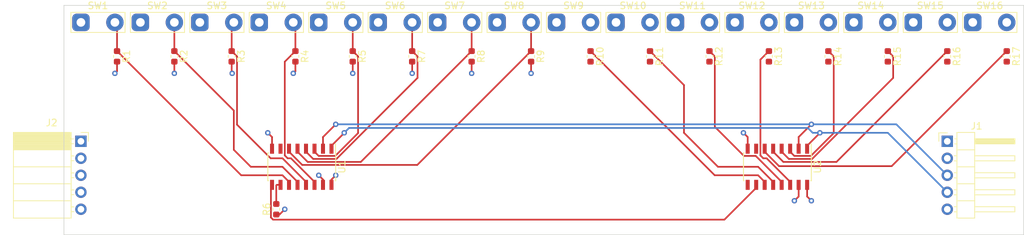
<source format=kicad_pcb>
(kicad_pcb (version 20171130) (host pcbnew 5.1.0)

  (general
    (thickness 1.6)
    (drawings 4)
    (tracks 179)
    (zones 0)
    (modules 37)
    (nets 26)
  )

  (page A4)
  (layers
    (0 F.Cu signal)
    (1 In1.Cu signal hide)
    (2 In2.Cu signal hide)
    (31 B.Cu signal)
    (32 B.Adhes user)
    (33 F.Adhes user)
    (34 B.Paste user)
    (35 F.Paste user)
    (36 B.SilkS user)
    (37 F.SilkS user)
    (38 B.Mask user)
    (39 F.Mask user)
    (40 Dwgs.User user)
    (41 Cmts.User user)
    (42 Eco1.User user)
    (43 Eco2.User user)
    (44 Edge.Cuts user)
    (45 Margin user)
    (46 B.CrtYd user)
    (47 F.CrtYd user)
    (48 B.Fab user)
    (49 F.Fab user)
  )

  (setup
    (last_trace_width 0.25)
    (trace_clearance 0.2)
    (zone_clearance 0.508)
    (zone_45_only no)
    (trace_min 0.2)
    (via_size 0.8)
    (via_drill 0.4)
    (via_min_size 0.4)
    (via_min_drill 0.3)
    (uvia_size 0.3)
    (uvia_drill 0.1)
    (uvias_allowed no)
    (uvia_min_size 0.2)
    (uvia_min_drill 0.1)
    (edge_width 0.05)
    (segment_width 0.2)
    (pcb_text_width 0.3)
    (pcb_text_size 1.5 1.5)
    (mod_edge_width 0.12)
    (mod_text_size 1 1)
    (mod_text_width 0.15)
    (pad_size 1.524 1.524)
    (pad_drill 0.762)
    (pad_to_mask_clearance 0.051)
    (solder_mask_min_width 0.25)
    (aux_axis_origin 0 0)
    (visible_elements FFFFFF7F)
    (pcbplotparams
      (layerselection 0x010fc_ffffffff)
      (usegerberextensions false)
      (usegerberattributes false)
      (usegerberadvancedattributes false)
      (creategerberjobfile false)
      (excludeedgelayer true)
      (linewidth 0.100000)
      (plotframeref false)
      (viasonmask false)
      (mode 1)
      (useauxorigin false)
      (hpglpennumber 1)
      (hpglpenspeed 20)
      (hpglpendiameter 15.000000)
      (psnegative false)
      (psa4output false)
      (plotreference true)
      (plotvalue true)
      (plotinvisibletext false)
      (padsonsilk false)
      (subtractmaskfromsilk false)
      (outputformat 1)
      (mirror false)
      (drillshape 1)
      (scaleselection 1)
      (outputdirectory ""))
  )

  (net 0 "")
  (net 1 "Net-(J1-Pad2)")
  (net 2 VCC)
  (net 3 "Net-(J2-Pad2)")
  (net 4 GND)
  (net 5 "Net-(R1-Pad1)")
  (net 6 "Net-(R2-Pad1)")
  (net 7 "Net-(R3-Pad1)")
  (net 8 "Net-(R4-Pad1)")
  (net 9 "Net-(R5-Pad1)")
  (net 10 "Net-(R7-Pad1)")
  (net 11 "Net-(R8-Pad1)")
  (net 12 "Net-(R9-Pad1)")
  (net 13 "Net-(R10-Pad1)")
  (net 14 "Net-(R11-Pad1)")
  (net 15 "Net-(R12-Pad1)")
  (net 16 "Net-(R13-Pad1)")
  (net 17 "Net-(R14-Pad1)")
  (net 18 "Net-(R15-Pad1)")
  (net 19 "Net-(R16-Pad1)")
  (net 20 "Net-(R17-Pad1)")
  (net 21 "Net-(U1-Pad9)")
  (net 22 "Net-(U1-Pad7)")
  (net 23 "Net-(J1-Pad3)")
  (net 24 "Net-(J1-Pad4)")
  (net 25 "Net-(U2-Pad7)")

  (net_class Default "This is the default net class."
    (clearance 0.2)
    (trace_width 0.25)
    (via_dia 0.8)
    (via_drill 0.4)
    (uvia_dia 0.3)
    (uvia_drill 0.1)
    (add_net GND)
    (add_net "Net-(J1-Pad2)")
    (add_net "Net-(J1-Pad3)")
    (add_net "Net-(J1-Pad4)")
    (add_net "Net-(J2-Pad2)")
    (add_net "Net-(R1-Pad1)")
    (add_net "Net-(R10-Pad1)")
    (add_net "Net-(R11-Pad1)")
    (add_net "Net-(R12-Pad1)")
    (add_net "Net-(R13-Pad1)")
    (add_net "Net-(R14-Pad1)")
    (add_net "Net-(R15-Pad1)")
    (add_net "Net-(R16-Pad1)")
    (add_net "Net-(R17-Pad1)")
    (add_net "Net-(R2-Pad1)")
    (add_net "Net-(R3-Pad1)")
    (add_net "Net-(R4-Pad1)")
    (add_net "Net-(R5-Pad1)")
    (add_net "Net-(R7-Pad1)")
    (add_net "Net-(R8-Pad1)")
    (add_net "Net-(R9-Pad1)")
    (add_net "Net-(U1-Pad7)")
    (add_net "Net-(U1-Pad9)")
    (add_net "Net-(U2-Pad7)")
    (add_net VCC)
  )

  (module Resistor_SMD:R_0603_1608Metric (layer F.Cu) (tedit 5B301BBD) (tstamp 5E4CD5EB)
    (at 207.01 64.77 270)
    (descr "Resistor SMD 0603 (1608 Metric), square (rectangular) end terminal, IPC_7351 nominal, (Body size source: http://www.tortai-tech.com/upload/download/2011102023233369053.pdf), generated with kicad-footprint-generator")
    (tags resistor)
    (path /5E53552C)
    (attr smd)
    (fp_text reference R17 (at 0 -1.43 270) (layer F.SilkS)
      (effects (font (size 1 1) (thickness 0.15)))
    )
    (fp_text value 1KΩ (at 0 1.43 270) (layer F.Fab)
      (effects (font (size 1 1) (thickness 0.15)))
    )
    (fp_text user %R (at 0 0 270) (layer F.Fab)
      (effects (font (size 0.4 0.4) (thickness 0.06)))
    )
    (fp_line (start 1.48 0.73) (end -1.48 0.73) (layer F.CrtYd) (width 0.05))
    (fp_line (start 1.48 -0.73) (end 1.48 0.73) (layer F.CrtYd) (width 0.05))
    (fp_line (start -1.48 -0.73) (end 1.48 -0.73) (layer F.CrtYd) (width 0.05))
    (fp_line (start -1.48 0.73) (end -1.48 -0.73) (layer F.CrtYd) (width 0.05))
    (fp_line (start -0.162779 0.51) (end 0.162779 0.51) (layer F.SilkS) (width 0.12))
    (fp_line (start -0.162779 -0.51) (end 0.162779 -0.51) (layer F.SilkS) (width 0.12))
    (fp_line (start 0.8 0.4) (end -0.8 0.4) (layer F.Fab) (width 0.1))
    (fp_line (start 0.8 -0.4) (end 0.8 0.4) (layer F.Fab) (width 0.1))
    (fp_line (start -0.8 -0.4) (end 0.8 -0.4) (layer F.Fab) (width 0.1))
    (fp_line (start -0.8 0.4) (end -0.8 -0.4) (layer F.Fab) (width 0.1))
    (pad 2 smd roundrect (at 0.7875 0 270) (size 0.875 0.95) (layers F.Cu F.Paste F.Mask) (roundrect_rratio 0.25)
      (net 4 GND))
    (pad 1 smd roundrect (at -0.7875 0 270) (size 0.875 0.95) (layers F.Cu F.Paste F.Mask) (roundrect_rratio 0.25)
      (net 20 "Net-(R17-Pad1)"))
    (model ${KISYS3DMOD}/Resistor_SMD.3dshapes/R_0603_1608Metric.wrl
      (at (xyz 0 0 0))
      (scale (xyz 1 1 1))
      (rotate (xyz 0 0 0))
    )
  )

  (module Resistor_SMD:R_0603_1608Metric (layer F.Cu) (tedit 5B301BBD) (tstamp 5E4CD5DB)
    (at 198.12 64.77 270)
    (descr "Resistor SMD 0603 (1608 Metric), square (rectangular) end terminal, IPC_7351 nominal, (Body size source: http://www.tortai-tech.com/upload/download/2011102023233369053.pdf), generated with kicad-footprint-generator")
    (tags resistor)
    (path /5E535547)
    (attr smd)
    (fp_text reference R16 (at 0 -1.43 270) (layer F.SilkS)
      (effects (font (size 1 1) (thickness 0.15)))
    )
    (fp_text value 1KΩ (at 0 1.43 270) (layer F.Fab)
      (effects (font (size 1 1) (thickness 0.15)))
    )
    (fp_text user %R (at 0 0 270) (layer F.Fab)
      (effects (font (size 0.4 0.4) (thickness 0.06)))
    )
    (fp_line (start 1.48 0.73) (end -1.48 0.73) (layer F.CrtYd) (width 0.05))
    (fp_line (start 1.48 -0.73) (end 1.48 0.73) (layer F.CrtYd) (width 0.05))
    (fp_line (start -1.48 -0.73) (end 1.48 -0.73) (layer F.CrtYd) (width 0.05))
    (fp_line (start -1.48 0.73) (end -1.48 -0.73) (layer F.CrtYd) (width 0.05))
    (fp_line (start -0.162779 0.51) (end 0.162779 0.51) (layer F.SilkS) (width 0.12))
    (fp_line (start -0.162779 -0.51) (end 0.162779 -0.51) (layer F.SilkS) (width 0.12))
    (fp_line (start 0.8 0.4) (end -0.8 0.4) (layer F.Fab) (width 0.1))
    (fp_line (start 0.8 -0.4) (end 0.8 0.4) (layer F.Fab) (width 0.1))
    (fp_line (start -0.8 -0.4) (end 0.8 -0.4) (layer F.Fab) (width 0.1))
    (fp_line (start -0.8 0.4) (end -0.8 -0.4) (layer F.Fab) (width 0.1))
    (pad 2 smd roundrect (at 0.7875 0 270) (size 0.875 0.95) (layers F.Cu F.Paste F.Mask) (roundrect_rratio 0.25)
      (net 4 GND))
    (pad 1 smd roundrect (at -0.7875 0 270) (size 0.875 0.95) (layers F.Cu F.Paste F.Mask) (roundrect_rratio 0.25)
      (net 19 "Net-(R16-Pad1)"))
    (model ${KISYS3DMOD}/Resistor_SMD.3dshapes/R_0603_1608Metric.wrl
      (at (xyz 0 0 0))
      (scale (xyz 1 1 1))
      (rotate (xyz 0 0 0))
    )
  )

  (module Resistor_SMD:R_0603_1608Metric (layer F.Cu) (tedit 5B301BBD) (tstamp 5E4CD5CA)
    (at 189.23 64.77 270)
    (descr "Resistor SMD 0603 (1608 Metric), square (rectangular) end terminal, IPC_7351 nominal, (Body size source: http://www.tortai-tech.com/upload/download/2011102023233369053.pdf), generated with kicad-footprint-generator")
    (tags resistor)
    (path /5E5354C1)
    (attr smd)
    (fp_text reference R15 (at 0 -1.43 270) (layer F.SilkS)
      (effects (font (size 1 1) (thickness 0.15)))
    )
    (fp_text value 1KΩ (at 0 1.43 270) (layer F.Fab)
      (effects (font (size 1 1) (thickness 0.15)))
    )
    (fp_text user %R (at 0 0 270) (layer F.Fab)
      (effects (font (size 0.4 0.4) (thickness 0.06)))
    )
    (fp_line (start 1.48 0.73) (end -1.48 0.73) (layer F.CrtYd) (width 0.05))
    (fp_line (start 1.48 -0.73) (end 1.48 0.73) (layer F.CrtYd) (width 0.05))
    (fp_line (start -1.48 -0.73) (end 1.48 -0.73) (layer F.CrtYd) (width 0.05))
    (fp_line (start -1.48 0.73) (end -1.48 -0.73) (layer F.CrtYd) (width 0.05))
    (fp_line (start -0.162779 0.51) (end 0.162779 0.51) (layer F.SilkS) (width 0.12))
    (fp_line (start -0.162779 -0.51) (end 0.162779 -0.51) (layer F.SilkS) (width 0.12))
    (fp_line (start 0.8 0.4) (end -0.8 0.4) (layer F.Fab) (width 0.1))
    (fp_line (start 0.8 -0.4) (end 0.8 0.4) (layer F.Fab) (width 0.1))
    (fp_line (start -0.8 -0.4) (end 0.8 -0.4) (layer F.Fab) (width 0.1))
    (fp_line (start -0.8 0.4) (end -0.8 -0.4) (layer F.Fab) (width 0.1))
    (pad 2 smd roundrect (at 0.7875 0 270) (size 0.875 0.95) (layers F.Cu F.Paste F.Mask) (roundrect_rratio 0.25)
      (net 4 GND))
    (pad 1 smd roundrect (at -0.7875 0 270) (size 0.875 0.95) (layers F.Cu F.Paste F.Mask) (roundrect_rratio 0.25)
      (net 18 "Net-(R15-Pad1)"))
    (model ${KISYS3DMOD}/Resistor_SMD.3dshapes/R_0603_1608Metric.wrl
      (at (xyz 0 0 0))
      (scale (xyz 1 1 1))
      (rotate (xyz 0 0 0))
    )
  )

  (module Resistor_SMD:R_0603_1608Metric (layer F.Cu) (tedit 5B301BBD) (tstamp 5E4CD5B9)
    (at 180.34 64.77 270)
    (descr "Resistor SMD 0603 (1608 Metric), square (rectangular) end terminal, IPC_7351 nominal, (Body size source: http://www.tortai-tech.com/upload/download/2011102023233369053.pdf), generated with kicad-footprint-generator")
    (tags resistor)
    (path /5E5354DC)
    (attr smd)
    (fp_text reference R14 (at 0 -1.43 270) (layer F.SilkS)
      (effects (font (size 1 1) (thickness 0.15)))
    )
    (fp_text value 1KΩ (at 0 1.43 270) (layer F.Fab)
      (effects (font (size 1 1) (thickness 0.15)))
    )
    (fp_text user %R (at 0 0 270) (layer F.Fab)
      (effects (font (size 0.4 0.4) (thickness 0.06)))
    )
    (fp_line (start 1.48 0.73) (end -1.48 0.73) (layer F.CrtYd) (width 0.05))
    (fp_line (start 1.48 -0.73) (end 1.48 0.73) (layer F.CrtYd) (width 0.05))
    (fp_line (start -1.48 -0.73) (end 1.48 -0.73) (layer F.CrtYd) (width 0.05))
    (fp_line (start -1.48 0.73) (end -1.48 -0.73) (layer F.CrtYd) (width 0.05))
    (fp_line (start -0.162779 0.51) (end 0.162779 0.51) (layer F.SilkS) (width 0.12))
    (fp_line (start -0.162779 -0.51) (end 0.162779 -0.51) (layer F.SilkS) (width 0.12))
    (fp_line (start 0.8 0.4) (end -0.8 0.4) (layer F.Fab) (width 0.1))
    (fp_line (start 0.8 -0.4) (end 0.8 0.4) (layer F.Fab) (width 0.1))
    (fp_line (start -0.8 -0.4) (end 0.8 -0.4) (layer F.Fab) (width 0.1))
    (fp_line (start -0.8 0.4) (end -0.8 -0.4) (layer F.Fab) (width 0.1))
    (pad 2 smd roundrect (at 0.7875 0 270) (size 0.875 0.95) (layers F.Cu F.Paste F.Mask) (roundrect_rratio 0.25)
      (net 4 GND))
    (pad 1 smd roundrect (at -0.7875 0 270) (size 0.875 0.95) (layers F.Cu F.Paste F.Mask) (roundrect_rratio 0.25)
      (net 17 "Net-(R14-Pad1)"))
    (model ${KISYS3DMOD}/Resistor_SMD.3dshapes/R_0603_1608Metric.wrl
      (at (xyz 0 0 0))
      (scale (xyz 1 1 1))
      (rotate (xyz 0 0 0))
    )
  )

  (module Resistor_SMD:R_0603_1608Metric (layer F.Cu) (tedit 5B301BBD) (tstamp 5E4CD5A8)
    (at 171.45 64.77 270)
    (descr "Resistor SMD 0603 (1608 Metric), square (rectangular) end terminal, IPC_7351 nominal, (Body size source: http://www.tortai-tech.com/upload/download/2011102023233369053.pdf), generated with kicad-footprint-generator")
    (tags resistor)
    (path /5E5354F6)
    (attr smd)
    (fp_text reference R13 (at 0 -1.43 270) (layer F.SilkS)
      (effects (font (size 1 1) (thickness 0.15)))
    )
    (fp_text value 1KΩ (at 0 1.43 270) (layer F.Fab)
      (effects (font (size 1 1) (thickness 0.15)))
    )
    (fp_text user %R (at 0 0 270) (layer F.Fab)
      (effects (font (size 0.4 0.4) (thickness 0.06)))
    )
    (fp_line (start 1.48 0.73) (end -1.48 0.73) (layer F.CrtYd) (width 0.05))
    (fp_line (start 1.48 -0.73) (end 1.48 0.73) (layer F.CrtYd) (width 0.05))
    (fp_line (start -1.48 -0.73) (end 1.48 -0.73) (layer F.CrtYd) (width 0.05))
    (fp_line (start -1.48 0.73) (end -1.48 -0.73) (layer F.CrtYd) (width 0.05))
    (fp_line (start -0.162779 0.51) (end 0.162779 0.51) (layer F.SilkS) (width 0.12))
    (fp_line (start -0.162779 -0.51) (end 0.162779 -0.51) (layer F.SilkS) (width 0.12))
    (fp_line (start 0.8 0.4) (end -0.8 0.4) (layer F.Fab) (width 0.1))
    (fp_line (start 0.8 -0.4) (end 0.8 0.4) (layer F.Fab) (width 0.1))
    (fp_line (start -0.8 -0.4) (end 0.8 -0.4) (layer F.Fab) (width 0.1))
    (fp_line (start -0.8 0.4) (end -0.8 -0.4) (layer F.Fab) (width 0.1))
    (pad 2 smd roundrect (at 0.7875 0 270) (size 0.875 0.95) (layers F.Cu F.Paste F.Mask) (roundrect_rratio 0.25)
      (net 4 GND))
    (pad 1 smd roundrect (at -0.7875 0 270) (size 0.875 0.95) (layers F.Cu F.Paste F.Mask) (roundrect_rratio 0.25)
      (net 16 "Net-(R13-Pad1)"))
    (model ${KISYS3DMOD}/Resistor_SMD.3dshapes/R_0603_1608Metric.wrl
      (at (xyz 0 0 0))
      (scale (xyz 1 1 1))
      (rotate (xyz 0 0 0))
    )
  )

  (module Resistor_SMD:R_0603_1608Metric (layer F.Cu) (tedit 5B301BBD) (tstamp 5E4CD597)
    (at 162.56 64.77 270)
    (descr "Resistor SMD 0603 (1608 Metric), square (rectangular) end terminal, IPC_7351 nominal, (Body size source: http://www.tortai-tech.com/upload/download/2011102023233369053.pdf), generated with kicad-footprint-generator")
    (tags resistor)
    (path /5E535511)
    (attr smd)
    (fp_text reference R12 (at 0 -1.43 270) (layer F.SilkS)
      (effects (font (size 1 1) (thickness 0.15)))
    )
    (fp_text value 1KΩ (at 0 1.43 270) (layer F.Fab)
      (effects (font (size 1 1) (thickness 0.15)))
    )
    (fp_text user %R (at 0 0 270) (layer F.Fab)
      (effects (font (size 0.4 0.4) (thickness 0.06)))
    )
    (fp_line (start 1.48 0.73) (end -1.48 0.73) (layer F.CrtYd) (width 0.05))
    (fp_line (start 1.48 -0.73) (end 1.48 0.73) (layer F.CrtYd) (width 0.05))
    (fp_line (start -1.48 -0.73) (end 1.48 -0.73) (layer F.CrtYd) (width 0.05))
    (fp_line (start -1.48 0.73) (end -1.48 -0.73) (layer F.CrtYd) (width 0.05))
    (fp_line (start -0.162779 0.51) (end 0.162779 0.51) (layer F.SilkS) (width 0.12))
    (fp_line (start -0.162779 -0.51) (end 0.162779 -0.51) (layer F.SilkS) (width 0.12))
    (fp_line (start 0.8 0.4) (end -0.8 0.4) (layer F.Fab) (width 0.1))
    (fp_line (start 0.8 -0.4) (end 0.8 0.4) (layer F.Fab) (width 0.1))
    (fp_line (start -0.8 -0.4) (end 0.8 -0.4) (layer F.Fab) (width 0.1))
    (fp_line (start -0.8 0.4) (end -0.8 -0.4) (layer F.Fab) (width 0.1))
    (pad 2 smd roundrect (at 0.7875 0 270) (size 0.875 0.95) (layers F.Cu F.Paste F.Mask) (roundrect_rratio 0.25)
      (net 4 GND))
    (pad 1 smd roundrect (at -0.7875 0 270) (size 0.875 0.95) (layers F.Cu F.Paste F.Mask) (roundrect_rratio 0.25)
      (net 15 "Net-(R12-Pad1)"))
    (model ${KISYS3DMOD}/Resistor_SMD.3dshapes/R_0603_1608Metric.wrl
      (at (xyz 0 0 0))
      (scale (xyz 1 1 1))
      (rotate (xyz 0 0 0))
    )
  )

  (module Resistor_SMD:R_0603_1608Metric (layer F.Cu) (tedit 5B301BBD) (tstamp 5E4CD586)
    (at 153.67 64.77 270)
    (descr "Resistor SMD 0603 (1608 Metric), square (rectangular) end terminal, IPC_7351 nominal, (Body size source: http://www.tortai-tech.com/upload/download/2011102023233369053.pdf), generated with kicad-footprint-generator")
    (tags resistor)
    (path /5E535562)
    (attr smd)
    (fp_text reference R11 (at 0 -1.43 270) (layer F.SilkS)
      (effects (font (size 1 1) (thickness 0.15)))
    )
    (fp_text value 1KΩ (at 0 1.43 270) (layer F.Fab)
      (effects (font (size 1 1) (thickness 0.15)))
    )
    (fp_text user %R (at 0 0 270) (layer F.Fab)
      (effects (font (size 0.4 0.4) (thickness 0.06)))
    )
    (fp_line (start 1.48 0.73) (end -1.48 0.73) (layer F.CrtYd) (width 0.05))
    (fp_line (start 1.48 -0.73) (end 1.48 0.73) (layer F.CrtYd) (width 0.05))
    (fp_line (start -1.48 -0.73) (end 1.48 -0.73) (layer F.CrtYd) (width 0.05))
    (fp_line (start -1.48 0.73) (end -1.48 -0.73) (layer F.CrtYd) (width 0.05))
    (fp_line (start -0.162779 0.51) (end 0.162779 0.51) (layer F.SilkS) (width 0.12))
    (fp_line (start -0.162779 -0.51) (end 0.162779 -0.51) (layer F.SilkS) (width 0.12))
    (fp_line (start 0.8 0.4) (end -0.8 0.4) (layer F.Fab) (width 0.1))
    (fp_line (start 0.8 -0.4) (end 0.8 0.4) (layer F.Fab) (width 0.1))
    (fp_line (start -0.8 -0.4) (end 0.8 -0.4) (layer F.Fab) (width 0.1))
    (fp_line (start -0.8 0.4) (end -0.8 -0.4) (layer F.Fab) (width 0.1))
    (pad 2 smd roundrect (at 0.7875 0 270) (size 0.875 0.95) (layers F.Cu F.Paste F.Mask) (roundrect_rratio 0.25)
      (net 4 GND))
    (pad 1 smd roundrect (at -0.7875 0 270) (size 0.875 0.95) (layers F.Cu F.Paste F.Mask) (roundrect_rratio 0.25)
      (net 14 "Net-(R11-Pad1)"))
    (model ${KISYS3DMOD}/Resistor_SMD.3dshapes/R_0603_1608Metric.wrl
      (at (xyz 0 0 0))
      (scale (xyz 1 1 1))
      (rotate (xyz 0 0 0))
    )
  )

  (module Resistor_SMD:R_0603_1608Metric (layer F.Cu) (tedit 5B301BBD) (tstamp 5E4CD575)
    (at 144.78 64.77 270)
    (descr "Resistor SMD 0603 (1608 Metric), square (rectangular) end terminal, IPC_7351 nominal, (Body size source: http://www.tortai-tech.com/upload/download/2011102023233369053.pdf), generated with kicad-footprint-generator")
    (tags resistor)
    (path /5E53557D)
    (attr smd)
    (fp_text reference R10 (at 0 -1.43 270) (layer F.SilkS)
      (effects (font (size 1 1) (thickness 0.15)))
    )
    (fp_text value 1KΩ (at 0 1.43 270) (layer F.Fab)
      (effects (font (size 1 1) (thickness 0.15)))
    )
    (fp_text user %R (at 0 0 270) (layer F.Fab)
      (effects (font (size 0.4 0.4) (thickness 0.06)))
    )
    (fp_line (start 1.48 0.73) (end -1.48 0.73) (layer F.CrtYd) (width 0.05))
    (fp_line (start 1.48 -0.73) (end 1.48 0.73) (layer F.CrtYd) (width 0.05))
    (fp_line (start -1.48 -0.73) (end 1.48 -0.73) (layer F.CrtYd) (width 0.05))
    (fp_line (start -1.48 0.73) (end -1.48 -0.73) (layer F.CrtYd) (width 0.05))
    (fp_line (start -0.162779 0.51) (end 0.162779 0.51) (layer F.SilkS) (width 0.12))
    (fp_line (start -0.162779 -0.51) (end 0.162779 -0.51) (layer F.SilkS) (width 0.12))
    (fp_line (start 0.8 0.4) (end -0.8 0.4) (layer F.Fab) (width 0.1))
    (fp_line (start 0.8 -0.4) (end 0.8 0.4) (layer F.Fab) (width 0.1))
    (fp_line (start -0.8 -0.4) (end 0.8 -0.4) (layer F.Fab) (width 0.1))
    (fp_line (start -0.8 0.4) (end -0.8 -0.4) (layer F.Fab) (width 0.1))
    (pad 2 smd roundrect (at 0.7875 0 270) (size 0.875 0.95) (layers F.Cu F.Paste F.Mask) (roundrect_rratio 0.25)
      (net 4 GND))
    (pad 1 smd roundrect (at -0.7875 0 270) (size 0.875 0.95) (layers F.Cu F.Paste F.Mask) (roundrect_rratio 0.25)
      (net 13 "Net-(R10-Pad1)"))
    (model ${KISYS3DMOD}/Resistor_SMD.3dshapes/R_0603_1608Metric.wrl
      (at (xyz 0 0 0))
      (scale (xyz 1 1 1))
      (rotate (xyz 0 0 0))
    )
  )

  (module Resistor_SMD:R_0603_1608Metric (layer F.Cu) (tedit 5B301BBD) (tstamp 5E4CD564)
    (at 135.89 64.77 270)
    (descr "Resistor SMD 0603 (1608 Metric), square (rectangular) end terminal, IPC_7351 nominal, (Body size source: http://www.tortai-tech.com/upload/download/2011102023233369053.pdf), generated with kicad-footprint-generator")
    (tags resistor)
    (path /5E502778)
    (attr smd)
    (fp_text reference R9 (at 0 -1.43 270) (layer F.SilkS)
      (effects (font (size 1 1) (thickness 0.15)))
    )
    (fp_text value 1KΩ (at 0 1.43 270) (layer F.Fab)
      (effects (font (size 1 1) (thickness 0.15)))
    )
    (fp_text user %R (at 0 0 270) (layer F.Fab)
      (effects (font (size 0.4 0.4) (thickness 0.06)))
    )
    (fp_line (start 1.48 0.73) (end -1.48 0.73) (layer F.CrtYd) (width 0.05))
    (fp_line (start 1.48 -0.73) (end 1.48 0.73) (layer F.CrtYd) (width 0.05))
    (fp_line (start -1.48 -0.73) (end 1.48 -0.73) (layer F.CrtYd) (width 0.05))
    (fp_line (start -1.48 0.73) (end -1.48 -0.73) (layer F.CrtYd) (width 0.05))
    (fp_line (start -0.162779 0.51) (end 0.162779 0.51) (layer F.SilkS) (width 0.12))
    (fp_line (start -0.162779 -0.51) (end 0.162779 -0.51) (layer F.SilkS) (width 0.12))
    (fp_line (start 0.8 0.4) (end -0.8 0.4) (layer F.Fab) (width 0.1))
    (fp_line (start 0.8 -0.4) (end 0.8 0.4) (layer F.Fab) (width 0.1))
    (fp_line (start -0.8 -0.4) (end 0.8 -0.4) (layer F.Fab) (width 0.1))
    (fp_line (start -0.8 0.4) (end -0.8 -0.4) (layer F.Fab) (width 0.1))
    (pad 2 smd roundrect (at 0.7875 0 270) (size 0.875 0.95) (layers F.Cu F.Paste F.Mask) (roundrect_rratio 0.25)
      (net 4 GND))
    (pad 1 smd roundrect (at -0.7875 0 270) (size 0.875 0.95) (layers F.Cu F.Paste F.Mask) (roundrect_rratio 0.25)
      (net 12 "Net-(R9-Pad1)"))
    (model ${KISYS3DMOD}/Resistor_SMD.3dshapes/R_0603_1608Metric.wrl
      (at (xyz 0 0 0))
      (scale (xyz 1 1 1))
      (rotate (xyz 0 0 0))
    )
  )

  (module Resistor_SMD:R_0603_1608Metric (layer F.Cu) (tedit 5B301BBD) (tstamp 5E4CD553)
    (at 127 64.77 270)
    (descr "Resistor SMD 0603 (1608 Metric), square (rectangular) end terminal, IPC_7351 nominal, (Body size source: http://www.tortai-tech.com/upload/download/2011102023233369053.pdf), generated with kicad-footprint-generator")
    (tags resistor)
    (path /5E502793)
    (attr smd)
    (fp_text reference R8 (at 0 -1.43 270) (layer F.SilkS)
      (effects (font (size 1 1) (thickness 0.15)))
    )
    (fp_text value 1KΩ (at 0 1.43 270) (layer F.Fab)
      (effects (font (size 1 1) (thickness 0.15)))
    )
    (fp_text user %R (at 0 0 270) (layer F.Fab)
      (effects (font (size 0.4 0.4) (thickness 0.06)))
    )
    (fp_line (start 1.48 0.73) (end -1.48 0.73) (layer F.CrtYd) (width 0.05))
    (fp_line (start 1.48 -0.73) (end 1.48 0.73) (layer F.CrtYd) (width 0.05))
    (fp_line (start -1.48 -0.73) (end 1.48 -0.73) (layer F.CrtYd) (width 0.05))
    (fp_line (start -1.48 0.73) (end -1.48 -0.73) (layer F.CrtYd) (width 0.05))
    (fp_line (start -0.162779 0.51) (end 0.162779 0.51) (layer F.SilkS) (width 0.12))
    (fp_line (start -0.162779 -0.51) (end 0.162779 -0.51) (layer F.SilkS) (width 0.12))
    (fp_line (start 0.8 0.4) (end -0.8 0.4) (layer F.Fab) (width 0.1))
    (fp_line (start 0.8 -0.4) (end 0.8 0.4) (layer F.Fab) (width 0.1))
    (fp_line (start -0.8 -0.4) (end 0.8 -0.4) (layer F.Fab) (width 0.1))
    (fp_line (start -0.8 0.4) (end -0.8 -0.4) (layer F.Fab) (width 0.1))
    (pad 2 smd roundrect (at 0.7875 0 270) (size 0.875 0.95) (layers F.Cu F.Paste F.Mask) (roundrect_rratio 0.25)
      (net 4 GND))
    (pad 1 smd roundrect (at -0.7875 0 270) (size 0.875 0.95) (layers F.Cu F.Paste F.Mask) (roundrect_rratio 0.25)
      (net 11 "Net-(R8-Pad1)"))
    (model ${KISYS3DMOD}/Resistor_SMD.3dshapes/R_0603_1608Metric.wrl
      (at (xyz 0 0 0))
      (scale (xyz 1 1 1))
      (rotate (xyz 0 0 0))
    )
  )

  (module Resistor_SMD:R_0603_1608Metric (layer F.Cu) (tedit 5B301BBD) (tstamp 5E4CD542)
    (at 118.11 64.77 270)
    (descr "Resistor SMD 0603 (1608 Metric), square (rectangular) end terminal, IPC_7351 nominal, (Body size source: http://www.tortai-tech.com/upload/download/2011102023233369053.pdf), generated with kicad-footprint-generator")
    (tags resistor)
    (path /5E4D38DA)
    (attr smd)
    (fp_text reference R7 (at 0 -1.43 270) (layer F.SilkS)
      (effects (font (size 1 1) (thickness 0.15)))
    )
    (fp_text value 1KΩ (at 0 1.43 270) (layer F.Fab)
      (effects (font (size 1 1) (thickness 0.15)))
    )
    (fp_text user %R (at 0 0 270) (layer F.Fab)
      (effects (font (size 0.4 0.4) (thickness 0.06)))
    )
    (fp_line (start 1.48 0.73) (end -1.48 0.73) (layer F.CrtYd) (width 0.05))
    (fp_line (start 1.48 -0.73) (end 1.48 0.73) (layer F.CrtYd) (width 0.05))
    (fp_line (start -1.48 -0.73) (end 1.48 -0.73) (layer F.CrtYd) (width 0.05))
    (fp_line (start -1.48 0.73) (end -1.48 -0.73) (layer F.CrtYd) (width 0.05))
    (fp_line (start -0.162779 0.51) (end 0.162779 0.51) (layer F.SilkS) (width 0.12))
    (fp_line (start -0.162779 -0.51) (end 0.162779 -0.51) (layer F.SilkS) (width 0.12))
    (fp_line (start 0.8 0.4) (end -0.8 0.4) (layer F.Fab) (width 0.1))
    (fp_line (start 0.8 -0.4) (end 0.8 0.4) (layer F.Fab) (width 0.1))
    (fp_line (start -0.8 -0.4) (end 0.8 -0.4) (layer F.Fab) (width 0.1))
    (fp_line (start -0.8 0.4) (end -0.8 -0.4) (layer F.Fab) (width 0.1))
    (pad 2 smd roundrect (at 0.7875 0 270) (size 0.875 0.95) (layers F.Cu F.Paste F.Mask) (roundrect_rratio 0.25)
      (net 4 GND))
    (pad 1 smd roundrect (at -0.7875 0 270) (size 0.875 0.95) (layers F.Cu F.Paste F.Mask) (roundrect_rratio 0.25)
      (net 10 "Net-(R7-Pad1)"))
    (model ${KISYS3DMOD}/Resistor_SMD.3dshapes/R_0603_1608Metric.wrl
      (at (xyz 0 0 0))
      (scale (xyz 1 1 1))
      (rotate (xyz 0 0 0))
    )
  )

  (module Resistor_SMD:R_0603_1608Metric (layer F.Cu) (tedit 5B301BBD) (tstamp 5E4CD531)
    (at 97.79 87.63 90)
    (descr "Resistor SMD 0603 (1608 Metric), square (rectangular) end terminal, IPC_7351 nominal, (Body size source: http://www.tortai-tech.com/upload/download/2011102023233369053.pdf), generated with kicad-footprint-generator")
    (tags resistor)
    (path /5E550B9B)
    (attr smd)
    (fp_text reference R6 (at 0 -1.43 90) (layer F.SilkS)
      (effects (font (size 1 1) (thickness 0.15)))
    )
    (fp_text value 2KΩ (at 0 1.43 90) (layer F.Fab)
      (effects (font (size 1 1) (thickness 0.15)))
    )
    (fp_text user %R (at 0 0 90) (layer F.Fab)
      (effects (font (size 0.4 0.4) (thickness 0.06)))
    )
    (fp_line (start 1.48 0.73) (end -1.48 0.73) (layer F.CrtYd) (width 0.05))
    (fp_line (start 1.48 -0.73) (end 1.48 0.73) (layer F.CrtYd) (width 0.05))
    (fp_line (start -1.48 -0.73) (end 1.48 -0.73) (layer F.CrtYd) (width 0.05))
    (fp_line (start -1.48 0.73) (end -1.48 -0.73) (layer F.CrtYd) (width 0.05))
    (fp_line (start -0.162779 0.51) (end 0.162779 0.51) (layer F.SilkS) (width 0.12))
    (fp_line (start -0.162779 -0.51) (end 0.162779 -0.51) (layer F.SilkS) (width 0.12))
    (fp_line (start 0.8 0.4) (end -0.8 0.4) (layer F.Fab) (width 0.1))
    (fp_line (start 0.8 -0.4) (end 0.8 0.4) (layer F.Fab) (width 0.1))
    (fp_line (start -0.8 -0.4) (end 0.8 -0.4) (layer F.Fab) (width 0.1))
    (fp_line (start -0.8 0.4) (end -0.8 -0.4) (layer F.Fab) (width 0.1))
    (pad 2 smd roundrect (at 0.7875 0 90) (size 0.875 0.95) (layers F.Cu F.Paste F.Mask) (roundrect_rratio 0.25)
      (net 1 "Net-(J1-Pad2)"))
    (pad 1 smd roundrect (at -0.7875 0 90) (size 0.875 0.95) (layers F.Cu F.Paste F.Mask) (roundrect_rratio 0.25)
      (net 2 VCC))
    (model ${KISYS3DMOD}/Resistor_SMD.3dshapes/R_0603_1608Metric.wrl
      (at (xyz 0 0 0))
      (scale (xyz 1 1 1))
      (rotate (xyz 0 0 0))
    )
  )

  (module Resistor_SMD:R_0603_1608Metric (layer F.Cu) (tedit 5B301BBD) (tstamp 5E4CD520)
    (at 109.22 64.77 270)
    (descr "Resistor SMD 0603 (1608 Metric), square (rectangular) end terminal, IPC_7351 nominal, (Body size source: http://www.tortai-tech.com/upload/download/2011102023233369053.pdf), generated with kicad-footprint-generator")
    (tags resistor)
    (path /5E4DC1ED)
    (attr smd)
    (fp_text reference R5 (at 0 -1.43 270) (layer F.SilkS)
      (effects (font (size 1 1) (thickness 0.15)))
    )
    (fp_text value 1KΩ (at 0 1.43 270) (layer F.Fab)
      (effects (font (size 1 1) (thickness 0.15)))
    )
    (fp_text user %R (at 0 0 270) (layer F.Fab)
      (effects (font (size 0.4 0.4) (thickness 0.06)))
    )
    (fp_line (start 1.48 0.73) (end -1.48 0.73) (layer F.CrtYd) (width 0.05))
    (fp_line (start 1.48 -0.73) (end 1.48 0.73) (layer F.CrtYd) (width 0.05))
    (fp_line (start -1.48 -0.73) (end 1.48 -0.73) (layer F.CrtYd) (width 0.05))
    (fp_line (start -1.48 0.73) (end -1.48 -0.73) (layer F.CrtYd) (width 0.05))
    (fp_line (start -0.162779 0.51) (end 0.162779 0.51) (layer F.SilkS) (width 0.12))
    (fp_line (start -0.162779 -0.51) (end 0.162779 -0.51) (layer F.SilkS) (width 0.12))
    (fp_line (start 0.8 0.4) (end -0.8 0.4) (layer F.Fab) (width 0.1))
    (fp_line (start 0.8 -0.4) (end 0.8 0.4) (layer F.Fab) (width 0.1))
    (fp_line (start -0.8 -0.4) (end 0.8 -0.4) (layer F.Fab) (width 0.1))
    (fp_line (start -0.8 0.4) (end -0.8 -0.4) (layer F.Fab) (width 0.1))
    (pad 2 smd roundrect (at 0.7875 0 270) (size 0.875 0.95) (layers F.Cu F.Paste F.Mask) (roundrect_rratio 0.25)
      (net 4 GND))
    (pad 1 smd roundrect (at -0.7875 0 270) (size 0.875 0.95) (layers F.Cu F.Paste F.Mask) (roundrect_rratio 0.25)
      (net 9 "Net-(R5-Pad1)"))
    (model ${KISYS3DMOD}/Resistor_SMD.3dshapes/R_0603_1608Metric.wrl
      (at (xyz 0 0 0))
      (scale (xyz 1 1 1))
      (rotate (xyz 0 0 0))
    )
  )

  (module Resistor_SMD:R_0603_1608Metric (layer F.Cu) (tedit 5B301BBD) (tstamp 5E4CD50F)
    (at 100.65 64.77 270)
    (descr "Resistor SMD 0603 (1608 Metric), square (rectangular) end terminal, IPC_7351 nominal, (Body size source: http://www.tortai-tech.com/upload/download/2011102023233369053.pdf), generated with kicad-footprint-generator")
    (tags resistor)
    (path /5E4FF5C7)
    (attr smd)
    (fp_text reference R4 (at 0 -1.43 270) (layer F.SilkS)
      (effects (font (size 1 1) (thickness 0.15)))
    )
    (fp_text value 1KΩ (at 0 1.43 270) (layer F.Fab)
      (effects (font (size 1 1) (thickness 0.15)))
    )
    (fp_text user %R (at 0 0 270) (layer F.Fab)
      (effects (font (size 0.4 0.4) (thickness 0.06)))
    )
    (fp_line (start 1.48 0.73) (end -1.48 0.73) (layer F.CrtYd) (width 0.05))
    (fp_line (start 1.48 -0.73) (end 1.48 0.73) (layer F.CrtYd) (width 0.05))
    (fp_line (start -1.48 -0.73) (end 1.48 -0.73) (layer F.CrtYd) (width 0.05))
    (fp_line (start -1.48 0.73) (end -1.48 -0.73) (layer F.CrtYd) (width 0.05))
    (fp_line (start -0.162779 0.51) (end 0.162779 0.51) (layer F.SilkS) (width 0.12))
    (fp_line (start -0.162779 -0.51) (end 0.162779 -0.51) (layer F.SilkS) (width 0.12))
    (fp_line (start 0.8 0.4) (end -0.8 0.4) (layer F.Fab) (width 0.1))
    (fp_line (start 0.8 -0.4) (end 0.8 0.4) (layer F.Fab) (width 0.1))
    (fp_line (start -0.8 -0.4) (end 0.8 -0.4) (layer F.Fab) (width 0.1))
    (fp_line (start -0.8 0.4) (end -0.8 -0.4) (layer F.Fab) (width 0.1))
    (pad 2 smd roundrect (at 0.7875 0 270) (size 0.875 0.95) (layers F.Cu F.Paste F.Mask) (roundrect_rratio 0.25)
      (net 4 GND))
    (pad 1 smd roundrect (at -0.7875 0 270) (size 0.875 0.95) (layers F.Cu F.Paste F.Mask) (roundrect_rratio 0.25)
      (net 8 "Net-(R4-Pad1)"))
    (model ${KISYS3DMOD}/Resistor_SMD.3dshapes/R_0603_1608Metric.wrl
      (at (xyz 0 0 0))
      (scale (xyz 1 1 1))
      (rotate (xyz 0 0 0))
    )
  )

  (module Resistor_SMD:R_0603_1608Metric (layer F.Cu) (tedit 5B301BBD) (tstamp 5E4CD4FE)
    (at 91.12 64.77 270)
    (descr "Resistor SMD 0603 (1608 Metric), square (rectangular) end terminal, IPC_7351 nominal, (Body size source: http://www.tortai-tech.com/upload/download/2011102023233369053.pdf), generated with kicad-footprint-generator")
    (tags resistor)
    (path /5E4FF5E2)
    (attr smd)
    (fp_text reference R3 (at 0 -1.43 270) (layer F.SilkS)
      (effects (font (size 1 1) (thickness 0.15)))
    )
    (fp_text value 1KΩ (at 0 1.43 270) (layer F.Fab)
      (effects (font (size 1 1) (thickness 0.15)))
    )
    (fp_text user %R (at 0 0 270) (layer F.Fab)
      (effects (font (size 0.4 0.4) (thickness 0.06)))
    )
    (fp_line (start 1.48 0.73) (end -1.48 0.73) (layer F.CrtYd) (width 0.05))
    (fp_line (start 1.48 -0.73) (end 1.48 0.73) (layer F.CrtYd) (width 0.05))
    (fp_line (start -1.48 -0.73) (end 1.48 -0.73) (layer F.CrtYd) (width 0.05))
    (fp_line (start -1.48 0.73) (end -1.48 -0.73) (layer F.CrtYd) (width 0.05))
    (fp_line (start -0.162779 0.51) (end 0.162779 0.51) (layer F.SilkS) (width 0.12))
    (fp_line (start -0.162779 -0.51) (end 0.162779 -0.51) (layer F.SilkS) (width 0.12))
    (fp_line (start 0.8 0.4) (end -0.8 0.4) (layer F.Fab) (width 0.1))
    (fp_line (start 0.8 -0.4) (end 0.8 0.4) (layer F.Fab) (width 0.1))
    (fp_line (start -0.8 -0.4) (end 0.8 -0.4) (layer F.Fab) (width 0.1))
    (fp_line (start -0.8 0.4) (end -0.8 -0.4) (layer F.Fab) (width 0.1))
    (pad 2 smd roundrect (at 0.7875 0 270) (size 0.875 0.95) (layers F.Cu F.Paste F.Mask) (roundrect_rratio 0.25)
      (net 4 GND))
    (pad 1 smd roundrect (at -0.7875 0 270) (size 0.875 0.95) (layers F.Cu F.Paste F.Mask) (roundrect_rratio 0.25)
      (net 7 "Net-(R3-Pad1)"))
    (model ${KISYS3DMOD}/Resistor_SMD.3dshapes/R_0603_1608Metric.wrl
      (at (xyz 0 0 0))
      (scale (xyz 1 1 1))
      (rotate (xyz 0 0 0))
    )
  )

  (module Resistor_SMD:R_0603_1608Metric (layer F.Cu) (tedit 5B301BBD) (tstamp 5E4CD4ED)
    (at 82.55 64.77 270)
    (descr "Resistor SMD 0603 (1608 Metric), square (rectangular) end terminal, IPC_7351 nominal, (Body size source: http://www.tortai-tech.com/upload/download/2011102023233369053.pdf), generated with kicad-footprint-generator")
    (tags resistor)
    (path /5E505528)
    (attr smd)
    (fp_text reference R2 (at 0 -1.43 270) (layer F.SilkS)
      (effects (font (size 1 1) (thickness 0.15)))
    )
    (fp_text value 1KΩ (at 0 1.43 270) (layer F.Fab)
      (effects (font (size 1 1) (thickness 0.15)))
    )
    (fp_text user %R (at 0 0 270) (layer F.Fab)
      (effects (font (size 0.4 0.4) (thickness 0.06)))
    )
    (fp_line (start 1.48 0.73) (end -1.48 0.73) (layer F.CrtYd) (width 0.05))
    (fp_line (start 1.48 -0.73) (end 1.48 0.73) (layer F.CrtYd) (width 0.05))
    (fp_line (start -1.48 -0.73) (end 1.48 -0.73) (layer F.CrtYd) (width 0.05))
    (fp_line (start -1.48 0.73) (end -1.48 -0.73) (layer F.CrtYd) (width 0.05))
    (fp_line (start -0.162779 0.51) (end 0.162779 0.51) (layer F.SilkS) (width 0.12))
    (fp_line (start -0.162779 -0.51) (end 0.162779 -0.51) (layer F.SilkS) (width 0.12))
    (fp_line (start 0.8 0.4) (end -0.8 0.4) (layer F.Fab) (width 0.1))
    (fp_line (start 0.8 -0.4) (end 0.8 0.4) (layer F.Fab) (width 0.1))
    (fp_line (start -0.8 -0.4) (end 0.8 -0.4) (layer F.Fab) (width 0.1))
    (fp_line (start -0.8 0.4) (end -0.8 -0.4) (layer F.Fab) (width 0.1))
    (pad 2 smd roundrect (at 0.7875 0 270) (size 0.875 0.95) (layers F.Cu F.Paste F.Mask) (roundrect_rratio 0.25)
      (net 4 GND))
    (pad 1 smd roundrect (at -0.7875 0 270) (size 0.875 0.95) (layers F.Cu F.Paste F.Mask) (roundrect_rratio 0.25)
      (net 6 "Net-(R2-Pad1)"))
    (model ${KISYS3DMOD}/Resistor_SMD.3dshapes/R_0603_1608Metric.wrl
      (at (xyz 0 0 0))
      (scale (xyz 1 1 1))
      (rotate (xyz 0 0 0))
    )
  )

  (module Resistor_SMD:R_0603_1608Metric (layer F.Cu) (tedit 5B301BBD) (tstamp 5E4CD4DC)
    (at 73.98 64.77 270)
    (descr "Resistor SMD 0603 (1608 Metric), square (rectangular) end terminal, IPC_7351 nominal, (Body size source: http://www.tortai-tech.com/upload/download/2011102023233369053.pdf), generated with kicad-footprint-generator")
    (tags resistor)
    (path /5E505543)
    (attr smd)
    (fp_text reference R1 (at 0 -1.43 270) (layer F.SilkS)
      (effects (font (size 1 1) (thickness 0.15)))
    )
    (fp_text value 1KΩ (at 0 1.43 270) (layer F.Fab)
      (effects (font (size 1 1) (thickness 0.15)))
    )
    (fp_text user %R (at 0 0 270) (layer F.Fab)
      (effects (font (size 0.4 0.4) (thickness 0.06)))
    )
    (fp_line (start 1.48 0.73) (end -1.48 0.73) (layer F.CrtYd) (width 0.05))
    (fp_line (start 1.48 -0.73) (end 1.48 0.73) (layer F.CrtYd) (width 0.05))
    (fp_line (start -1.48 -0.73) (end 1.48 -0.73) (layer F.CrtYd) (width 0.05))
    (fp_line (start -1.48 0.73) (end -1.48 -0.73) (layer F.CrtYd) (width 0.05))
    (fp_line (start -0.162779 0.51) (end 0.162779 0.51) (layer F.SilkS) (width 0.12))
    (fp_line (start -0.162779 -0.51) (end 0.162779 -0.51) (layer F.SilkS) (width 0.12))
    (fp_line (start 0.8 0.4) (end -0.8 0.4) (layer F.Fab) (width 0.1))
    (fp_line (start 0.8 -0.4) (end 0.8 0.4) (layer F.Fab) (width 0.1))
    (fp_line (start -0.8 -0.4) (end 0.8 -0.4) (layer F.Fab) (width 0.1))
    (fp_line (start -0.8 0.4) (end -0.8 -0.4) (layer F.Fab) (width 0.1))
    (pad 2 smd roundrect (at 0.7875 0 270) (size 0.875 0.95) (layers F.Cu F.Paste F.Mask) (roundrect_rratio 0.25)
      (net 4 GND))
    (pad 1 smd roundrect (at -0.7875 0 270) (size 0.875 0.95) (layers F.Cu F.Paste F.Mask) (roundrect_rratio 0.25)
      (net 5 "Net-(R1-Pad1)"))
    (model ${KISYS3DMOD}/Resistor_SMD.3dshapes/R_0603_1608Metric.wrl
      (at (xyz 0 0 0))
      (scale (xyz 1 1 1))
      (rotate (xyz 0 0 0))
    )
  )

  (module Connector_PinSocket_2.54mm:PinSocket_1x05_P2.54mm_Horizontal (layer F.Cu) (tedit 5A19A431) (tstamp 5E4CD4CB)
    (at 68.58 77.47)
    (descr "Through hole angled socket strip, 1x05, 2.54mm pitch, 8.51mm socket length, single row (from Kicad 4.0.7), script generated")
    (tags "Through hole angled socket strip THT 1x05 2.54mm single row")
    (path /5E574009)
    (fp_text reference J2 (at -4.38 -2.77) (layer F.SilkS)
      (effects (font (size 1 1) (thickness 0.15)))
    )
    (fp_text value Conn_01x05_Female (at -4.38 12.93) (layer F.Fab)
      (effects (font (size 1 1) (thickness 0.15)))
    )
    (fp_text user %R (at -5.775 5.08 90) (layer F.Fab)
      (effects (font (size 1 1) (thickness 0.15)))
    )
    (fp_line (start 1.75 11.95) (end 1.75 -1.75) (layer F.CrtYd) (width 0.05))
    (fp_line (start -10.55 11.95) (end 1.75 11.95) (layer F.CrtYd) (width 0.05))
    (fp_line (start -10.55 -1.75) (end -10.55 11.95) (layer F.CrtYd) (width 0.05))
    (fp_line (start 1.75 -1.75) (end -10.55 -1.75) (layer F.CrtYd) (width 0.05))
    (fp_line (start 0 -1.33) (end 1.11 -1.33) (layer F.SilkS) (width 0.12))
    (fp_line (start 1.11 -1.33) (end 1.11 0) (layer F.SilkS) (width 0.12))
    (fp_line (start -10.09 -1.33) (end -10.09 11.49) (layer F.SilkS) (width 0.12))
    (fp_line (start -10.09 11.49) (end -1.46 11.49) (layer F.SilkS) (width 0.12))
    (fp_line (start -1.46 -1.33) (end -1.46 11.49) (layer F.SilkS) (width 0.12))
    (fp_line (start -10.09 -1.33) (end -1.46 -1.33) (layer F.SilkS) (width 0.12))
    (fp_line (start -10.09 8.89) (end -1.46 8.89) (layer F.SilkS) (width 0.12))
    (fp_line (start -10.09 6.35) (end -1.46 6.35) (layer F.SilkS) (width 0.12))
    (fp_line (start -10.09 3.81) (end -1.46 3.81) (layer F.SilkS) (width 0.12))
    (fp_line (start -10.09 1.27) (end -1.46 1.27) (layer F.SilkS) (width 0.12))
    (fp_line (start -1.46 10.52) (end -1.05 10.52) (layer F.SilkS) (width 0.12))
    (fp_line (start -1.46 9.8) (end -1.05 9.8) (layer F.SilkS) (width 0.12))
    (fp_line (start -1.46 7.98) (end -1.05 7.98) (layer F.SilkS) (width 0.12))
    (fp_line (start -1.46 7.26) (end -1.05 7.26) (layer F.SilkS) (width 0.12))
    (fp_line (start -1.46 5.44) (end -1.05 5.44) (layer F.SilkS) (width 0.12))
    (fp_line (start -1.46 4.72) (end -1.05 4.72) (layer F.SilkS) (width 0.12))
    (fp_line (start -1.46 2.9) (end -1.05 2.9) (layer F.SilkS) (width 0.12))
    (fp_line (start -1.46 2.18) (end -1.05 2.18) (layer F.SilkS) (width 0.12))
    (fp_line (start -1.46 0.36) (end -1.11 0.36) (layer F.SilkS) (width 0.12))
    (fp_line (start -1.46 -0.36) (end -1.11 -0.36) (layer F.SilkS) (width 0.12))
    (fp_line (start -10.09 1.1519) (end -1.46 1.1519) (layer F.SilkS) (width 0.12))
    (fp_line (start -10.09 1.033805) (end -1.46 1.033805) (layer F.SilkS) (width 0.12))
    (fp_line (start -10.09 0.91571) (end -1.46 0.91571) (layer F.SilkS) (width 0.12))
    (fp_line (start -10.09 0.797615) (end -1.46 0.797615) (layer F.SilkS) (width 0.12))
    (fp_line (start -10.09 0.67952) (end -1.46 0.67952) (layer F.SilkS) (width 0.12))
    (fp_line (start -10.09 0.561425) (end -1.46 0.561425) (layer F.SilkS) (width 0.12))
    (fp_line (start -10.09 0.44333) (end -1.46 0.44333) (layer F.SilkS) (width 0.12))
    (fp_line (start -10.09 0.325235) (end -1.46 0.325235) (layer F.SilkS) (width 0.12))
    (fp_line (start -10.09 0.20714) (end -1.46 0.20714) (layer F.SilkS) (width 0.12))
    (fp_line (start -10.09 0.089045) (end -1.46 0.089045) (layer F.SilkS) (width 0.12))
    (fp_line (start -10.09 -0.02905) (end -1.46 -0.02905) (layer F.SilkS) (width 0.12))
    (fp_line (start -10.09 -0.147145) (end -1.46 -0.147145) (layer F.SilkS) (width 0.12))
    (fp_line (start -10.09 -0.26524) (end -1.46 -0.26524) (layer F.SilkS) (width 0.12))
    (fp_line (start -10.09 -0.383335) (end -1.46 -0.383335) (layer F.SilkS) (width 0.12))
    (fp_line (start -10.09 -0.50143) (end -1.46 -0.50143) (layer F.SilkS) (width 0.12))
    (fp_line (start -10.09 -0.619525) (end -1.46 -0.619525) (layer F.SilkS) (width 0.12))
    (fp_line (start -10.09 -0.73762) (end -1.46 -0.73762) (layer F.SilkS) (width 0.12))
    (fp_line (start -10.09 -0.855715) (end -1.46 -0.855715) (layer F.SilkS) (width 0.12))
    (fp_line (start -10.09 -0.97381) (end -1.46 -0.97381) (layer F.SilkS) (width 0.12))
    (fp_line (start -10.09 -1.091905) (end -1.46 -1.091905) (layer F.SilkS) (width 0.12))
    (fp_line (start -10.09 -1.21) (end -1.46 -1.21) (layer F.SilkS) (width 0.12))
    (fp_line (start 0 10.46) (end 0 9.86) (layer F.Fab) (width 0.1))
    (fp_line (start -1.52 10.46) (end 0 10.46) (layer F.Fab) (width 0.1))
    (fp_line (start 0 9.86) (end -1.52 9.86) (layer F.Fab) (width 0.1))
    (fp_line (start 0 7.92) (end 0 7.32) (layer F.Fab) (width 0.1))
    (fp_line (start -1.52 7.92) (end 0 7.92) (layer F.Fab) (width 0.1))
    (fp_line (start 0 7.32) (end -1.52 7.32) (layer F.Fab) (width 0.1))
    (fp_line (start 0 5.38) (end 0 4.78) (layer F.Fab) (width 0.1))
    (fp_line (start -1.52 5.38) (end 0 5.38) (layer F.Fab) (width 0.1))
    (fp_line (start 0 4.78) (end -1.52 4.78) (layer F.Fab) (width 0.1))
    (fp_line (start 0 2.84) (end 0 2.24) (layer F.Fab) (width 0.1))
    (fp_line (start -1.52 2.84) (end 0 2.84) (layer F.Fab) (width 0.1))
    (fp_line (start 0 2.24) (end -1.52 2.24) (layer F.Fab) (width 0.1))
    (fp_line (start 0 0.3) (end 0 -0.3) (layer F.Fab) (width 0.1))
    (fp_line (start -1.52 0.3) (end 0 0.3) (layer F.Fab) (width 0.1))
    (fp_line (start 0 -0.3) (end -1.52 -0.3) (layer F.Fab) (width 0.1))
    (fp_line (start -10.03 11.43) (end -10.03 -1.27) (layer F.Fab) (width 0.1))
    (fp_line (start -1.52 11.43) (end -10.03 11.43) (layer F.Fab) (width 0.1))
    (fp_line (start -1.52 -0.3) (end -1.52 11.43) (layer F.Fab) (width 0.1))
    (fp_line (start -2.49 -1.27) (end -1.52 -0.3) (layer F.Fab) (width 0.1))
    (fp_line (start -10.03 -1.27) (end -2.49 -1.27) (layer F.Fab) (width 0.1))
    (pad 5 thru_hole oval (at 0 10.16) (size 1.7 1.7) (drill 1) (layers *.Cu *.Mask)
      (net 4 GND))
    (pad 4 thru_hole oval (at 0 7.62) (size 1.7 1.7) (drill 1) (layers *.Cu *.Mask)
      (net 24 "Net-(J1-Pad4)"))
    (pad 3 thru_hole oval (at 0 5.08) (size 1.7 1.7) (drill 1) (layers *.Cu *.Mask)
      (net 23 "Net-(J1-Pad3)"))
    (pad 2 thru_hole oval (at 0 2.54) (size 1.7 1.7) (drill 1) (layers *.Cu *.Mask)
      (net 3 "Net-(J2-Pad2)"))
    (pad 1 thru_hole rect (at 0 0) (size 1.7 1.7) (drill 1) (layers *.Cu *.Mask)
      (net 2 VCC))
    (model ${KISYS3DMOD}/Connector_PinSocket_2.54mm.3dshapes/PinSocket_1x05_P2.54mm_Horizontal.wrl
      (at (xyz 0 0 0))
      (scale (xyz 1 1 1))
      (rotate (xyz 0 0 0))
    )
  )

  (module Connector_PinHeader_2.54mm:PinHeader_1x05_P2.54mm_Horizontal (layer F.Cu) (tedit 59FED5CB) (tstamp 5E4CD4BA)
    (at 198.12 77.47)
    (descr "Through hole angled pin header, 1x05, 2.54mm pitch, 6mm pin length, single row")
    (tags "Through hole angled pin header THT 1x05 2.54mm single row")
    (path /5E54E375)
    (fp_text reference J1 (at 4.385 -2.27) (layer F.SilkS)
      (effects (font (size 1 1) (thickness 0.15)))
    )
    (fp_text value Conn_01x05_Male (at 4.385 12.43) (layer F.Fab)
      (effects (font (size 1 1) (thickness 0.15)))
    )
    (fp_text user %R (at 2.77 5.08 90) (layer F.Fab)
      (effects (font (size 1 1) (thickness 0.15)))
    )
    (fp_line (start 10.55 -1.8) (end -1.8 -1.8) (layer F.CrtYd) (width 0.05))
    (fp_line (start 10.55 11.95) (end 10.55 -1.8) (layer F.CrtYd) (width 0.05))
    (fp_line (start -1.8 11.95) (end 10.55 11.95) (layer F.CrtYd) (width 0.05))
    (fp_line (start -1.8 -1.8) (end -1.8 11.95) (layer F.CrtYd) (width 0.05))
    (fp_line (start -1.27 -1.27) (end 0 -1.27) (layer F.SilkS) (width 0.12))
    (fp_line (start -1.27 0) (end -1.27 -1.27) (layer F.SilkS) (width 0.12))
    (fp_line (start 1.042929 10.54) (end 1.44 10.54) (layer F.SilkS) (width 0.12))
    (fp_line (start 1.042929 9.78) (end 1.44 9.78) (layer F.SilkS) (width 0.12))
    (fp_line (start 10.1 10.54) (end 4.1 10.54) (layer F.SilkS) (width 0.12))
    (fp_line (start 10.1 9.78) (end 10.1 10.54) (layer F.SilkS) (width 0.12))
    (fp_line (start 4.1 9.78) (end 10.1 9.78) (layer F.SilkS) (width 0.12))
    (fp_line (start 1.44 8.89) (end 4.1 8.89) (layer F.SilkS) (width 0.12))
    (fp_line (start 1.042929 8) (end 1.44 8) (layer F.SilkS) (width 0.12))
    (fp_line (start 1.042929 7.24) (end 1.44 7.24) (layer F.SilkS) (width 0.12))
    (fp_line (start 10.1 8) (end 4.1 8) (layer F.SilkS) (width 0.12))
    (fp_line (start 10.1 7.24) (end 10.1 8) (layer F.SilkS) (width 0.12))
    (fp_line (start 4.1 7.24) (end 10.1 7.24) (layer F.SilkS) (width 0.12))
    (fp_line (start 1.44 6.35) (end 4.1 6.35) (layer F.SilkS) (width 0.12))
    (fp_line (start 1.042929 5.46) (end 1.44 5.46) (layer F.SilkS) (width 0.12))
    (fp_line (start 1.042929 4.7) (end 1.44 4.7) (layer F.SilkS) (width 0.12))
    (fp_line (start 10.1 5.46) (end 4.1 5.46) (layer F.SilkS) (width 0.12))
    (fp_line (start 10.1 4.7) (end 10.1 5.46) (layer F.SilkS) (width 0.12))
    (fp_line (start 4.1 4.7) (end 10.1 4.7) (layer F.SilkS) (width 0.12))
    (fp_line (start 1.44 3.81) (end 4.1 3.81) (layer F.SilkS) (width 0.12))
    (fp_line (start 1.042929 2.92) (end 1.44 2.92) (layer F.SilkS) (width 0.12))
    (fp_line (start 1.042929 2.16) (end 1.44 2.16) (layer F.SilkS) (width 0.12))
    (fp_line (start 10.1 2.92) (end 4.1 2.92) (layer F.SilkS) (width 0.12))
    (fp_line (start 10.1 2.16) (end 10.1 2.92) (layer F.SilkS) (width 0.12))
    (fp_line (start 4.1 2.16) (end 10.1 2.16) (layer F.SilkS) (width 0.12))
    (fp_line (start 1.44 1.27) (end 4.1 1.27) (layer F.SilkS) (width 0.12))
    (fp_line (start 1.11 0.38) (end 1.44 0.38) (layer F.SilkS) (width 0.12))
    (fp_line (start 1.11 -0.38) (end 1.44 -0.38) (layer F.SilkS) (width 0.12))
    (fp_line (start 4.1 0.28) (end 10.1 0.28) (layer F.SilkS) (width 0.12))
    (fp_line (start 4.1 0.16) (end 10.1 0.16) (layer F.SilkS) (width 0.12))
    (fp_line (start 4.1 0.04) (end 10.1 0.04) (layer F.SilkS) (width 0.12))
    (fp_line (start 4.1 -0.08) (end 10.1 -0.08) (layer F.SilkS) (width 0.12))
    (fp_line (start 4.1 -0.2) (end 10.1 -0.2) (layer F.SilkS) (width 0.12))
    (fp_line (start 4.1 -0.32) (end 10.1 -0.32) (layer F.SilkS) (width 0.12))
    (fp_line (start 10.1 0.38) (end 4.1 0.38) (layer F.SilkS) (width 0.12))
    (fp_line (start 10.1 -0.38) (end 10.1 0.38) (layer F.SilkS) (width 0.12))
    (fp_line (start 4.1 -0.38) (end 10.1 -0.38) (layer F.SilkS) (width 0.12))
    (fp_line (start 4.1 -1.33) (end 1.44 -1.33) (layer F.SilkS) (width 0.12))
    (fp_line (start 4.1 11.49) (end 4.1 -1.33) (layer F.SilkS) (width 0.12))
    (fp_line (start 1.44 11.49) (end 4.1 11.49) (layer F.SilkS) (width 0.12))
    (fp_line (start 1.44 -1.33) (end 1.44 11.49) (layer F.SilkS) (width 0.12))
    (fp_line (start 4.04 10.48) (end 10.04 10.48) (layer F.Fab) (width 0.1))
    (fp_line (start 10.04 9.84) (end 10.04 10.48) (layer F.Fab) (width 0.1))
    (fp_line (start 4.04 9.84) (end 10.04 9.84) (layer F.Fab) (width 0.1))
    (fp_line (start -0.32 10.48) (end 1.5 10.48) (layer F.Fab) (width 0.1))
    (fp_line (start -0.32 9.84) (end -0.32 10.48) (layer F.Fab) (width 0.1))
    (fp_line (start -0.32 9.84) (end 1.5 9.84) (layer F.Fab) (width 0.1))
    (fp_line (start 4.04 7.94) (end 10.04 7.94) (layer F.Fab) (width 0.1))
    (fp_line (start 10.04 7.3) (end 10.04 7.94) (layer F.Fab) (width 0.1))
    (fp_line (start 4.04 7.3) (end 10.04 7.3) (layer F.Fab) (width 0.1))
    (fp_line (start -0.32 7.94) (end 1.5 7.94) (layer F.Fab) (width 0.1))
    (fp_line (start -0.32 7.3) (end -0.32 7.94) (layer F.Fab) (width 0.1))
    (fp_line (start -0.32 7.3) (end 1.5 7.3) (layer F.Fab) (width 0.1))
    (fp_line (start 4.04 5.4) (end 10.04 5.4) (layer F.Fab) (width 0.1))
    (fp_line (start 10.04 4.76) (end 10.04 5.4) (layer F.Fab) (width 0.1))
    (fp_line (start 4.04 4.76) (end 10.04 4.76) (layer F.Fab) (width 0.1))
    (fp_line (start -0.32 5.4) (end 1.5 5.4) (layer F.Fab) (width 0.1))
    (fp_line (start -0.32 4.76) (end -0.32 5.4) (layer F.Fab) (width 0.1))
    (fp_line (start -0.32 4.76) (end 1.5 4.76) (layer F.Fab) (width 0.1))
    (fp_line (start 4.04 2.86) (end 10.04 2.86) (layer F.Fab) (width 0.1))
    (fp_line (start 10.04 2.22) (end 10.04 2.86) (layer F.Fab) (width 0.1))
    (fp_line (start 4.04 2.22) (end 10.04 2.22) (layer F.Fab) (width 0.1))
    (fp_line (start -0.32 2.86) (end 1.5 2.86) (layer F.Fab) (width 0.1))
    (fp_line (start -0.32 2.22) (end -0.32 2.86) (layer F.Fab) (width 0.1))
    (fp_line (start -0.32 2.22) (end 1.5 2.22) (layer F.Fab) (width 0.1))
    (fp_line (start 4.04 0.32) (end 10.04 0.32) (layer F.Fab) (width 0.1))
    (fp_line (start 10.04 -0.32) (end 10.04 0.32) (layer F.Fab) (width 0.1))
    (fp_line (start 4.04 -0.32) (end 10.04 -0.32) (layer F.Fab) (width 0.1))
    (fp_line (start -0.32 0.32) (end 1.5 0.32) (layer F.Fab) (width 0.1))
    (fp_line (start -0.32 -0.32) (end -0.32 0.32) (layer F.Fab) (width 0.1))
    (fp_line (start -0.32 -0.32) (end 1.5 -0.32) (layer F.Fab) (width 0.1))
    (fp_line (start 1.5 -0.635) (end 2.135 -1.27) (layer F.Fab) (width 0.1))
    (fp_line (start 1.5 11.43) (end 1.5 -0.635) (layer F.Fab) (width 0.1))
    (fp_line (start 4.04 11.43) (end 1.5 11.43) (layer F.Fab) (width 0.1))
    (fp_line (start 4.04 -1.27) (end 4.04 11.43) (layer F.Fab) (width 0.1))
    (fp_line (start 2.135 -1.27) (end 4.04 -1.27) (layer F.Fab) (width 0.1))
    (pad 5 thru_hole oval (at 0 10.16) (size 1.7 1.7) (drill 1) (layers *.Cu *.Mask)
      (net 4 GND))
    (pad 4 thru_hole oval (at 0 7.62) (size 1.7 1.7) (drill 1) (layers *.Cu *.Mask)
      (net 24 "Net-(J1-Pad4)"))
    (pad 3 thru_hole oval (at 0 5.08) (size 1.7 1.7) (drill 1) (layers *.Cu *.Mask)
      (net 23 "Net-(J1-Pad3)"))
    (pad 2 thru_hole oval (at 0 2.54) (size 1.7 1.7) (drill 1) (layers *.Cu *.Mask)
      (net 1 "Net-(J1-Pad2)"))
    (pad 1 thru_hole rect (at 0 0) (size 1.7 1.7) (drill 1) (layers *.Cu *.Mask)
      (net 2 VCC))
    (model ${KISYS3DMOD}/Connector_PinHeader_2.54mm.3dshapes/PinHeader_1x05_P2.54mm_Horizontal.wrl
      (at (xyz 0 0 0))
      (scale (xyz 1 1 1))
      (rotate (xyz 0 0 0))
    )
  )

  (module Package_SO:SOIC-16_3.9x9.9mm_P1.27mm (layer F.Cu) (tedit 5A02F2D3) (tstamp 5E4CD735)
    (at 172.72 81.28 270)
    (descr "16-Lead Plastic Small Outline (SL) - Narrow, 3.90 mm Body [SOIC] (see Microchip Packaging Specification 00000049BS.pdf)")
    (tags "SOIC 1.27")
    (path /5E4CD2E6)
    (attr smd)
    (fp_text reference U2 (at 0 -6 270) (layer F.SilkS)
      (effects (font (size 1 1) (thickness 0.15)))
    )
    (fp_text value 74165 (at 0 6 270) (layer F.Fab)
      (effects (font (size 1 1) (thickness 0.15)))
    )
    (fp_line (start -2.075 -5.05) (end -3.45 -5.05) (layer F.SilkS) (width 0.15))
    (fp_line (start -2.075 5.075) (end 2.075 5.075) (layer F.SilkS) (width 0.15))
    (fp_line (start -2.075 -5.075) (end 2.075 -5.075) (layer F.SilkS) (width 0.15))
    (fp_line (start -2.075 5.075) (end -2.075 4.97) (layer F.SilkS) (width 0.15))
    (fp_line (start 2.075 5.075) (end 2.075 4.97) (layer F.SilkS) (width 0.15))
    (fp_line (start 2.075 -5.075) (end 2.075 -4.97) (layer F.SilkS) (width 0.15))
    (fp_line (start -2.075 -5.075) (end -2.075 -5.05) (layer F.SilkS) (width 0.15))
    (fp_line (start -3.7 5.25) (end 3.7 5.25) (layer F.CrtYd) (width 0.05))
    (fp_line (start -3.7 -5.25) (end 3.7 -5.25) (layer F.CrtYd) (width 0.05))
    (fp_line (start 3.7 -5.25) (end 3.7 5.25) (layer F.CrtYd) (width 0.05))
    (fp_line (start -3.7 -5.25) (end -3.7 5.25) (layer F.CrtYd) (width 0.05))
    (fp_line (start -1.95 -3.95) (end -0.95 -4.95) (layer F.Fab) (width 0.15))
    (fp_line (start -1.95 4.95) (end -1.95 -3.95) (layer F.Fab) (width 0.15))
    (fp_line (start 1.95 4.95) (end -1.95 4.95) (layer F.Fab) (width 0.15))
    (fp_line (start 1.95 -4.95) (end 1.95 4.95) (layer F.Fab) (width 0.15))
    (fp_line (start -0.95 -4.95) (end 1.95 -4.95) (layer F.Fab) (width 0.15))
    (fp_text user %R (at 0 1.27 270) (layer F.Fab)
      (effects (font (size 0.9 0.9) (thickness 0.135)))
    )
    (pad 16 smd rect (at 2.7 -4.445 270) (size 1.5 0.6) (layers F.Cu F.Paste F.Mask)
      (net 2 VCC))
    (pad 15 smd rect (at 2.7 -3.175 270) (size 1.5 0.6) (layers F.Cu F.Paste F.Mask)
      (net 4 GND))
    (pad 14 smd rect (at 2.7 -1.905 270) (size 1.5 0.6) (layers F.Cu F.Paste F.Mask)
      (net 16 "Net-(R13-Pad1)"))
    (pad 13 smd rect (at 2.7 -0.635 270) (size 1.5 0.6) (layers F.Cu F.Paste F.Mask)
      (net 15 "Net-(R12-Pad1)"))
    (pad 12 smd rect (at 2.7 0.635 270) (size 1.5 0.6) (layers F.Cu F.Paste F.Mask)
      (net 14 "Net-(R11-Pad1)"))
    (pad 11 smd rect (at 2.7 1.905 270) (size 1.5 0.6) (layers F.Cu F.Paste F.Mask)
      (net 13 "Net-(R10-Pad1)"))
    (pad 10 smd rect (at 2.7 3.175 270) (size 1.5 0.6) (layers F.Cu F.Paste F.Mask)
      (net 21 "Net-(U1-Pad9)"))
    (pad 9 smd rect (at 2.7 4.445 270) (size 1.5 0.6) (layers F.Cu F.Paste F.Mask)
      (net 3 "Net-(J2-Pad2)"))
    (pad 8 smd rect (at -2.7 4.445 270) (size 1.5 0.6) (layers F.Cu F.Paste F.Mask)
      (net 4 GND))
    (pad 7 smd rect (at -2.7 3.175 270) (size 1.5 0.6) (layers F.Cu F.Paste F.Mask)
      (net 25 "Net-(U2-Pad7)"))
    (pad 6 smd rect (at -2.7 1.905 270) (size 1.5 0.6) (layers F.Cu F.Paste F.Mask)
      (net 20 "Net-(R17-Pad1)"))
    (pad 5 smd rect (at -2.7 0.635 270) (size 1.5 0.6) (layers F.Cu F.Paste F.Mask)
      (net 19 "Net-(R16-Pad1)"))
    (pad 4 smd rect (at -2.7 -0.635 270) (size 1.5 0.6) (layers F.Cu F.Paste F.Mask)
      (net 18 "Net-(R15-Pad1)"))
    (pad 3 smd rect (at -2.7 -1.905 270) (size 1.5 0.6) (layers F.Cu F.Paste F.Mask)
      (net 17 "Net-(R14-Pad1)"))
    (pad 2 smd rect (at -2.7 -3.175 270) (size 1.5 0.6) (layers F.Cu F.Paste F.Mask)
      (net 23 "Net-(J1-Pad3)"))
    (pad 1 smd rect (at -2.7 -4.445 270) (size 1.5 0.6) (layers F.Cu F.Paste F.Mask)
      (net 24 "Net-(J1-Pad4)"))
    (model ${KISYS3DMOD}/Package_SO.3dshapes/SOIC-16_3.9x9.9mm_P1.27mm.wrl
      (at (xyz 0 0 0))
      (scale (xyz 1 1 1))
      (rotate (xyz 0 0 0))
    )
  )

  (module Package_SO:SOIC-16_3.9x9.9mm_P1.27mm (layer F.Cu) (tedit 5A02F2D3) (tstamp 5E4CD710)
    (at 101.6 81.28 270)
    (descr "16-Lead Plastic Small Outline (SL) - Narrow, 3.90 mm Body [SOIC] (see Microchip Packaging Specification 00000049BS.pdf)")
    (tags "SOIC 1.27")
    (path /5E4C7B60)
    (attr smd)
    (fp_text reference U1 (at 0 -6 270) (layer F.SilkS)
      (effects (font (size 1 1) (thickness 0.15)))
    )
    (fp_text value 74165 (at 0 6 270) (layer F.Fab)
      (effects (font (size 1 1) (thickness 0.15)))
    )
    (fp_line (start -2.075 -5.05) (end -3.45 -5.05) (layer F.SilkS) (width 0.15))
    (fp_line (start -2.075 5.075) (end 2.075 5.075) (layer F.SilkS) (width 0.15))
    (fp_line (start -2.075 -5.075) (end 2.075 -5.075) (layer F.SilkS) (width 0.15))
    (fp_line (start -2.075 5.075) (end -2.075 4.97) (layer F.SilkS) (width 0.15))
    (fp_line (start 2.075 5.075) (end 2.075 4.97) (layer F.SilkS) (width 0.15))
    (fp_line (start 2.075 -5.075) (end 2.075 -4.97) (layer F.SilkS) (width 0.15))
    (fp_line (start -2.075 -5.075) (end -2.075 -5.05) (layer F.SilkS) (width 0.15))
    (fp_line (start -3.7 5.25) (end 3.7 5.25) (layer F.CrtYd) (width 0.05))
    (fp_line (start -3.7 -5.25) (end 3.7 -5.25) (layer F.CrtYd) (width 0.05))
    (fp_line (start 3.7 -5.25) (end 3.7 5.25) (layer F.CrtYd) (width 0.05))
    (fp_line (start -3.7 -5.25) (end -3.7 5.25) (layer F.CrtYd) (width 0.05))
    (fp_line (start -1.95 -3.95) (end -0.95 -4.95) (layer F.Fab) (width 0.15))
    (fp_line (start -1.95 4.95) (end -1.95 -3.95) (layer F.Fab) (width 0.15))
    (fp_line (start 1.95 4.95) (end -1.95 4.95) (layer F.Fab) (width 0.15))
    (fp_line (start 1.95 -4.95) (end 1.95 4.95) (layer F.Fab) (width 0.15))
    (fp_line (start -0.95 -4.95) (end 1.95 -4.95) (layer F.Fab) (width 0.15))
    (fp_text user %R (at 0 0 270) (layer F.Fab)
      (effects (font (size 0.9 0.9) (thickness 0.135)))
    )
    (pad 16 smd rect (at 2.7 -4.445 270) (size 1.5 0.6) (layers F.Cu F.Paste F.Mask)
      (net 2 VCC))
    (pad 15 smd rect (at 2.7 -3.175 270) (size 1.5 0.6) (layers F.Cu F.Paste F.Mask)
      (net 4 GND))
    (pad 14 smd rect (at 2.7 -1.905 270) (size 1.5 0.6) (layers F.Cu F.Paste F.Mask)
      (net 8 "Net-(R4-Pad1)"))
    (pad 13 smd rect (at 2.7 -0.635 270) (size 1.5 0.6) (layers F.Cu F.Paste F.Mask)
      (net 7 "Net-(R3-Pad1)"))
    (pad 12 smd rect (at 2.7 0.635 270) (size 1.5 0.6) (layers F.Cu F.Paste F.Mask)
      (net 6 "Net-(R2-Pad1)"))
    (pad 11 smd rect (at 2.7 1.905 270) (size 1.5 0.6) (layers F.Cu F.Paste F.Mask)
      (net 5 "Net-(R1-Pad1)"))
    (pad 10 smd rect (at 2.7 3.175 270) (size 1.5 0.6) (layers F.Cu F.Paste F.Mask)
      (net 1 "Net-(J1-Pad2)"))
    (pad 9 smd rect (at 2.7 4.445 270) (size 1.5 0.6) (layers F.Cu F.Paste F.Mask)
      (net 21 "Net-(U1-Pad9)"))
    (pad 8 smd rect (at -2.7 4.445 270) (size 1.5 0.6) (layers F.Cu F.Paste F.Mask)
      (net 4 GND))
    (pad 7 smd rect (at -2.7 3.175 270) (size 1.5 0.6) (layers F.Cu F.Paste F.Mask)
      (net 22 "Net-(U1-Pad7)"))
    (pad 6 smd rect (at -2.7 1.905 270) (size 1.5 0.6) (layers F.Cu F.Paste F.Mask)
      (net 12 "Net-(R9-Pad1)"))
    (pad 5 smd rect (at -2.7 0.635 270) (size 1.5 0.6) (layers F.Cu F.Paste F.Mask)
      (net 11 "Net-(R8-Pad1)"))
    (pad 4 smd rect (at -2.7 -0.635 270) (size 1.5 0.6) (layers F.Cu F.Paste F.Mask)
      (net 10 "Net-(R7-Pad1)"))
    (pad 3 smd rect (at -2.7 -1.905 270) (size 1.5 0.6) (layers F.Cu F.Paste F.Mask)
      (net 9 "Net-(R5-Pad1)"))
    (pad 2 smd rect (at -2.7 -3.175 270) (size 1.5 0.6) (layers F.Cu F.Paste F.Mask)
      (net 23 "Net-(J1-Pad3)"))
    (pad 1 smd rect (at -2.7 -4.445 270) (size 1.5 0.6) (layers F.Cu F.Paste F.Mask)
      (net 24 "Net-(J1-Pad4)"))
    (model ${KISYS3DMOD}/Package_SO.3dshapes/SOIC-16_3.9x9.9mm_P1.27mm.wrl
      (at (xyz 0 0 0))
      (scale (xyz 1 1 1))
      (rotate (xyz 0 0 0))
    )
  )

  (module TestPoint:TestPoint_2Pads_Pitch5.08mm_Drill1.3mm (layer F.Cu) (tedit 5BD71EB4) (tstamp 5E4CD6EB)
    (at 201.93 59.69)
    (descr "Test point with 2 pads, pitch 5.08mm, hole diameter 1.3mm, wire diameter 1.0mm")
    (tags "CONN DEV")
    (path /5E535532)
    (attr virtual)
    (fp_text reference SW16 (at 2.54 -2.5) (layer F.SilkS)
      (effects (font (size 1 1) (thickness 0.15)))
    )
    (fp_text value SW_Push (at 2.54 3) (layer F.Fab)
      (effects (font (size 1 1) (thickness 0.15)))
    )
    (fp_line (start 6.6 1.5) (end -1.5 1.5) (layer F.SilkS) (width 0.12))
    (fp_line (start -1.5 -1.5) (end 6.6 -1.5) (layer F.SilkS) (width 0.12))
    (fp_line (start 6.6 1.5) (end 6.6 -1.5) (layer F.SilkS) (width 0.12))
    (fp_line (start -1.5 -1.5) (end -1.5 1.5) (layer F.SilkS) (width 0.12))
    (fp_line (start 5.08 0) (end 0 0) (layer F.Fab) (width 0.1))
    (fp_line (start -1.8 -1.8) (end 6.88 -1.8) (layer F.CrtYd) (width 0.05))
    (fp_line (start -1.8 -1.8) (end -1.8 1.8) (layer F.CrtYd) (width 0.05))
    (fp_line (start 6.88 1.8) (end 6.88 -1.8) (layer F.CrtYd) (width 0.05))
    (fp_line (start 6.88 1.8) (end -1.8 1.8) (layer F.CrtYd) (width 0.05))
    (fp_text user %R (at 2.54 0) (layer F.Fab)
      (effects (font (size 1 1) (thickness 0.15)))
    )
    (pad 2 thru_hole circle (at 5.08 0) (size 2.6 2.6) (drill 1.3) (layers *.Cu *.Mask)
      (net 20 "Net-(R17-Pad1)"))
    (pad 1 thru_hole roundrect (at 0 0) (size 2.6 2.6) (drill 1.3) (layers *.Cu *.Mask) (roundrect_rratio 0.25)
      (net 2 VCC))
  )

  (module TestPoint:TestPoint_2Pads_Pitch5.08mm_Drill1.3mm (layer F.Cu) (tedit 5BD71EB4) (tstamp 5E4CD6DB)
    (at 193.04 59.69)
    (descr "Test point with 2 pads, pitch 5.08mm, hole diameter 1.3mm, wire diameter 1.0mm")
    (tags "CONN DEV")
    (path /5E53554D)
    (attr virtual)
    (fp_text reference SW15 (at 2.54 -2.5) (layer F.SilkS)
      (effects (font (size 1 1) (thickness 0.15)))
    )
    (fp_text value SW_Push (at 2.54 3) (layer F.Fab)
      (effects (font (size 1 1) (thickness 0.15)))
    )
    (fp_line (start 6.6 1.5) (end -1.5 1.5) (layer F.SilkS) (width 0.12))
    (fp_line (start -1.5 -1.5) (end 6.6 -1.5) (layer F.SilkS) (width 0.12))
    (fp_line (start 6.6 1.5) (end 6.6 -1.5) (layer F.SilkS) (width 0.12))
    (fp_line (start -1.5 -1.5) (end -1.5 1.5) (layer F.SilkS) (width 0.12))
    (fp_line (start 5.08 0) (end 0 0) (layer F.Fab) (width 0.1))
    (fp_line (start -1.8 -1.8) (end 6.88 -1.8) (layer F.CrtYd) (width 0.05))
    (fp_line (start -1.8 -1.8) (end -1.8 1.8) (layer F.CrtYd) (width 0.05))
    (fp_line (start 6.88 1.8) (end 6.88 -1.8) (layer F.CrtYd) (width 0.05))
    (fp_line (start 6.88 1.8) (end -1.8 1.8) (layer F.CrtYd) (width 0.05))
    (fp_text user %R (at 2.54 0) (layer F.Fab)
      (effects (font (size 1 1) (thickness 0.15)))
    )
    (pad 2 thru_hole circle (at 5.08 0) (size 2.6 2.6) (drill 1.3) (layers *.Cu *.Mask)
      (net 19 "Net-(R16-Pad1)"))
    (pad 1 thru_hole roundrect (at 0 0) (size 2.6 2.6) (drill 1.3) (layers *.Cu *.Mask) (roundrect_rratio 0.25)
      (net 2 VCC))
  )

  (module TestPoint:TestPoint_2Pads_Pitch5.08mm_Drill1.3mm (layer F.Cu) (tedit 5BD71EB4) (tstamp 5E4CD6CB)
    (at 184.15 59.69)
    (descr "Test point with 2 pads, pitch 5.08mm, hole diameter 1.3mm, wire diameter 1.0mm")
    (tags "CONN DEV")
    (path /5E5354C7)
    (attr virtual)
    (fp_text reference SW14 (at 2.54 -2.5) (layer F.SilkS)
      (effects (font (size 1 1) (thickness 0.15)))
    )
    (fp_text value SW_Push (at 2.54 3) (layer F.Fab)
      (effects (font (size 1 1) (thickness 0.15)))
    )
    (fp_line (start 6.6 1.5) (end -1.5 1.5) (layer F.SilkS) (width 0.12))
    (fp_line (start -1.5 -1.5) (end 6.6 -1.5) (layer F.SilkS) (width 0.12))
    (fp_line (start 6.6 1.5) (end 6.6 -1.5) (layer F.SilkS) (width 0.12))
    (fp_line (start -1.5 -1.5) (end -1.5 1.5) (layer F.SilkS) (width 0.12))
    (fp_line (start 5.08 0) (end 0 0) (layer F.Fab) (width 0.1))
    (fp_line (start -1.8 -1.8) (end 6.88 -1.8) (layer F.CrtYd) (width 0.05))
    (fp_line (start -1.8 -1.8) (end -1.8 1.8) (layer F.CrtYd) (width 0.05))
    (fp_line (start 6.88 1.8) (end 6.88 -1.8) (layer F.CrtYd) (width 0.05))
    (fp_line (start 6.88 1.8) (end -1.8 1.8) (layer F.CrtYd) (width 0.05))
    (fp_text user %R (at 2.54 0) (layer F.Fab)
      (effects (font (size 1 1) (thickness 0.15)))
    )
    (pad 2 thru_hole circle (at 5.08 0) (size 2.6 2.6) (drill 1.3) (layers *.Cu *.Mask)
      (net 18 "Net-(R15-Pad1)"))
    (pad 1 thru_hole roundrect (at 0 0) (size 2.6 2.6) (drill 1.3) (layers *.Cu *.Mask) (roundrect_rratio 0.25)
      (net 2 VCC))
  )

  (module TestPoint:TestPoint_2Pads_Pitch5.08mm_Drill1.3mm (layer F.Cu) (tedit 5BD71EB4) (tstamp 5E4CD6BB)
    (at 175.26 59.69)
    (descr "Test point with 2 pads, pitch 5.08mm, hole diameter 1.3mm, wire diameter 1.0mm")
    (tags "CONN DEV")
    (path /5E5354E2)
    (attr virtual)
    (fp_text reference SW13 (at 2.54 -2.5) (layer F.SilkS)
      (effects (font (size 1 1) (thickness 0.15)))
    )
    (fp_text value SW_Push (at 2.54 3) (layer F.Fab)
      (effects (font (size 1 1) (thickness 0.15)))
    )
    (fp_line (start 6.6 1.5) (end -1.5 1.5) (layer F.SilkS) (width 0.12))
    (fp_line (start -1.5 -1.5) (end 6.6 -1.5) (layer F.SilkS) (width 0.12))
    (fp_line (start 6.6 1.5) (end 6.6 -1.5) (layer F.SilkS) (width 0.12))
    (fp_line (start -1.5 -1.5) (end -1.5 1.5) (layer F.SilkS) (width 0.12))
    (fp_line (start 5.08 0) (end 0 0) (layer F.Fab) (width 0.1))
    (fp_line (start -1.8 -1.8) (end 6.88 -1.8) (layer F.CrtYd) (width 0.05))
    (fp_line (start -1.8 -1.8) (end -1.8 1.8) (layer F.CrtYd) (width 0.05))
    (fp_line (start 6.88 1.8) (end 6.88 -1.8) (layer F.CrtYd) (width 0.05))
    (fp_line (start 6.88 1.8) (end -1.8 1.8) (layer F.CrtYd) (width 0.05))
    (fp_text user %R (at 2.54 0) (layer F.Fab)
      (effects (font (size 1 1) (thickness 0.15)))
    )
    (pad 2 thru_hole circle (at 5.08 0) (size 2.6 2.6) (drill 1.3) (layers *.Cu *.Mask)
      (net 17 "Net-(R14-Pad1)"))
    (pad 1 thru_hole roundrect (at 0 0) (size 2.6 2.6) (drill 1.3) (layers *.Cu *.Mask) (roundrect_rratio 0.25)
      (net 2 VCC))
  )

  (module TestPoint:TestPoint_2Pads_Pitch5.08mm_Drill1.3mm (layer F.Cu) (tedit 5BD71EB4) (tstamp 5E4CD6AB)
    (at 166.37 59.69)
    (descr "Test point with 2 pads, pitch 5.08mm, hole diameter 1.3mm, wire diameter 1.0mm")
    (tags "CONN DEV")
    (path /5E5354FC)
    (attr virtual)
    (fp_text reference SW12 (at 2.54 -2.5) (layer F.SilkS)
      (effects (font (size 1 1) (thickness 0.15)))
    )
    (fp_text value SW_Push (at 2.54 3) (layer F.Fab)
      (effects (font (size 1 1) (thickness 0.15)))
    )
    (fp_line (start 6.6 1.5) (end -1.5 1.5) (layer F.SilkS) (width 0.12))
    (fp_line (start -1.5 -1.5) (end 6.6 -1.5) (layer F.SilkS) (width 0.12))
    (fp_line (start 6.6 1.5) (end 6.6 -1.5) (layer F.SilkS) (width 0.12))
    (fp_line (start -1.5 -1.5) (end -1.5 1.5) (layer F.SilkS) (width 0.12))
    (fp_line (start 5.08 0) (end 0 0) (layer F.Fab) (width 0.1))
    (fp_line (start -1.8 -1.8) (end 6.88 -1.8) (layer F.CrtYd) (width 0.05))
    (fp_line (start -1.8 -1.8) (end -1.8 1.8) (layer F.CrtYd) (width 0.05))
    (fp_line (start 6.88 1.8) (end 6.88 -1.8) (layer F.CrtYd) (width 0.05))
    (fp_line (start 6.88 1.8) (end -1.8 1.8) (layer F.CrtYd) (width 0.05))
    (fp_text user %R (at 2.54 0) (layer F.Fab)
      (effects (font (size 1 1) (thickness 0.15)))
    )
    (pad 2 thru_hole circle (at 5.08 0) (size 2.6 2.6) (drill 1.3) (layers *.Cu *.Mask)
      (net 16 "Net-(R13-Pad1)"))
    (pad 1 thru_hole roundrect (at 0 0) (size 2.6 2.6) (drill 1.3) (layers *.Cu *.Mask) (roundrect_rratio 0.25)
      (net 2 VCC))
  )

  (module TestPoint:TestPoint_2Pads_Pitch5.08mm_Drill1.3mm (layer F.Cu) (tedit 5BD71EB4) (tstamp 5E4CD69B)
    (at 157.48 59.69)
    (descr "Test point with 2 pads, pitch 5.08mm, hole diameter 1.3mm, wire diameter 1.0mm")
    (tags "CONN DEV")
    (path /5E535517)
    (attr virtual)
    (fp_text reference SW11 (at 2.54 -2.5) (layer F.SilkS)
      (effects (font (size 1 1) (thickness 0.15)))
    )
    (fp_text value SW_Push (at 2.54 3) (layer F.Fab)
      (effects (font (size 1 1) (thickness 0.15)))
    )
    (fp_line (start 6.6 1.5) (end -1.5 1.5) (layer F.SilkS) (width 0.12))
    (fp_line (start -1.5 -1.5) (end 6.6 -1.5) (layer F.SilkS) (width 0.12))
    (fp_line (start 6.6 1.5) (end 6.6 -1.5) (layer F.SilkS) (width 0.12))
    (fp_line (start -1.5 -1.5) (end -1.5 1.5) (layer F.SilkS) (width 0.12))
    (fp_line (start 5.08 0) (end 0 0) (layer F.Fab) (width 0.1))
    (fp_line (start -1.8 -1.8) (end 6.88 -1.8) (layer F.CrtYd) (width 0.05))
    (fp_line (start -1.8 -1.8) (end -1.8 1.8) (layer F.CrtYd) (width 0.05))
    (fp_line (start 6.88 1.8) (end 6.88 -1.8) (layer F.CrtYd) (width 0.05))
    (fp_line (start 6.88 1.8) (end -1.8 1.8) (layer F.CrtYd) (width 0.05))
    (fp_text user %R (at 2.54 0) (layer F.Fab)
      (effects (font (size 1 1) (thickness 0.15)))
    )
    (pad 2 thru_hole circle (at 5.08 0) (size 2.6 2.6) (drill 1.3) (layers *.Cu *.Mask)
      (net 15 "Net-(R12-Pad1)"))
    (pad 1 thru_hole roundrect (at 0 0) (size 2.6 2.6) (drill 1.3) (layers *.Cu *.Mask) (roundrect_rratio 0.25)
      (net 2 VCC))
  )

  (module TestPoint:TestPoint_2Pads_Pitch5.08mm_Drill1.3mm (layer F.Cu) (tedit 5BD71EB4) (tstamp 5E4CD68B)
    (at 148.59 59.69)
    (descr "Test point with 2 pads, pitch 5.08mm, hole diameter 1.3mm, wire diameter 1.0mm")
    (tags "CONN DEV")
    (path /5E535568)
    (attr virtual)
    (fp_text reference SW10 (at 2.54 -2.5) (layer F.SilkS)
      (effects (font (size 1 1) (thickness 0.15)))
    )
    (fp_text value SW_Push (at 2.54 3) (layer F.Fab)
      (effects (font (size 1 1) (thickness 0.15)))
    )
    (fp_line (start 6.6 1.5) (end -1.5 1.5) (layer F.SilkS) (width 0.12))
    (fp_line (start -1.5 -1.5) (end 6.6 -1.5) (layer F.SilkS) (width 0.12))
    (fp_line (start 6.6 1.5) (end 6.6 -1.5) (layer F.SilkS) (width 0.12))
    (fp_line (start -1.5 -1.5) (end -1.5 1.5) (layer F.SilkS) (width 0.12))
    (fp_line (start 5.08 0) (end 0 0) (layer F.Fab) (width 0.1))
    (fp_line (start -1.8 -1.8) (end 6.88 -1.8) (layer F.CrtYd) (width 0.05))
    (fp_line (start -1.8 -1.8) (end -1.8 1.8) (layer F.CrtYd) (width 0.05))
    (fp_line (start 6.88 1.8) (end 6.88 -1.8) (layer F.CrtYd) (width 0.05))
    (fp_line (start 6.88 1.8) (end -1.8 1.8) (layer F.CrtYd) (width 0.05))
    (fp_text user %R (at 2.54 0) (layer F.Fab)
      (effects (font (size 1 1) (thickness 0.15)))
    )
    (pad 2 thru_hole circle (at 5.08 0) (size 2.6 2.6) (drill 1.3) (layers *.Cu *.Mask)
      (net 14 "Net-(R11-Pad1)"))
    (pad 1 thru_hole roundrect (at 0 0) (size 2.6 2.6) (drill 1.3) (layers *.Cu *.Mask) (roundrect_rratio 0.25)
      (net 2 VCC))
  )

  (module TestPoint:TestPoint_2Pads_Pitch5.08mm_Drill1.3mm (layer F.Cu) (tedit 5BD71EB4) (tstamp 5E4CD67B)
    (at 139.7 59.69)
    (descr "Test point with 2 pads, pitch 5.08mm, hole diameter 1.3mm, wire diameter 1.0mm")
    (tags "CONN DEV")
    (path /5E535583)
    (attr virtual)
    (fp_text reference SW9 (at 2.54 -2.5) (layer F.SilkS)
      (effects (font (size 1 1) (thickness 0.15)))
    )
    (fp_text value SW_Push (at 2.54 3) (layer F.Fab)
      (effects (font (size 1 1) (thickness 0.15)))
    )
    (fp_line (start 6.6 1.5) (end -1.5 1.5) (layer F.SilkS) (width 0.12))
    (fp_line (start -1.5 -1.5) (end 6.6 -1.5) (layer F.SilkS) (width 0.12))
    (fp_line (start 6.6 1.5) (end 6.6 -1.5) (layer F.SilkS) (width 0.12))
    (fp_line (start -1.5 -1.5) (end -1.5 1.5) (layer F.SilkS) (width 0.12))
    (fp_line (start 5.08 0) (end 0 0) (layer F.Fab) (width 0.1))
    (fp_line (start -1.8 -1.8) (end 6.88 -1.8) (layer F.CrtYd) (width 0.05))
    (fp_line (start -1.8 -1.8) (end -1.8 1.8) (layer F.CrtYd) (width 0.05))
    (fp_line (start 6.88 1.8) (end 6.88 -1.8) (layer F.CrtYd) (width 0.05))
    (fp_line (start 6.88 1.8) (end -1.8 1.8) (layer F.CrtYd) (width 0.05))
    (fp_text user %R (at 2.54 0) (layer F.Fab)
      (effects (font (size 1 1) (thickness 0.15)))
    )
    (pad 2 thru_hole circle (at 5.08 0) (size 2.6 2.6) (drill 1.3) (layers *.Cu *.Mask)
      (net 13 "Net-(R10-Pad1)"))
    (pad 1 thru_hole roundrect (at 0 0) (size 2.6 2.6) (drill 1.3) (layers *.Cu *.Mask) (roundrect_rratio 0.25)
      (net 2 VCC))
  )

  (module TestPoint:TestPoint_2Pads_Pitch5.08mm_Drill1.3mm (layer F.Cu) (tedit 5BD71EB4) (tstamp 5E4CD66B)
    (at 130.81 59.69)
    (descr "Test point with 2 pads, pitch 5.08mm, hole diameter 1.3mm, wire diameter 1.0mm")
    (tags "CONN DEV")
    (path /5E50277E)
    (attr virtual)
    (fp_text reference SW8 (at 2.54 -2.5) (layer F.SilkS)
      (effects (font (size 1 1) (thickness 0.15)))
    )
    (fp_text value SW_Push (at 2.54 3) (layer F.Fab)
      (effects (font (size 1 1) (thickness 0.15)))
    )
    (fp_line (start 6.6 1.5) (end -1.5 1.5) (layer F.SilkS) (width 0.12))
    (fp_line (start -1.5 -1.5) (end 6.6 -1.5) (layer F.SilkS) (width 0.12))
    (fp_line (start 6.6 1.5) (end 6.6 -1.5) (layer F.SilkS) (width 0.12))
    (fp_line (start -1.5 -1.5) (end -1.5 1.5) (layer F.SilkS) (width 0.12))
    (fp_line (start 5.08 0) (end 0 0) (layer F.Fab) (width 0.1))
    (fp_line (start -1.8 -1.8) (end 6.88 -1.8) (layer F.CrtYd) (width 0.05))
    (fp_line (start -1.8 -1.8) (end -1.8 1.8) (layer F.CrtYd) (width 0.05))
    (fp_line (start 6.88 1.8) (end 6.88 -1.8) (layer F.CrtYd) (width 0.05))
    (fp_line (start 6.88 1.8) (end -1.8 1.8) (layer F.CrtYd) (width 0.05))
    (fp_text user %R (at 2.54 0) (layer F.Fab)
      (effects (font (size 1 1) (thickness 0.15)))
    )
    (pad 2 thru_hole circle (at 5.08 0) (size 2.6 2.6) (drill 1.3) (layers *.Cu *.Mask)
      (net 12 "Net-(R9-Pad1)"))
    (pad 1 thru_hole roundrect (at 0 0) (size 2.6 2.6) (drill 1.3) (layers *.Cu *.Mask) (roundrect_rratio 0.25)
      (net 2 VCC))
  )

  (module TestPoint:TestPoint_2Pads_Pitch5.08mm_Drill1.3mm (layer F.Cu) (tedit 5BD71EB4) (tstamp 5E4CD65B)
    (at 121.92 59.69)
    (descr "Test point with 2 pads, pitch 5.08mm, hole diameter 1.3mm, wire diameter 1.0mm")
    (tags "CONN DEV")
    (path /5E502799)
    (attr virtual)
    (fp_text reference SW7 (at 2.54 -2.5) (layer F.SilkS)
      (effects (font (size 1 1) (thickness 0.15)))
    )
    (fp_text value SW_Push (at 2.54 3) (layer F.Fab)
      (effects (font (size 1 1) (thickness 0.15)))
    )
    (fp_line (start 6.6 1.5) (end -1.5 1.5) (layer F.SilkS) (width 0.12))
    (fp_line (start -1.5 -1.5) (end 6.6 -1.5) (layer F.SilkS) (width 0.12))
    (fp_line (start 6.6 1.5) (end 6.6 -1.5) (layer F.SilkS) (width 0.12))
    (fp_line (start -1.5 -1.5) (end -1.5 1.5) (layer F.SilkS) (width 0.12))
    (fp_line (start 5.08 0) (end 0 0) (layer F.Fab) (width 0.1))
    (fp_line (start -1.8 -1.8) (end 6.88 -1.8) (layer F.CrtYd) (width 0.05))
    (fp_line (start -1.8 -1.8) (end -1.8 1.8) (layer F.CrtYd) (width 0.05))
    (fp_line (start 6.88 1.8) (end 6.88 -1.8) (layer F.CrtYd) (width 0.05))
    (fp_line (start 6.88 1.8) (end -1.8 1.8) (layer F.CrtYd) (width 0.05))
    (fp_text user %R (at 2.54 0) (layer F.Fab)
      (effects (font (size 1 1) (thickness 0.15)))
    )
    (pad 2 thru_hole circle (at 5.08 0) (size 2.6 2.6) (drill 1.3) (layers *.Cu *.Mask)
      (net 11 "Net-(R8-Pad1)"))
    (pad 1 thru_hole roundrect (at 0 0) (size 2.6 2.6) (drill 1.3) (layers *.Cu *.Mask) (roundrect_rratio 0.25)
      (net 2 VCC))
  )

  (module TestPoint:TestPoint_2Pads_Pitch5.08mm_Drill1.3mm (layer F.Cu) (tedit 5BD71EB4) (tstamp 5E4CD64B)
    (at 113.03 59.69)
    (descr "Test point with 2 pads, pitch 5.08mm, hole diameter 1.3mm, wire diameter 1.0mm")
    (tags "CONN DEV")
    (path /5E4D5C6D)
    (attr virtual)
    (fp_text reference SW6 (at 2.54 -2.5) (layer F.SilkS)
      (effects (font (size 1 1) (thickness 0.15)))
    )
    (fp_text value SW_Push (at 2.54 3) (layer F.Fab)
      (effects (font (size 1 1) (thickness 0.15)))
    )
    (fp_line (start 6.6 1.5) (end -1.5 1.5) (layer F.SilkS) (width 0.12))
    (fp_line (start -1.5 -1.5) (end 6.6 -1.5) (layer F.SilkS) (width 0.12))
    (fp_line (start 6.6 1.5) (end 6.6 -1.5) (layer F.SilkS) (width 0.12))
    (fp_line (start -1.5 -1.5) (end -1.5 1.5) (layer F.SilkS) (width 0.12))
    (fp_line (start 5.08 0) (end 0 0) (layer F.Fab) (width 0.1))
    (fp_line (start -1.8 -1.8) (end 6.88 -1.8) (layer F.CrtYd) (width 0.05))
    (fp_line (start -1.8 -1.8) (end -1.8 1.8) (layer F.CrtYd) (width 0.05))
    (fp_line (start 6.88 1.8) (end 6.88 -1.8) (layer F.CrtYd) (width 0.05))
    (fp_line (start 6.88 1.8) (end -1.8 1.8) (layer F.CrtYd) (width 0.05))
    (fp_text user %R (at 2.54 0) (layer F.Fab)
      (effects (font (size 1 1) (thickness 0.15)))
    )
    (pad 2 thru_hole circle (at 5.08 0) (size 2.6 2.6) (drill 1.3) (layers *.Cu *.Mask)
      (net 10 "Net-(R7-Pad1)"))
    (pad 1 thru_hole roundrect (at 0 0) (size 2.6 2.6) (drill 1.3) (layers *.Cu *.Mask) (roundrect_rratio 0.25)
      (net 2 VCC))
  )

  (module TestPoint:TestPoint_2Pads_Pitch5.08mm_Drill1.3mm (layer F.Cu) (tedit 5BD71EB4) (tstamp 5E4CD63B)
    (at 104.14 59.69)
    (descr "Test point with 2 pads, pitch 5.08mm, hole diameter 1.3mm, wire diameter 1.0mm")
    (tags "CONN DEV")
    (path /5E4DC1F3)
    (attr virtual)
    (fp_text reference SW5 (at 2.54 -2.5) (layer F.SilkS)
      (effects (font (size 1 1) (thickness 0.15)))
    )
    (fp_text value SW_Push (at 2.54 3) (layer F.Fab)
      (effects (font (size 1 1) (thickness 0.15)))
    )
    (fp_line (start 6.6 1.5) (end -1.5 1.5) (layer F.SilkS) (width 0.12))
    (fp_line (start -1.5 -1.5) (end 6.6 -1.5) (layer F.SilkS) (width 0.12))
    (fp_line (start 6.6 1.5) (end 6.6 -1.5) (layer F.SilkS) (width 0.12))
    (fp_line (start -1.5 -1.5) (end -1.5 1.5) (layer F.SilkS) (width 0.12))
    (fp_line (start 5.08 0) (end 0 0) (layer F.Fab) (width 0.1))
    (fp_line (start -1.8 -1.8) (end 6.88 -1.8) (layer F.CrtYd) (width 0.05))
    (fp_line (start -1.8 -1.8) (end -1.8 1.8) (layer F.CrtYd) (width 0.05))
    (fp_line (start 6.88 1.8) (end 6.88 -1.8) (layer F.CrtYd) (width 0.05))
    (fp_line (start 6.88 1.8) (end -1.8 1.8) (layer F.CrtYd) (width 0.05))
    (fp_text user %R (at 2.54 0) (layer F.Fab)
      (effects (font (size 1 1) (thickness 0.15)))
    )
    (pad 2 thru_hole circle (at 5.08 0) (size 2.6 2.6) (drill 1.3) (layers *.Cu *.Mask)
      (net 9 "Net-(R5-Pad1)"))
    (pad 1 thru_hole roundrect (at 0 0) (size 2.6 2.6) (drill 1.3) (layers *.Cu *.Mask) (roundrect_rratio 0.25)
      (net 2 VCC))
  )

  (module TestPoint:TestPoint_2Pads_Pitch5.08mm_Drill1.3mm (layer F.Cu) (tedit 5BD71EB4) (tstamp 5E4CD62B)
    (at 95.25 59.69)
    (descr "Test point with 2 pads, pitch 5.08mm, hole diameter 1.3mm, wire diameter 1.0mm")
    (tags "CONN DEV")
    (path /5E4FF5CD)
    (attr virtual)
    (fp_text reference SW4 (at 2.54 -2.5) (layer F.SilkS)
      (effects (font (size 1 1) (thickness 0.15)))
    )
    (fp_text value SW_Push (at 2.54 3) (layer F.Fab)
      (effects (font (size 1 1) (thickness 0.15)))
    )
    (fp_line (start 6.6 1.5) (end -1.5 1.5) (layer F.SilkS) (width 0.12))
    (fp_line (start -1.5 -1.5) (end 6.6 -1.5) (layer F.SilkS) (width 0.12))
    (fp_line (start 6.6 1.5) (end 6.6 -1.5) (layer F.SilkS) (width 0.12))
    (fp_line (start -1.5 -1.5) (end -1.5 1.5) (layer F.SilkS) (width 0.12))
    (fp_line (start 5.08 0) (end 0 0) (layer F.Fab) (width 0.1))
    (fp_line (start -1.8 -1.8) (end 6.88 -1.8) (layer F.CrtYd) (width 0.05))
    (fp_line (start -1.8 -1.8) (end -1.8 1.8) (layer F.CrtYd) (width 0.05))
    (fp_line (start 6.88 1.8) (end 6.88 -1.8) (layer F.CrtYd) (width 0.05))
    (fp_line (start 6.88 1.8) (end -1.8 1.8) (layer F.CrtYd) (width 0.05))
    (fp_text user %R (at 2.54 0) (layer F.Fab)
      (effects (font (size 1 1) (thickness 0.15)))
    )
    (pad 2 thru_hole circle (at 5.08 0) (size 2.6 2.6) (drill 1.3) (layers *.Cu *.Mask)
      (net 8 "Net-(R4-Pad1)"))
    (pad 1 thru_hole roundrect (at 0 0) (size 2.6 2.6) (drill 1.3) (layers *.Cu *.Mask) (roundrect_rratio 0.25)
      (net 2 VCC))
  )

  (module TestPoint:TestPoint_2Pads_Pitch5.08mm_Drill1.3mm (layer F.Cu) (tedit 5BD71EB4) (tstamp 5E4CD61B)
    (at 86.36 59.69)
    (descr "Test point with 2 pads, pitch 5.08mm, hole diameter 1.3mm, wire diameter 1.0mm")
    (tags "CONN DEV")
    (path /5E4FF5E8)
    (attr virtual)
    (fp_text reference SW3 (at 2.54 -2.5) (layer F.SilkS)
      (effects (font (size 1 1) (thickness 0.15)))
    )
    (fp_text value SW_Push (at 2.54 3) (layer F.Fab)
      (effects (font (size 1 1) (thickness 0.15)))
    )
    (fp_line (start 6.6 1.5) (end -1.5 1.5) (layer F.SilkS) (width 0.12))
    (fp_line (start -1.5 -1.5) (end 6.6 -1.5) (layer F.SilkS) (width 0.12))
    (fp_line (start 6.6 1.5) (end 6.6 -1.5) (layer F.SilkS) (width 0.12))
    (fp_line (start -1.5 -1.5) (end -1.5 1.5) (layer F.SilkS) (width 0.12))
    (fp_line (start 5.08 0) (end 0 0) (layer F.Fab) (width 0.1))
    (fp_line (start -1.8 -1.8) (end 6.88 -1.8) (layer F.CrtYd) (width 0.05))
    (fp_line (start -1.8 -1.8) (end -1.8 1.8) (layer F.CrtYd) (width 0.05))
    (fp_line (start 6.88 1.8) (end 6.88 -1.8) (layer F.CrtYd) (width 0.05))
    (fp_line (start 6.88 1.8) (end -1.8 1.8) (layer F.CrtYd) (width 0.05))
    (fp_text user %R (at 2.54 0) (layer F.Fab)
      (effects (font (size 1 1) (thickness 0.15)))
    )
    (pad 2 thru_hole circle (at 5.08 0) (size 2.6 2.6) (drill 1.3) (layers *.Cu *.Mask)
      (net 7 "Net-(R3-Pad1)"))
    (pad 1 thru_hole roundrect (at 0 0) (size 2.6 2.6) (drill 1.3) (layers *.Cu *.Mask) (roundrect_rratio 0.25)
      (net 2 VCC))
  )

  (module TestPoint:TestPoint_2Pads_Pitch5.08mm_Drill1.3mm (layer F.Cu) (tedit 5BD71EB4) (tstamp 5E4CD60B)
    (at 77.47 59.69)
    (descr "Test point with 2 pads, pitch 5.08mm, hole diameter 1.3mm, wire diameter 1.0mm")
    (tags "CONN DEV")
    (path /5E50552E)
    (attr virtual)
    (fp_text reference SW2 (at 2.54 -2.5) (layer F.SilkS)
      (effects (font (size 1 1) (thickness 0.15)))
    )
    (fp_text value SW_Push (at 2.54 3) (layer F.Fab)
      (effects (font (size 1 1) (thickness 0.15)))
    )
    (fp_line (start 6.6 1.5) (end -1.5 1.5) (layer F.SilkS) (width 0.12))
    (fp_line (start -1.5 -1.5) (end 6.6 -1.5) (layer F.SilkS) (width 0.12))
    (fp_line (start 6.6 1.5) (end 6.6 -1.5) (layer F.SilkS) (width 0.12))
    (fp_line (start -1.5 -1.5) (end -1.5 1.5) (layer F.SilkS) (width 0.12))
    (fp_line (start 5.08 0) (end 0 0) (layer F.Fab) (width 0.1))
    (fp_line (start -1.8 -1.8) (end 6.88 -1.8) (layer F.CrtYd) (width 0.05))
    (fp_line (start -1.8 -1.8) (end -1.8 1.8) (layer F.CrtYd) (width 0.05))
    (fp_line (start 6.88 1.8) (end 6.88 -1.8) (layer F.CrtYd) (width 0.05))
    (fp_line (start 6.88 1.8) (end -1.8 1.8) (layer F.CrtYd) (width 0.05))
    (fp_text user %R (at 2.54 0) (layer F.Fab)
      (effects (font (size 1 1) (thickness 0.15)))
    )
    (pad 2 thru_hole circle (at 5.08 0) (size 2.6 2.6) (drill 1.3) (layers *.Cu *.Mask)
      (net 6 "Net-(R2-Pad1)"))
    (pad 1 thru_hole roundrect (at 0 0) (size 2.6 2.6) (drill 1.3) (layers *.Cu *.Mask) (roundrect_rratio 0.25)
      (net 2 VCC))
  )

  (module TestPoint:TestPoint_2Pads_Pitch5.08mm_Drill1.3mm (layer F.Cu) (tedit 5BD71EB4) (tstamp 5E4CD5FB)
    (at 68.58 59.69)
    (descr "Test point with 2 pads, pitch 5.08mm, hole diameter 1.3mm, wire diameter 1.0mm")
    (tags "CONN DEV")
    (path /5E505549)
    (attr virtual)
    (fp_text reference SW1 (at 2.54 -2.5) (layer F.SilkS)
      (effects (font (size 1 1) (thickness 0.15)))
    )
    (fp_text value SW_Push (at 2.54 3) (layer F.Fab)
      (effects (font (size 1 1) (thickness 0.15)))
    )
    (fp_line (start 6.6 1.5) (end -1.5 1.5) (layer F.SilkS) (width 0.12))
    (fp_line (start -1.5 -1.5) (end 6.6 -1.5) (layer F.SilkS) (width 0.12))
    (fp_line (start 6.6 1.5) (end 6.6 -1.5) (layer F.SilkS) (width 0.12))
    (fp_line (start -1.5 -1.5) (end -1.5 1.5) (layer F.SilkS) (width 0.12))
    (fp_line (start 5.08 0) (end 0 0) (layer F.Fab) (width 0.1))
    (fp_line (start -1.8 -1.8) (end 6.88 -1.8) (layer F.CrtYd) (width 0.05))
    (fp_line (start -1.8 -1.8) (end -1.8 1.8) (layer F.CrtYd) (width 0.05))
    (fp_line (start 6.88 1.8) (end 6.88 -1.8) (layer F.CrtYd) (width 0.05))
    (fp_line (start 6.88 1.8) (end -1.8 1.8) (layer F.CrtYd) (width 0.05))
    (fp_text user %R (at 2.54 0) (layer F.Fab)
      (effects (font (size 1 1) (thickness 0.15)))
    )
    (pad 2 thru_hole circle (at 5.08 0) (size 2.6 2.6) (drill 1.3) (layers *.Cu *.Mask)
      (net 5 "Net-(R1-Pad1)"))
    (pad 1 thru_hole roundrect (at 0 0) (size 2.6 2.6) (drill 1.3) (layers *.Cu *.Mask) (roundrect_rratio 0.25)
      (net 2 VCC))
  )

  (gr_line (start 66.04 91.44) (end 66.04 57.15) (layer Edge.Cuts) (width 0.1))
  (gr_line (start 209.55 91.44) (end 66.04 91.44) (layer Edge.Cuts) (width 0.1))
  (gr_line (start 209.55 57.15) (end 209.55 91.44) (layer Edge.Cuts) (width 0.1))
  (gr_line (start 66.04 57.15) (end 209.55 57.15) (layer Edge.Cuts) (width 0.1))

  (segment (start 97.875 83.98) (end 98.425 83.98) (width 0.25) (layer F.Cu) (net 1))
  (segment (start 97.79 84.065) (end 97.875 83.98) (width 0.25) (layer F.Cu) (net 1))
  (segment (start 97.79 86.8425) (end 97.79 84.065) (width 0.25) (layer F.Cu) (net 1))
  (via (at 106.68 82.55) (size 0.8) (drill 0.4) (layers F.Cu B.Cu) (net 2))
  (segment (start 106.045 83.98) (end 106.045 83.185) (width 0.25) (layer F.Cu) (net 2))
  (segment (start 106.045 83.185) (end 106.68 82.55) (width 0.25) (layer F.Cu) (net 2))
  (via (at 99.06 87.63) (size 0.8) (drill 0.4) (layers F.Cu B.Cu) (net 2))
  (segment (start 97.79 88.4175) (end 98.2725 88.4175) (width 0.25) (layer F.Cu) (net 2))
  (segment (start 98.2725 88.4175) (end 99.06 87.63) (width 0.25) (layer F.Cu) (net 2))
  (segment (start 177.165 83.98) (end 177.165 85.725) (width 0.25) (layer F.Cu) (net 2))
  (via (at 177.8 86.36) (size 0.8) (drill 0.4) (layers F.Cu B.Cu) (net 2))
  (segment (start 177.165 85.725) (end 177.8 86.36) (width 0.25) (layer F.Cu) (net 2))
  (via (at 100.33 67.31) (size 0.8) (drill 0.4) (layers F.Cu B.Cu) (net 4))
  (segment (start 100.65 65.5575) (end 100.65 66.99) (width 0.25) (layer F.Cu) (net 4))
  (segment (start 100.65 66.99) (end 100.33 67.31) (width 0.25) (layer F.Cu) (net 4))
  (via (at 96.52 76.2) (size 0.8) (drill 0.4) (layers F.Cu B.Cu) (net 4))
  (segment (start 97.155 78.58) (end 97.155 76.835) (width 0.25) (layer F.Cu) (net 4))
  (segment (start 97.155 76.835) (end 96.52 76.2) (width 0.25) (layer F.Cu) (net 4))
  (via (at 73.66 67.31) (size 0.8) (drill 0.4) (layers F.Cu B.Cu) (net 4))
  (segment (start 73.98 65.5575) (end 73.98 66.99) (width 0.25) (layer F.Cu) (net 4))
  (segment (start 73.98 66.99) (end 73.66 67.31) (width 0.25) (layer F.Cu) (net 4))
  (via (at 82.55 67.31) (size 0.8) (drill 0.4) (layers F.Cu B.Cu) (net 4))
  (segment (start 82.55 65.5575) (end 82.55 67.31) (width 0.25) (layer F.Cu) (net 4))
  (via (at 91.19501 67.31) (size 0.8) (drill 0.4) (layers F.Cu B.Cu) (net 4))
  (segment (start 91.12 65.5575) (end 91.12 67.23499) (width 0.25) (layer F.Cu) (net 4))
  (segment (start 91.12 67.23499) (end 91.19501 67.31) (width 0.25) (layer F.Cu) (net 4))
  (via (at 109.22 67.31) (size 0.8) (drill 0.4) (layers F.Cu B.Cu) (net 4))
  (segment (start 109.22 65.5575) (end 109.22 67.31) (width 0.25) (layer F.Cu) (net 4))
  (via (at 118.11 67.31) (size 0.8) (drill 0.4) (layers F.Cu B.Cu) (net 4))
  (segment (start 118.11 65.5575) (end 118.11 67.31) (width 0.25) (layer F.Cu) (net 4))
  (via (at 127 67.31) (size 0.8) (drill 0.4) (layers F.Cu B.Cu) (net 4))
  (segment (start 127 65.5575) (end 127 67.31) (width 0.25) (layer F.Cu) (net 4))
  (via (at 135.89 67.31) (size 0.8) (drill 0.4) (layers F.Cu B.Cu) (net 4))
  (segment (start 135.89 65.5575) (end 135.89 67.31) (width 0.25) (layer F.Cu) (net 4))
  (via (at 104.14 82.55) (size 0.8) (drill 0.4) (layers F.Cu B.Cu) (net 4))
  (segment (start 104.775 83.98) (end 104.775 83.185) (width 0.25) (layer F.Cu) (net 4))
  (segment (start 104.775 83.185) (end 104.14 82.55) (width 0.25) (layer F.Cu) (net 4))
  (via (at 167.64 76.2) (size 0.8) (drill 0.4) (layers F.Cu B.Cu) (net 4))
  (segment (start 168.275 78.58) (end 168.275 76.835) (width 0.25) (layer F.Cu) (net 4))
  (segment (start 168.275 76.835) (end 167.64 76.2) (width 0.25) (layer F.Cu) (net 4))
  (via (at 175.26 86.36) (size 0.8) (drill 0.4) (layers F.Cu B.Cu) (net 4))
  (segment (start 175.895 83.98) (end 175.895 85.725) (width 0.25) (layer F.Cu) (net 4))
  (segment (start 175.895 85.725) (end 175.26 86.36) (width 0.25) (layer F.Cu) (net 4))
  (segment (start 99.695 83.53) (end 98.715 82.55) (width 0.25) (layer F.Cu) (net 5))
  (segment (start 99.695 83.98) (end 99.695 83.53) (width 0.25) (layer F.Cu) (net 5))
  (segment (start 92.5475 82.55) (end 73.98 63.9825) (width 0.25) (layer F.Cu) (net 5))
  (segment (start 98.715 82.55) (end 92.5475 82.55) (width 0.25) (layer F.Cu) (net 5))
  (segment (start 73.98 60.01) (end 73.66 59.69) (width 0.25) (layer F.Cu) (net 5))
  (segment (start 73.98 63.9825) (end 73.98 60.01) (width 0.25) (layer F.Cu) (net 5))
  (segment (start 100.965 83.53) (end 98.715 81.28) (width 0.25) (layer F.Cu) (net 6))
  (segment (start 100.965 83.98) (end 100.965 83.53) (width 0.25) (layer F.Cu) (net 6))
  (segment (start 98.715 81.28) (end 93.98 81.28) (width 0.25) (layer F.Cu) (net 6))
  (segment (start 93.98 81.28) (end 91.44 78.74) (width 0.25) (layer F.Cu) (net 6))
  (segment (start 91.44 72.8725) (end 82.55 63.9825) (width 0.25) (layer F.Cu) (net 6))
  (segment (start 91.44 78.74) (end 91.44 72.8725) (width 0.25) (layer F.Cu) (net 6))
  (segment (start 82.55 63.9825) (end 82.55 59.69) (width 0.25) (layer F.Cu) (net 6))
  (segment (start 91.581612 64.444112) (end 91.12 63.9825) (width 0.25) (layer F.Cu) (net 7))
  (segment (start 91.92001 64.78251) (end 91.581612 64.444112) (width 0.25) (layer F.Cu) (net 7))
  (segment (start 98.715 80.01) (end 96.949998 80.01) (width 0.25) (layer F.Cu) (net 7))
  (segment (start 91.92001 74.980012) (end 91.92001 64.78251) (width 0.25) (layer F.Cu) (net 7))
  (segment (start 96.949998 80.01) (end 91.92001 74.980012) (width 0.25) (layer F.Cu) (net 7))
  (segment (start 102.235 83.53) (end 98.715 80.01) (width 0.25) (layer F.Cu) (net 7))
  (segment (start 102.235 83.98) (end 102.235 83.53) (width 0.25) (layer F.Cu) (net 7))
  (segment (start 91.12 60.01) (end 91.44 59.69) (width 0.25) (layer F.Cu) (net 7))
  (segment (start 91.12 63.9825) (end 91.12 60.01) (width 0.25) (layer F.Cu) (net 7))
  (segment (start 99.489998 80.01) (end 99.06 79.580002) (width 0.25) (layer F.Cu) (net 8))
  (segment (start 99.985 80.01) (end 99.489998 80.01) (width 0.25) (layer F.Cu) (net 8))
  (segment (start 103.505 83.98) (end 103.505 83.53) (width 0.25) (layer F.Cu) (net 8))
  (segment (start 103.505 83.53) (end 99.985 80.01) (width 0.25) (layer F.Cu) (net 8))
  (segment (start 99.06 65.5725) (end 100.65 63.9825) (width 0.25) (layer F.Cu) (net 8))
  (segment (start 99.06 79.580002) (end 99.06 65.5725) (width 0.25) (layer F.Cu) (net 8))
  (segment (start 100.65 60.01) (end 100.33 59.69) (width 0.25) (layer F.Cu) (net 8))
  (segment (start 100.65 63.9825) (end 100.65 60.01) (width 0.25) (layer F.Cu) (net 8))
  (segment (start 109.681612 64.444112) (end 109.22 63.9825) (width 0.25) (layer F.Cu) (net 9))
  (segment (start 110.02001 64.78251) (end 109.681612 64.444112) (width 0.25) (layer F.Cu) (net 9))
  (segment (start 110.02001 76.239992) (end 110.02001 64.78251) (width 0.25) (layer F.Cu) (net 9))
  (segment (start 106.605001 79.655001) (end 110.02001 76.239992) (width 0.25) (layer F.Cu) (net 9))
  (segment (start 104.130001 79.655001) (end 106.605001 79.655001) (width 0.25) (layer F.Cu) (net 9))
  (segment (start 103.505 79.03) (end 104.130001 79.655001) (width 0.25) (layer F.Cu) (net 9))
  (segment (start 103.505 78.58) (end 103.505 79.03) (width 0.25) (layer F.Cu) (net 9))
  (segment (start 109.22 63.9825) (end 109.22 59.69) (width 0.25) (layer F.Cu) (net 9))
  (segment (start 118.571612 64.444112) (end 118.11 63.9825) (width 0.25) (layer F.Cu) (net 10))
  (segment (start 106.791402 80.10501) (end 118.91001 67.986402) (width 0.25) (layer F.Cu) (net 10))
  (segment (start 103.310011 80.105011) (end 106.791402 80.10501) (width 0.25) (layer F.Cu) (net 10))
  (segment (start 102.235 79.03) (end 103.310011 80.105011) (width 0.25) (layer F.Cu) (net 10))
  (segment (start 118.91001 64.78251) (end 118.571612 64.444112) (width 0.25) (layer F.Cu) (net 10))
  (segment (start 118.91001 67.986402) (end 118.91001 64.78251) (width 0.25) (layer F.Cu) (net 10))
  (segment (start 102.235 78.58) (end 102.235 79.03) (width 0.25) (layer F.Cu) (net 10))
  (segment (start 118.11 63.9825) (end 118.11 59.69) (width 0.25) (layer F.Cu) (net 10))
  (segment (start 126.538388 64.444112) (end 127 63.9825) (width 0.25) (layer F.Cu) (net 11))
  (segment (start 100.965 79.03) (end 102.490019 80.555019) (width 0.25) (layer F.Cu) (net 11))
  (segment (start 110.427481 80.555019) (end 126.538388 64.444112) (width 0.25) (layer F.Cu) (net 11))
  (segment (start 102.490019 80.555019) (end 110.427481 80.555019) (width 0.25) (layer F.Cu) (net 11))
  (segment (start 100.965 78.58) (end 100.965 79.03) (width 0.25) (layer F.Cu) (net 11))
  (segment (start 127 63.9825) (end 127 59.69) (width 0.25) (layer F.Cu) (net 11))
  (segment (start 135.428388 64.444112) (end 135.89 63.9825) (width 0.25) (layer F.Cu) (net 12))
  (segment (start 118.867472 81.005028) (end 135.428388 64.444112) (width 0.25) (layer F.Cu) (net 12))
  (segment (start 101.670028 81.005028) (end 118.867472 81.005028) (width 0.25) (layer F.Cu) (net 12))
  (segment (start 99.695 79.03) (end 101.670028 81.005028) (width 0.25) (layer F.Cu) (net 12))
  (segment (start 99.695 78.58) (end 99.695 79.03) (width 0.25) (layer F.Cu) (net 12))
  (segment (start 135.89 63.9825) (end 135.89 59.69) (width 0.25) (layer F.Cu) (net 12))
  (segment (start 170.815 83.53) (end 169.835 82.55) (width 0.25) (layer F.Cu) (net 13))
  (segment (start 170.815 83.98) (end 170.815 83.53) (width 0.25) (layer F.Cu) (net 13))
  (segment (start 163.3475 82.55) (end 144.78 63.9825) (width 0.25) (layer F.Cu) (net 13))
  (segment (start 169.835 82.55) (end 163.3475 82.55) (width 0.25) (layer F.Cu) (net 13))
  (segment (start 172.085 83.53) (end 169.835 81.28) (width 0.25) (layer F.Cu) (net 14))
  (segment (start 172.085 83.98) (end 172.085 83.53) (width 0.25) (layer F.Cu) (net 14))
  (segment (start 169.835 81.28) (end 163.83 81.28) (width 0.25) (layer F.Cu) (net 14))
  (segment (start 163.83 81.28) (end 158.75 76.2) (width 0.25) (layer F.Cu) (net 14))
  (segment (start 158.75 69.0625) (end 153.67 63.9825) (width 0.25) (layer F.Cu) (net 14))
  (segment (start 158.75 76.2) (end 158.75 69.0625) (width 0.25) (layer F.Cu) (net 14))
  (segment (start 163.021612 64.444112) (end 162.56 63.9825) (width 0.25) (layer F.Cu) (net 15))
  (segment (start 163.36001 64.78251) (end 163.021612 64.444112) (width 0.25) (layer F.Cu) (net 15))
  (segment (start 163.36001 75.300012) (end 163.36001 64.78251) (width 0.25) (layer F.Cu) (net 15))
  (segment (start 167.714999 79.655001) (end 163.36001 75.300012) (width 0.25) (layer F.Cu) (net 15))
  (segment (start 169.480001 79.655001) (end 167.714999 79.655001) (width 0.25) (layer F.Cu) (net 15))
  (segment (start 173.355 83.53) (end 169.480001 79.655001) (width 0.25) (layer F.Cu) (net 15))
  (segment (start 173.355 83.98) (end 173.355 83.53) (width 0.25) (layer F.Cu) (net 15))
  (segment (start 170.609998 80.01) (end 170.18 79.580002) (width 0.25) (layer F.Cu) (net 16))
  (segment (start 174.625 83.98) (end 174.625 83.53) (width 0.25) (layer F.Cu) (net 16))
  (segment (start 171.105 80.01) (end 170.609998 80.01) (width 0.25) (layer F.Cu) (net 16))
  (segment (start 174.625 83.53) (end 171.105 80.01) (width 0.25) (layer F.Cu) (net 16))
  (segment (start 170.18 65.2525) (end 171.45 63.9825) (width 0.25) (layer F.Cu) (net 16))
  (segment (start 170.18 79.580002) (end 170.18 65.2525) (width 0.25) (layer F.Cu) (net 16))
  (segment (start 181.14001 64.78251) (end 180.801612 64.444112) (width 0.25) (layer F.Cu) (net 17))
  (segment (start 181.14001 76.239992) (end 181.14001 64.78251) (width 0.25) (layer F.Cu) (net 17))
  (segment (start 177.725001 79.655001) (end 181.14001 76.239992) (width 0.25) (layer F.Cu) (net 17))
  (segment (start 175.250001 79.655001) (end 177.725001 79.655001) (width 0.25) (layer F.Cu) (net 17))
  (segment (start 174.625 79.03) (end 175.250001 79.655001) (width 0.25) (layer F.Cu) (net 17))
  (segment (start 180.801612 64.444112) (end 180.34 63.9825) (width 0.25) (layer F.Cu) (net 17))
  (segment (start 174.625 78.58) (end 174.625 79.03) (width 0.25) (layer F.Cu) (net 17))
  (segment (start 189.691612 64.444112) (end 189.23 63.9825) (width 0.25) (layer F.Cu) (net 18))
  (segment (start 190.03001 67.986402) (end 190.03001 64.78251) (width 0.25) (layer F.Cu) (net 18))
  (segment (start 177.911402 80.10501) (end 190.03001 67.986402) (width 0.25) (layer F.Cu) (net 18))
  (segment (start 174.430011 80.105011) (end 177.911402 80.10501) (width 0.25) (layer F.Cu) (net 18))
  (segment (start 190.03001 64.78251) (end 189.691612 64.444112) (width 0.25) (layer F.Cu) (net 18))
  (segment (start 173.355 79.03) (end 174.430011 80.105011) (width 0.25) (layer F.Cu) (net 18))
  (segment (start 173.355 78.58) (end 173.355 79.03) (width 0.25) (layer F.Cu) (net 18))
  (segment (start 181.547481 80.555019) (end 197.658388 64.444112) (width 0.25) (layer F.Cu) (net 19))
  (segment (start 173.610019 80.555019) (end 181.547481 80.555019) (width 0.25) (layer F.Cu) (net 19))
  (segment (start 197.658388 64.444112) (end 198.12 63.9825) (width 0.25) (layer F.Cu) (net 19))
  (segment (start 172.085 79.03) (end 173.610019 80.555019) (width 0.25) (layer F.Cu) (net 19))
  (segment (start 172.085 78.58) (end 172.085 79.03) (width 0.25) (layer F.Cu) (net 19))
  (segment (start 189.807499 81.185001) (end 206.548388 64.444112) (width 0.25) (layer F.Cu) (net 20))
  (segment (start 172.970001 81.185001) (end 189.807499 81.185001) (width 0.25) (layer F.Cu) (net 20))
  (segment (start 170.815 79.03) (end 172.970001 81.185001) (width 0.25) (layer F.Cu) (net 20))
  (segment (start 206.548388 64.444112) (end 207.01 63.9825) (width 0.25) (layer F.Cu) (net 20))
  (segment (start 170.815 78.58) (end 170.815 79.03) (width 0.25) (layer F.Cu) (net 20))
  (segment (start 169.545 84.43) (end 169.545 83.98) (width 0.25) (layer F.Cu) (net 21))
  (segment (start 164.79499 89.18001) (end 169.545 84.43) (width 0.25) (layer F.Cu) (net 21))
  (segment (start 97.308516 89.18001) (end 164.79499 89.18001) (width 0.25) (layer F.Cu) (net 21))
  (segment (start 96.98999 88.861484) (end 97.308516 89.18001) (width 0.25) (layer F.Cu) (net 21))
  (segment (start 96.98999 84.59501) (end 96.98999 88.861484) (width 0.25) (layer F.Cu) (net 21))
  (segment (start 97.155 84.43) (end 96.98999 84.59501) (width 0.25) (layer F.Cu) (net 21))
  (segment (start 97.155 83.98) (end 97.155 84.43) (width 0.25) (layer F.Cu) (net 21))
  (via (at 177.8 74.93) (size 0.8) (drill 0.4) (layers F.Cu B.Cu) (net 23))
  (segment (start 175.895 78.58) (end 175.895 76.835) (width 0.25) (layer F.Cu) (net 23))
  (segment (start 175.895 76.835) (end 177.8 74.93) (width 0.25) (layer F.Cu) (net 23))
  (segment (start 190.5 74.93) (end 198.12 82.55) (width 0.25) (layer B.Cu) (net 23))
  (segment (start 177.8 74.93) (end 190.5 74.93) (width 0.25) (layer B.Cu) (net 23))
  (segment (start 104.775 78.58) (end 104.775 76.835) (width 0.25) (layer F.Cu) (net 23))
  (via (at 106.68 74.93) (size 0.8) (drill 0.4) (layers F.Cu B.Cu) (net 23))
  (segment (start 104.775 76.835) (end 106.68 74.93) (width 0.25) (layer F.Cu) (net 23))
  (segment (start 106.68 74.93) (end 177.8 74.93) (width 0.25) (layer B.Cu) (net 23))
  (segment (start 179.07 76.225) (end 179.07 76.2) (width 0.25) (layer F.Cu) (net 24))
  (segment (start 177.165 78.58) (end 177.165 78.13) (width 0.25) (layer F.Cu) (net 24))
  (via (at 179.07 76.2) (size 0.8) (drill 0.4) (layers F.Cu B.Cu) (net 24))
  (segment (start 177.165 78.13) (end 179.07 76.225) (width 0.25) (layer F.Cu) (net 24))
  (segment (start 189.23 76.2) (end 198.12 85.09) (width 0.25) (layer B.Cu) (net 24))
  (segment (start 179.07 76.2) (end 189.23 76.2) (width 0.25) (layer B.Cu) (net 24))
  (via (at 107.95 76.2) (size 0.8) (drill 0.4) (layers F.Cu B.Cu) (net 24))
  (segment (start 107.95 76.225) (end 107.95 76.2) (width 0.25) (layer F.Cu) (net 24))
  (segment (start 106.045 78.58) (end 106.045 78.13) (width 0.25) (layer F.Cu) (net 24))
  (segment (start 106.045 78.13) (end 107.95 76.225) (width 0.25) (layer F.Cu) (net 24))
  (segment (start 177.996998 76.2) (end 178.504315 76.2) (width 0.25) (layer B.Cu) (net 24))
  (segment (start 177.271997 75.474999) (end 177.996998 76.2) (width 0.25) (layer B.Cu) (net 24))
  (segment (start 107.95 76.2) (end 108.675001 75.474999) (width 0.25) (layer B.Cu) (net 24))
  (segment (start 108.675001 75.474999) (end 177.271997 75.474999) (width 0.25) (layer B.Cu) (net 24))
  (segment (start 178.504315 76.2) (end 179.07 76.2) (width 0.25) (layer B.Cu) (net 24))

  (zone (net 4) (net_name GND) (layer In1.Cu) (tstamp 0) (hatch edge 0.508)
    (connect_pads (clearance 0.508))
    (min_thickness 0.254)
    (fill yes (arc_segments 32) (thermal_gap 0.508) (thermal_bridge_width 0.508))
    (polygon
      (pts
        (xy 67.31 58.42) (xy 67.31 90.17) (xy 208.28 90.17) (xy 208.28 58.42)
      )
    )
    (filled_polygon
      (pts
        (xy 71.945225 58.773434) (xy 71.799361 59.125581) (xy 71.725 59.499419) (xy 71.725 59.880581) (xy 71.799361 60.254419)
        (xy 71.945225 60.606566) (xy 72.156987 60.923491) (xy 72.426509 61.193013) (xy 72.743434 61.404775) (xy 73.095581 61.550639)
        (xy 73.469419 61.625) (xy 73.850581 61.625) (xy 74.224419 61.550639) (xy 74.576566 61.404775) (xy 74.893491 61.193013)
        (xy 75.163013 60.923491) (xy 75.374775 60.606566) (xy 75.520639 60.254419) (xy 75.531928 60.197665) (xy 75.531928 60.34)
        (xy 75.556678 60.59129) (xy 75.629977 60.832924) (xy 75.749007 61.055614) (xy 75.909196 61.250804) (xy 76.104386 61.410993)
        (xy 76.327076 61.530023) (xy 76.56871 61.603322) (xy 76.82 61.628072) (xy 78.12 61.628072) (xy 78.37129 61.603322)
        (xy 78.612924 61.530023) (xy 78.835614 61.410993) (xy 79.030804 61.250804) (xy 79.190993 61.055614) (xy 79.310023 60.832924)
        (xy 79.383322 60.59129) (xy 79.408072 60.34) (xy 79.408072 59.04) (xy 79.383322 58.78871) (xy 79.310023 58.547076)
        (xy 79.309982 58.547) (xy 80.986523 58.547) (xy 80.835225 58.773434) (xy 80.689361 59.125581) (xy 80.615 59.499419)
        (xy 80.615 59.880581) (xy 80.689361 60.254419) (xy 80.835225 60.606566) (xy 81.046987 60.923491) (xy 81.316509 61.193013)
        (xy 81.633434 61.404775) (xy 81.985581 61.550639) (xy 82.359419 61.625) (xy 82.740581 61.625) (xy 83.114419 61.550639)
        (xy 83.466566 61.404775) (xy 83.783491 61.193013) (xy 84.053013 60.923491) (xy 84.264775 60.606566) (xy 84.410639 60.254419)
        (xy 84.421928 60.197665) (xy 84.421928 60.34) (xy 84.446678 60.59129) (xy 84.519977 60.832924) (xy 84.639007 61.055614)
        (xy 84.799196 61.250804) (xy 84.994386 61.410993) (xy 85.217076 61.530023) (xy 85.45871 61.603322) (xy 85.71 61.628072)
        (xy 87.01 61.628072) (xy 87.26129 61.603322) (xy 87.502924 61.530023) (xy 87.725614 61.410993) (xy 87.920804 61.250804)
        (xy 88.080993 61.055614) (xy 88.200023 60.832924) (xy 88.273322 60.59129) (xy 88.298072 60.34) (xy 88.298072 59.04)
        (xy 88.273322 58.78871) (xy 88.200023 58.547076) (xy 88.199982 58.547) (xy 89.876523 58.547) (xy 89.725225 58.773434)
        (xy 89.579361 59.125581) (xy 89.505 59.499419) (xy 89.505 59.880581) (xy 89.579361 60.254419) (xy 89.725225 60.606566)
        (xy 89.936987 60.923491) (xy 90.206509 61.193013) (xy 90.523434 61.404775) (xy 90.875581 61.550639) (xy 91.249419 61.625)
        (xy 91.630581 61.625) (xy 92.004419 61.550639) (xy 92.356566 61.404775) (xy 92.673491 61.193013) (xy 92.943013 60.923491)
        (xy 93.154775 60.606566) (xy 93.300639 60.254419) (xy 93.311928 60.197665) (xy 93.311928 60.34) (xy 93.336678 60.59129)
        (xy 93.409977 60.832924) (xy 93.529007 61.055614) (xy 93.689196 61.250804) (xy 93.884386 61.410993) (xy 94.107076 61.530023)
        (xy 94.34871 61.603322) (xy 94.6 61.628072) (xy 95.9 61.628072) (xy 96.15129 61.603322) (xy 96.392924 61.530023)
        (xy 96.615614 61.410993) (xy 96.810804 61.250804) (xy 96.970993 61.055614) (xy 97.090023 60.832924) (xy 97.163322 60.59129)
        (xy 97.188072 60.34) (xy 97.188072 59.04) (xy 97.163322 58.78871) (xy 97.090023 58.547076) (xy 97.089982 58.547)
        (xy 98.766523 58.547) (xy 98.615225 58.773434) (xy 98.469361 59.125581) (xy 98.395 59.499419) (xy 98.395 59.880581)
        (xy 98.469361 60.254419) (xy 98.615225 60.606566) (xy 98.826987 60.923491) (xy 99.096509 61.193013) (xy 99.413434 61.404775)
        (xy 99.765581 61.550639) (xy 100.139419 61.625) (xy 100.520581 61.625) (xy 100.894419 61.550639) (xy 101.246566 61.404775)
        (xy 101.563491 61.193013) (xy 101.833013 60.923491) (xy 102.044775 60.606566) (xy 102.190639 60.254419) (xy 102.201928 60.197665)
        (xy 102.201928 60.34) (xy 102.226678 60.59129) (xy 102.299977 60.832924) (xy 102.419007 61.055614) (xy 102.579196 61.250804)
        (xy 102.774386 61.410993) (xy 102.997076 61.530023) (xy 103.23871 61.603322) (xy 103.49 61.628072) (xy 104.79 61.628072)
        (xy 105.04129 61.603322) (xy 105.282924 61.530023) (xy 105.505614 61.410993) (xy 105.700804 61.250804) (xy 105.860993 61.055614)
        (xy 105.980023 60.832924) (xy 106.053322 60.59129) (xy 106.078072 60.34) (xy 106.078072 59.04) (xy 106.053322 58.78871)
        (xy 105.980023 58.547076) (xy 105.979982 58.547) (xy 107.656523 58.547) (xy 107.505225 58.773434) (xy 107.359361 59.125581)
        (xy 107.285 59.499419) (xy 107.285 59.880581) (xy 107.359361 60.254419) (xy 107.505225 60.606566) (xy 107.716987 60.923491)
        (xy 107.986509 61.193013) (xy 108.303434 61.404775) (xy 108.655581 61.550639) (xy 109.029419 61.625) (xy 109.410581 61.625)
        (xy 109.784419 61.550639) (xy 110.136566 61.404775) (xy 110.453491 61.193013) (xy 110.723013 60.923491) (xy 110.934775 60.606566)
        (xy 111.080639 60.254419) (xy 111.091928 60.197665) (xy 111.091928 60.34) (xy 111.116678 60.59129) (xy 111.189977 60.832924)
        (xy 111.309007 61.055614) (xy 111.469196 61.250804) (xy 111.664386 61.410993) (xy 111.887076 61.530023) (xy 112.12871 61.603322)
        (xy 112.38 61.628072) (xy 113.68 61.628072) (xy 113.93129 61.603322) (xy 114.172924 61.530023) (xy 114.395614 61.410993)
        (xy 114.590804 61.250804) (xy 114.750993 61.055614) (xy 114.870023 60.832924) (xy 114.943322 60.59129) (xy 114.968072 60.34)
        (xy 114.968072 59.04) (xy 114.943322 58.78871) (xy 114.870023 58.547076) (xy 114.869982 58.547) (xy 116.546523 58.547)
        (xy 116.395225 58.773434) (xy 116.249361 59.125581) (xy 116.175 59.499419) (xy 116.175 59.880581) (xy 116.249361 60.254419)
        (xy 116.395225 60.606566) (xy 116.606987 60.923491) (xy 116.876509 61.193013) (xy 117.193434 61.404775) (xy 117.545581 61.550639)
        (xy 117.919419 61.625) (xy 118.300581 61.625) (xy 118.674419 61.550639) (xy 119.026566 61.404775) (xy 119.343491 61.193013)
        (xy 119.613013 60.923491) (xy 119.824775 60.606566) (xy 119.970639 60.254419) (xy 119.981928 60.197665) (xy 119.981928 60.34)
        (xy 120.006678 60.59129) (xy 120.079977 60.832924) (xy 120.199007 61.055614) (xy 120.359196 61.250804) (xy 120.554386 61.410993)
        (xy 120.777076 61.530023) (xy 121.01871 61.603322) (xy 121.27 61.628072) (xy 122.57 61.628072) (xy 122.82129 61.603322)
        (xy 123.062924 61.530023) (xy 123.285614 61.410993) (xy 123.480804 61.250804) (xy 123.640993 61.055614) (xy 123.760023 60.832924)
        (xy 123.833322 60.59129) (xy 123.858072 60.34) (xy 123.858072 59.04) (xy 123.833322 58.78871) (xy 123.760023 58.547076)
        (xy 123.759982 58.547) (xy 125.436523 58.547) (xy 125.285225 58.773434) (xy 125.139361 59.125581) (xy 125.065 59.499419)
        (xy 125.065 59.880581) (xy 125.139361 60.254419) (xy 125.285225 60.606566) (xy 125.496987 60.923491) (xy 125.766509 61.193013)
        (xy 126.083434 61.404775) (xy 126.435581 61.550639) (xy 126.809419 61.625) (xy 127.190581 61.625) (xy 127.564419 61.550639)
        (xy 127.916566 61.404775) (xy 128.233491 61.193013) (xy 128.503013 60.923491) (xy 128.714775 60.606566) (xy 128.860639 60.254419)
        (xy 128.871928 60.197665) (xy 128.871928 60.34) (xy 128.896678 60.59129) (xy 128.969977 60.832924) (xy 129.089007 61.055614)
        (xy 129.249196 61.250804) (xy 129.444386 61.410993) (xy 129.667076 61.530023) (xy 129.90871 61.603322) (xy 130.16 61.628072)
        (xy 131.46 61.628072) (xy 131.71129 61.603322) (xy 131.952924 61.530023) (xy 132.175614 61.410993) (xy 132.370804 61.250804)
        (xy 132.530993 61.055614) (xy 132.650023 60.832924) (xy 132.723322 60.59129) (xy 132.748072 60.34) (xy 132.748072 59.04)
        (xy 132.723322 58.78871) (xy 132.650023 58.547076) (xy 132.649982 58.547) (xy 134.326523 58.547) (xy 134.175225 58.773434)
        (xy 134.029361 59.125581) (xy 133.955 59.499419) (xy 133.955 59.880581) (xy 134.029361 60.254419) (xy 134.175225 60.606566)
        (xy 134.386987 60.923491) (xy 134.656509 61.193013) (xy 134.973434 61.404775) (xy 135.325581 61.550639) (xy 135.699419 61.625)
        (xy 136.080581 61.625) (xy 136.454419 61.550639) (xy 136.806566 61.404775) (xy 137.123491 61.193013) (xy 137.393013 60.923491)
        (xy 137.604775 60.606566) (xy 137.750639 60.254419) (xy 137.761928 60.197665) (xy 137.761928 60.34) (xy 137.786678 60.59129)
        (xy 137.859977 60.832924) (xy 137.979007 61.055614) (xy 138.139196 61.250804) (xy 138.334386 61.410993) (xy 138.557076 61.530023)
        (xy 138.79871 61.603322) (xy 139.05 61.628072) (xy 140.35 61.628072) (xy 140.60129 61.603322) (xy 140.842924 61.530023)
        (xy 141.065614 61.410993) (xy 141.260804 61.250804) (xy 141.420993 61.055614) (xy 141.540023 60.832924) (xy 141.613322 60.59129)
        (xy 141.638072 60.34) (xy 141.638072 59.04) (xy 141.613322 58.78871) (xy 141.540023 58.547076) (xy 141.539982 58.547)
        (xy 143.216523 58.547) (xy 143.065225 58.773434) (xy 142.919361 59.125581) (xy 142.845 59.499419) (xy 142.845 59.880581)
        (xy 142.919361 60.254419) (xy 143.065225 60.606566) (xy 143.276987 60.923491) (xy 143.546509 61.193013) (xy 143.863434 61.404775)
        (xy 144.215581 61.550639) (xy 144.589419 61.625) (xy 144.970581 61.625) (xy 145.344419 61.550639) (xy 145.696566 61.404775)
        (xy 146.013491 61.193013) (xy 146.283013 60.923491) (xy 146.494775 60.606566) (xy 146.640639 60.254419) (xy 146.651928 60.197665)
        (xy 146.651928 60.34) (xy 146.676678 60.59129) (xy 146.749977 60.832924) (xy 146.869007 61.055614) (xy 147.029196 61.250804)
        (xy 147.224386 61.410993) (xy 147.447076 61.530023) (xy 147.68871 61.603322) (xy 147.94 61.628072) (xy 149.24 61.628072)
        (xy 149.49129 61.603322) (xy 149.732924 61.530023) (xy 149.955614 61.410993) (xy 150.150804 61.250804) (xy 150.310993 61.055614)
        (xy 150.430023 60.832924) (xy 150.503322 60.59129) (xy 150.528072 60.34) (xy 150.528072 59.04) (xy 150.503322 58.78871)
        (xy 150.430023 58.547076) (xy 150.429982 58.547) (xy 152.106523 58.547) (xy 151.955225 58.773434) (xy 151.809361 59.125581)
        (xy 151.735 59.499419) (xy 151.735 59.880581) (xy 151.809361 60.254419) (xy 151.955225 60.606566) (xy 152.166987 60.923491)
        (xy 152.436509 61.193013) (xy 152.753434 61.404775) (xy 153.105581 61.550639) (xy 153.479419 61.625) (xy 153.860581 61.625)
        (xy 154.234419 61.550639) (xy 154.586566 61.404775) (xy 154.903491 61.193013) (xy 155.173013 60.923491) (xy 155.384775 60.606566)
        (xy 155.530639 60.254419) (xy 155.541928 60.197665) (xy 155.541928 60.34) (xy 155.566678 60.59129) (xy 155.639977 60.832924)
        (xy 155.759007 61.055614) (xy 155.919196 61.250804) (xy 156.114386 61.410993) (xy 156.337076 61.530023) (xy 156.57871 61.603322)
        (xy 156.83 61.628072) (xy 158.13 61.628072) (xy 158.38129 61.603322) (xy 158.622924 61.530023) (xy 158.845614 61.410993)
        (xy 159.040804 61.250804) (xy 159.200993 61.055614) (xy 159.320023 60.832924) (xy 159.393322 60.59129) (xy 159.418072 60.34)
        (xy 159.418072 59.04) (xy 159.393322 58.78871) (xy 159.320023 58.547076) (xy 159.319982 58.547) (xy 160.996523 58.547)
        (xy 160.845225 58.773434) (xy 160.699361 59.125581) (xy 160.625 59.499419) (xy 160.625 59.880581) (xy 160.699361 60.254419)
        (xy 160.845225 60.606566) (xy 161.056987 60.923491) (xy 161.326509 61.193013) (xy 161.643434 61.404775) (xy 161.995581 61.550639)
        (xy 162.369419 61.625) (xy 162.750581 61.625) (xy 163.124419 61.550639) (xy 163.476566 61.404775) (xy 163.793491 61.193013)
        (xy 164.063013 60.923491) (xy 164.274775 60.606566) (xy 164.420639 60.254419) (xy 164.431928 60.197665) (xy 164.431928 60.34)
        (xy 164.456678 60.59129) (xy 164.529977 60.832924) (xy 164.649007 61.055614) (xy 164.809196 61.250804) (xy 165.004386 61.410993)
        (xy 165.227076 61.530023) (xy 165.46871 61.603322) (xy 165.72 61.628072) (xy 167.02 61.628072) (xy 167.27129 61.603322)
        (xy 167.512924 61.530023) (xy 167.735614 61.410993) (xy 167.930804 61.250804) (xy 168.090993 61.055614) (xy 168.210023 60.832924)
        (xy 168.283322 60.59129) (xy 168.308072 60.34) (xy 168.308072 59.04) (xy 168.283322 58.78871) (xy 168.210023 58.547076)
        (xy 168.209982 58.547) (xy 169.886523 58.547) (xy 169.735225 58.773434) (xy 169.589361 59.125581) (xy 169.515 59.499419)
        (xy 169.515 59.880581) (xy 169.589361 60.254419) (xy 169.735225 60.606566) (xy 169.946987 60.923491) (xy 170.216509 61.193013)
        (xy 170.533434 61.404775) (xy 170.885581 61.550639) (xy 171.259419 61.625) (xy 171.640581 61.625) (xy 172.014419 61.550639)
        (xy 172.366566 61.404775) (xy 172.683491 61.193013) (xy 172.953013 60.923491) (xy 173.164775 60.606566) (xy 173.310639 60.254419)
        (xy 173.321928 60.197665) (xy 173.321928 60.34) (xy 173.346678 60.59129) (xy 173.419977 60.832924) (xy 173.539007 61.055614)
        (xy 173.699196 61.250804) (xy 173.894386 61.410993) (xy 174.117076 61.530023) (xy 174.35871 61.603322) (xy 174.61 61.628072)
        (xy 175.91 61.628072) (xy 176.16129 61.603322) (xy 176.402924 61.530023) (xy 176.625614 61.410993) (xy 176.820804 61.250804)
        (xy 176.980993 61.055614) (xy 177.100023 60.832924) (xy 177.173322 60.59129) (xy 177.198072 60.34) (xy 177.198072 59.04)
        (xy 177.173322 58.78871) (xy 177.100023 58.547076) (xy 177.099982 58.547) (xy 178.776523 58.547) (xy 178.625225 58.773434)
        (xy 178.479361 59.125581) (xy 178.405 59.499419) (xy 178.405 59.880581) (xy 178.479361 60.254419) (xy 178.625225 60.606566)
        (xy 178.836987 60.923491) (xy 179.106509 61.193013) (xy 179.423434 61.404775) (xy 179.775581 61.550639) (xy 180.149419 61.625)
        (xy 180.530581 61.625) (xy 180.904419 61.550639) (xy 181.256566 61.404775) (xy 181.573491 61.193013) (xy 181.843013 60.923491)
        (xy 182.054775 60.606566) (xy 182.200639 60.254419) (xy 182.211928 60.197665) (xy 182.211928 60.34) (xy 182.236678 60.59129)
        (xy 182.309977 60.832924) (xy 182.429007 61.055614) (xy 182.589196 61.250804) (xy 182.784386 61.410993) (xy 183.007076 61.530023)
        (xy 183.24871 61.603322) (xy 183.5 61.628072) (xy 184.8 61.628072) (xy 185.05129 61.603322) (xy 185.292924 61.530023)
        (xy 185.515614 61.410993) (xy 185.710804 61.250804) (xy 185.870993 61.055614) (xy 185.990023 60.832924) (xy 186.063322 60.59129)
        (xy 186.088072 60.34) (xy 186.088072 59.04) (xy 186.063322 58.78871) (xy 185.990023 58.547076) (xy 185.989982 58.547)
        (xy 187.666523 58.547) (xy 187.515225 58.773434) (xy 187.369361 59.125581) (xy 187.295 59.499419) (xy 187.295 59.880581)
        (xy 187.369361 60.254419) (xy 187.515225 60.606566) (xy 187.726987 60.923491) (xy 187.996509 61.193013) (xy 188.313434 61.404775)
        (xy 188.665581 61.550639) (xy 189.039419 61.625) (xy 189.420581 61.625) (xy 189.794419 61.550639) (xy 190.146566 61.404775)
        (xy 190.463491 61.193013) (xy 190.733013 60.923491) (xy 190.944775 60.606566) (xy 191.090639 60.254419) (xy 191.101928 60.197665)
        (xy 191.101928 60.34) (xy 191.126678 60.59129) (xy 191.199977 60.832924) (xy 191.319007 61.055614) (xy 191.479196 61.250804)
        (xy 191.674386 61.410993) (xy 191.897076 61.530023) (xy 192.13871 61.603322) (xy 192.39 61.628072) (xy 193.69 61.628072)
        (xy 193.94129 61.603322) (xy 194.182924 61.530023) (xy 194.405614 61.410993) (xy 194.600804 61.250804) (xy 194.760993 61.055614)
        (xy 194.880023 60.832924) (xy 194.953322 60.59129) (xy 194.978072 60.34) (xy 194.978072 59.04) (xy 194.953322 58.78871)
        (xy 194.880023 58.547076) (xy 194.879982 58.547) (xy 196.556523 58.547) (xy 196.405225 58.773434) (xy 196.259361 59.125581)
        (xy 196.185 59.499419) (xy 196.185 59.880581) (xy 196.259361 60.254419) (xy 196.405225 60.606566) (xy 196.616987 60.923491)
        (xy 196.886509 61.193013) (xy 197.203434 61.404775) (xy 197.555581 61.550639) (xy 197.929419 61.625) (xy 198.310581 61.625)
        (xy 198.684419 61.550639) (xy 199.036566 61.404775) (xy 199.353491 61.193013) (xy 199.623013 60.923491) (xy 199.834775 60.606566)
        (xy 199.980639 60.254419) (xy 199.991928 60.197665) (xy 199.991928 60.34) (xy 200.016678 60.59129) (xy 200.089977 60.832924)
        (xy 200.209007 61.055614) (xy 200.369196 61.250804) (xy 200.564386 61.410993) (xy 200.787076 61.530023) (xy 201.02871 61.603322)
        (xy 201.28 61.628072) (xy 202.58 61.628072) (xy 202.83129 61.603322) (xy 203.072924 61.530023) (xy 203.295614 61.410993)
        (xy 203.490804 61.250804) (xy 203.650993 61.055614) (xy 203.770023 60.832924) (xy 203.843322 60.59129) (xy 203.868072 60.34)
        (xy 203.868072 59.04) (xy 203.843322 58.78871) (xy 203.770023 58.547076) (xy 203.769982 58.547) (xy 205.446523 58.547)
        (xy 205.295225 58.773434) (xy 205.149361 59.125581) (xy 205.075 59.499419) (xy 205.075 59.880581) (xy 205.149361 60.254419)
        (xy 205.295225 60.606566) (xy 205.506987 60.923491) (xy 205.776509 61.193013) (xy 206.093434 61.404775) (xy 206.445581 61.550639)
        (xy 206.819419 61.625) (xy 207.200581 61.625) (xy 207.574419 61.550639) (xy 207.926566 61.404775) (xy 208.153 61.253477)
        (xy 208.153 90.043) (xy 67.437 90.043) (xy 67.437 88.569386) (xy 67.482412 88.630269) (xy 67.698645 88.825178)
        (xy 67.948748 88.974157) (xy 68.223109 89.071481) (xy 68.453 88.950814) (xy 68.453 87.757) (xy 68.707 87.757)
        (xy 68.707 88.950814) (xy 68.936891 89.071481) (xy 69.211252 88.974157) (xy 69.461355 88.825178) (xy 69.677588 88.630269)
        (xy 69.851641 88.39692) (xy 69.976825 88.134099) (xy 70.021476 87.98689) (xy 69.900155 87.757) (xy 68.707 87.757)
        (xy 68.453 87.757) (xy 68.433 87.757) (xy 68.433 87.528061) (xy 98.025 87.528061) (xy 98.025 87.731939)
        (xy 98.064774 87.931898) (xy 98.142795 88.120256) (xy 98.256063 88.289774) (xy 98.400226 88.433937) (xy 98.569744 88.547205)
        (xy 98.758102 88.625226) (xy 98.958061 88.665) (xy 99.161939 88.665) (xy 99.361898 88.625226) (xy 99.550256 88.547205)
        (xy 99.719774 88.433937) (xy 99.863937 88.289774) (xy 99.977205 88.120256) (xy 100.032447 87.98689) (xy 196.678524 87.98689)
        (xy 196.723175 88.134099) (xy 196.848359 88.39692) (xy 197.022412 88.630269) (xy 197.238645 88.825178) (xy 197.488748 88.974157)
        (xy 197.763109 89.071481) (xy 197.993 88.950814) (xy 197.993 87.757) (xy 198.247 87.757) (xy 198.247 88.950814)
        (xy 198.476891 89.071481) (xy 198.751252 88.974157) (xy 199.001355 88.825178) (xy 199.217588 88.630269) (xy 199.391641 88.39692)
        (xy 199.516825 88.134099) (xy 199.561476 87.98689) (xy 199.440155 87.757) (xy 198.247 87.757) (xy 197.993 87.757)
        (xy 196.799845 87.757) (xy 196.678524 87.98689) (xy 100.032447 87.98689) (xy 100.055226 87.931898) (xy 100.095 87.731939)
        (xy 100.095 87.528061) (xy 100.055226 87.328102) (xy 99.977205 87.139744) (xy 99.863937 86.970226) (xy 99.719774 86.826063)
        (xy 99.550256 86.712795) (xy 99.361898 86.634774) (xy 99.161939 86.595) (xy 98.958061 86.595) (xy 98.758102 86.634774)
        (xy 98.569744 86.712795) (xy 98.400226 86.826063) (xy 98.256063 86.970226) (xy 98.142795 87.139744) (xy 98.064774 87.328102)
        (xy 98.025 87.528061) (xy 68.433 87.528061) (xy 68.433 87.503) (xy 68.453 87.503) (xy 68.453 87.483)
        (xy 68.707 87.483) (xy 68.707 87.503) (xy 69.900155 87.503) (xy 70.021476 87.27311) (xy 69.976825 87.125901)
        (xy 69.851641 86.86308) (xy 69.677588 86.629731) (xy 69.461355 86.434822) (xy 69.344477 86.365201) (xy 69.409014 86.330706)
        (xy 69.635134 86.145134) (xy 69.820706 85.919014) (xy 69.958599 85.661034) (xy 70.043513 85.381111) (xy 70.072185 85.09)
        (xy 70.043513 84.798889) (xy 69.958599 84.518966) (xy 69.820706 84.260986) (xy 69.635134 84.034866) (xy 69.409014 83.849294)
        (xy 69.354209 83.82) (xy 69.409014 83.790706) (xy 69.635134 83.605134) (xy 69.820706 83.379014) (xy 69.958599 83.121034)
        (xy 70.043513 82.841111) (xy 70.072185 82.55) (xy 70.062145 82.448061) (xy 105.645 82.448061) (xy 105.645 82.651939)
        (xy 105.684774 82.851898) (xy 105.762795 83.040256) (xy 105.876063 83.209774) (xy 106.020226 83.353937) (xy 106.189744 83.467205)
        (xy 106.378102 83.545226) (xy 106.578061 83.585) (xy 106.781939 83.585) (xy 106.981898 83.545226) (xy 107.170256 83.467205)
        (xy 107.339774 83.353937) (xy 107.483937 83.209774) (xy 107.597205 83.040256) (xy 107.675226 82.851898) (xy 107.715 82.651939)
        (xy 107.715 82.448061) (xy 107.675226 82.248102) (xy 107.597205 82.059744) (xy 107.483937 81.890226) (xy 107.339774 81.746063)
        (xy 107.170256 81.632795) (xy 106.981898 81.554774) (xy 106.781939 81.515) (xy 106.578061 81.515) (xy 106.378102 81.554774)
        (xy 106.189744 81.632795) (xy 106.020226 81.746063) (xy 105.876063 81.890226) (xy 105.762795 82.059744) (xy 105.684774 82.248102)
        (xy 105.645 82.448061) (xy 70.062145 82.448061) (xy 70.043513 82.258889) (xy 69.958599 81.978966) (xy 69.820706 81.720986)
        (xy 69.635134 81.494866) (xy 69.409014 81.309294) (xy 69.354209 81.28) (xy 69.409014 81.250706) (xy 69.635134 81.065134)
        (xy 69.820706 80.839014) (xy 69.958599 80.581034) (xy 70.043513 80.301111) (xy 70.072185 80.01) (xy 196.627815 80.01)
        (xy 196.656487 80.301111) (xy 196.741401 80.581034) (xy 196.879294 80.839014) (xy 197.064866 81.065134) (xy 197.290986 81.250706)
        (xy 197.345791 81.28) (xy 197.290986 81.309294) (xy 197.064866 81.494866) (xy 196.879294 81.720986) (xy 196.741401 81.978966)
        (xy 196.656487 82.258889) (xy 196.627815 82.55) (xy 196.656487 82.841111) (xy 196.741401 83.121034) (xy 196.879294 83.379014)
        (xy 197.064866 83.605134) (xy 197.290986 83.790706) (xy 197.345791 83.82) (xy 197.290986 83.849294) (xy 197.064866 84.034866)
        (xy 196.879294 84.260986) (xy 196.741401 84.518966) (xy 196.656487 84.798889) (xy 196.627815 85.09) (xy 196.656487 85.381111)
        (xy 196.741401 85.661034) (xy 196.879294 85.919014) (xy 197.064866 86.145134) (xy 197.290986 86.330706) (xy 197.355523 86.365201)
        (xy 197.238645 86.434822) (xy 197.022412 86.629731) (xy 196.848359 86.86308) (xy 196.723175 87.125901) (xy 196.678524 87.27311)
        (xy 196.799845 87.503) (xy 197.993 87.503) (xy 197.993 87.483) (xy 198.247 87.483) (xy 198.247 87.503)
        (xy 199.440155 87.503) (xy 199.561476 87.27311) (xy 199.516825 87.125901) (xy 199.391641 86.86308) (xy 199.217588 86.629731)
        (xy 199.001355 86.434822) (xy 198.884477 86.365201) (xy 198.949014 86.330706) (xy 199.175134 86.145134) (xy 199.360706 85.919014)
        (xy 199.498599 85.661034) (xy 199.583513 85.381111) (xy 199.612185 85.09) (xy 199.583513 84.798889) (xy 199.498599 84.518966)
        (xy 199.360706 84.260986) (xy 199.175134 84.034866) (xy 198.949014 83.849294) (xy 198.894209 83.82) (xy 198.949014 83.790706)
        (xy 199.175134 83.605134) (xy 199.360706 83.379014) (xy 199.498599 83.121034) (xy 199.583513 82.841111) (xy 199.612185 82.55)
        (xy 199.583513 82.258889) (xy 199.498599 81.978966) (xy 199.360706 81.720986) (xy 199.175134 81.494866) (xy 198.949014 81.309294)
        (xy 198.894209 81.28) (xy 198.949014 81.250706) (xy 199.175134 81.065134) (xy 199.360706 80.839014) (xy 199.498599 80.581034)
        (xy 199.583513 80.301111) (xy 199.612185 80.01) (xy 199.583513 79.718889) (xy 199.498599 79.438966) (xy 199.360706 79.180986)
        (xy 199.175134 78.954866) (xy 199.145313 78.930393) (xy 199.21418 78.909502) (xy 199.324494 78.850537) (xy 199.421185 78.771185)
        (xy 199.500537 78.674494) (xy 199.559502 78.56418) (xy 199.595812 78.444482) (xy 199.608072 78.32) (xy 199.608072 76.62)
        (xy 199.595812 76.495518) (xy 199.559502 76.37582) (xy 199.500537 76.265506) (xy 199.421185 76.168815) (xy 199.324494 76.089463)
        (xy 199.21418 76.030498) (xy 199.094482 75.994188) (xy 198.97 75.981928) (xy 197.27 75.981928) (xy 197.145518 75.994188)
        (xy 197.02582 76.030498) (xy 196.915506 76.089463) (xy 196.818815 76.168815) (xy 196.739463 76.265506) (xy 196.680498 76.37582)
        (xy 196.644188 76.495518) (xy 196.631928 76.62) (xy 196.631928 78.32) (xy 196.644188 78.444482) (xy 196.680498 78.56418)
        (xy 196.739463 78.674494) (xy 196.818815 78.771185) (xy 196.915506 78.850537) (xy 197.02582 78.909502) (xy 197.094687 78.930393)
        (xy 197.064866 78.954866) (xy 196.879294 79.180986) (xy 196.741401 79.438966) (xy 196.656487 79.718889) (xy 196.627815 80.01)
        (xy 70.072185 80.01) (xy 70.043513 79.718889) (xy 69.958599 79.438966) (xy 69.820706 79.180986) (xy 69.635134 78.954866)
        (xy 69.605313 78.930393) (xy 69.67418 78.909502) (xy 69.784494 78.850537) (xy 69.881185 78.771185) (xy 69.960537 78.674494)
        (xy 70.019502 78.56418) (xy 70.055812 78.444482) (xy 70.068072 78.32) (xy 70.068072 76.62) (xy 70.055812 76.495518)
        (xy 70.019502 76.37582) (xy 69.960537 76.265506) (xy 69.881185 76.168815) (xy 69.784494 76.089463) (xy 69.67418 76.030498)
        (xy 69.554482 75.994188) (xy 69.43 75.981928) (xy 67.73 75.981928) (xy 67.605518 75.994188) (xy 67.48582 76.030498)
        (xy 67.437 76.056593) (xy 67.437 61.529982) (xy 67.437076 61.530023) (xy 67.67871 61.603322) (xy 67.93 61.628072)
        (xy 69.23 61.628072) (xy 69.48129 61.603322) (xy 69.722924 61.530023) (xy 69.945614 61.410993) (xy 70.140804 61.250804)
        (xy 70.300993 61.055614) (xy 70.420023 60.832924) (xy 70.493322 60.59129) (xy 70.518072 60.34) (xy 70.518072 59.04)
        (xy 70.493322 58.78871) (xy 70.420023 58.547076) (xy 70.419982 58.547) (xy 72.096523 58.547)
      )
    )
  )
  (zone (net 2) (net_name VCC) (layer In2.Cu) (tstamp 0) (hatch edge 0.508)
    (connect_pads (clearance 0.508))
    (min_thickness 0.254)
    (fill yes (arc_segments 32) (thermal_gap 0.508) (thermal_bridge_width 0.508))
    (polygon
      (pts
        (xy 67.31 58.42) (xy 67.31 90.17) (xy 208.28 90.17) (xy 208.28 58.42)
      )
    )
    (filled_polygon
      (pts
        (xy 71.945225 58.773434) (xy 71.799361 59.125581) (xy 71.725 59.499419) (xy 71.725 59.880581) (xy 71.799361 60.254419)
        (xy 71.945225 60.606566) (xy 72.156987 60.923491) (xy 72.426509 61.193013) (xy 72.743434 61.404775) (xy 73.095581 61.550639)
        (xy 73.469419 61.625) (xy 73.850581 61.625) (xy 74.224419 61.550639) (xy 74.576566 61.404775) (xy 74.893491 61.193013)
        (xy 75.163013 60.923491) (xy 75.374775 60.606566) (xy 75.520639 60.254419) (xy 75.534365 60.185414) (xy 75.531928 60.99)
        (xy 75.544188 61.114482) (xy 75.580498 61.23418) (xy 75.639463 61.344494) (xy 75.718815 61.441185) (xy 75.815506 61.520537)
        (xy 75.92582 61.579502) (xy 76.045518 61.615812) (xy 76.17 61.628072) (xy 77.18425 61.625) (xy 77.343 61.46625)
        (xy 77.343 59.817) (xy 77.597 59.817) (xy 77.597 61.46625) (xy 77.75575 61.625) (xy 78.77 61.628072)
        (xy 78.894482 61.615812) (xy 79.01418 61.579502) (xy 79.124494 61.520537) (xy 79.221185 61.441185) (xy 79.300537 61.344494)
        (xy 79.359502 61.23418) (xy 79.395812 61.114482) (xy 79.408072 60.99) (xy 79.405 59.97575) (xy 79.24625 59.817)
        (xy 77.597 59.817) (xy 77.343 59.817) (xy 77.323 59.817) (xy 77.323 59.563) (xy 77.343 59.563)
        (xy 77.343 59.543) (xy 77.597 59.543) (xy 77.597 59.563) (xy 79.24625 59.563) (xy 79.405 59.40425)
        (xy 79.407596 58.547) (xy 80.986523 58.547) (xy 80.835225 58.773434) (xy 80.689361 59.125581) (xy 80.615 59.499419)
        (xy 80.615 59.880581) (xy 80.689361 60.254419) (xy 80.835225 60.606566) (xy 81.046987 60.923491) (xy 81.316509 61.193013)
        (xy 81.633434 61.404775) (xy 81.985581 61.550639) (xy 82.359419 61.625) (xy 82.740581 61.625) (xy 83.114419 61.550639)
        (xy 83.466566 61.404775) (xy 83.783491 61.193013) (xy 84.053013 60.923491) (xy 84.264775 60.606566) (xy 84.410639 60.254419)
        (xy 84.424365 60.185414) (xy 84.421928 60.99) (xy 84.434188 61.114482) (xy 84.470498 61.23418) (xy 84.529463 61.344494)
        (xy 84.608815 61.441185) (xy 84.705506 61.520537) (xy 84.81582 61.579502) (xy 84.935518 61.615812) (xy 85.06 61.628072)
        (xy 86.07425 61.625) (xy 86.233 61.46625) (xy 86.233 59.817) (xy 86.487 59.817) (xy 86.487 61.46625)
        (xy 86.64575 61.625) (xy 87.66 61.628072) (xy 87.784482 61.615812) (xy 87.90418 61.579502) (xy 88.014494 61.520537)
        (xy 88.111185 61.441185) (xy 88.190537 61.344494) (xy 88.249502 61.23418) (xy 88.285812 61.114482) (xy 88.298072 60.99)
        (xy 88.295 59.97575) (xy 88.13625 59.817) (xy 86.487 59.817) (xy 86.233 59.817) (xy 86.213 59.817)
        (xy 86.213 59.563) (xy 86.233 59.563) (xy 86.233 59.543) (xy 86.487 59.543) (xy 86.487 59.563)
        (xy 88.13625 59.563) (xy 88.295 59.40425) (xy 88.297596 58.547) (xy 89.876523 58.547) (xy 89.725225 58.773434)
        (xy 89.579361 59.125581) (xy 89.505 59.499419) (xy 89.505 59.880581) (xy 89.579361 60.254419) (xy 89.725225 60.606566)
        (xy 89.936987 60.923491) (xy 90.206509 61.193013) (xy 90.523434 61.404775) (xy 90.875581 61.550639) (xy 91.249419 61.625)
        (xy 91.630581 61.625) (xy 92.004419 61.550639) (xy 92.356566 61.404775) (xy 92.673491 61.193013) (xy 92.943013 60.923491)
        (xy 93.154775 60.606566) (xy 93.300639 60.254419) (xy 93.314365 60.185414) (xy 93.311928 60.99) (xy 93.324188 61.114482)
        (xy 93.360498 61.23418) (xy 93.419463 61.344494) (xy 93.498815 61.441185) (xy 93.595506 61.520537) (xy 93.70582 61.579502)
        (xy 93.825518 61.615812) (xy 93.95 61.628072) (xy 94.96425 61.625) (xy 95.123 61.46625) (xy 95.123 59.817)
        (xy 95.377 59.817) (xy 95.377 61.46625) (xy 95.53575 61.625) (xy 96.55 61.628072) (xy 96.674482 61.615812)
        (xy 96.79418 61.579502) (xy 96.904494 61.520537) (xy 97.001185 61.441185) (xy 97.080537 61.344494) (xy 97.139502 61.23418)
        (xy 97.175812 61.114482) (xy 97.188072 60.99) (xy 97.185 59.97575) (xy 97.02625 59.817) (xy 95.377 59.817)
        (xy 95.123 59.817) (xy 95.103 59.817) (xy 95.103 59.563) (xy 95.123 59.563) (xy 95.123 59.543)
        (xy 95.377 59.543) (xy 95.377 59.563) (xy 97.02625 59.563) (xy 97.185 59.40425) (xy 97.187596 58.547)
        (xy 98.766523 58.547) (xy 98.615225 58.773434) (xy 98.469361 59.125581) (xy 98.395 59.499419) (xy 98.395 59.880581)
        (xy 98.469361 60.254419) (xy 98.615225 60.606566) (xy 98.826987 60.923491) (xy 99.096509 61.193013) (xy 99.413434 61.404775)
        (xy 99.765581 61.550639) (xy 100.139419 61.625) (xy 100.520581 61.625) (xy 100.894419 61.550639) (xy 101.246566 61.404775)
        (xy 101.563491 61.193013) (xy 101.833013 60.923491) (xy 102.044775 60.606566) (xy 102.190639 60.254419) (xy 102.204365 60.185414)
        (xy 102.201928 60.99) (xy 102.214188 61.114482) (xy 102.250498 61.23418) (xy 102.309463 61.344494) (xy 102.388815 61.441185)
        (xy 102.485506 61.520537) (xy 102.59582 61.579502) (xy 102.715518 61.615812) (xy 102.84 61.628072) (xy 103.85425 61.625)
        (xy 104.013 61.46625) (xy 104.013 59.817) (xy 104.267 59.817) (xy 104.267 61.46625) (xy 104.42575 61.625)
        (xy 105.44 61.628072) (xy 105.564482 61.615812) (xy 105.68418 61.579502) (xy 105.794494 61.520537) (xy 105.891185 61.441185)
        (xy 105.970537 61.344494) (xy 106.029502 61.23418) (xy 106.065812 61.114482) (xy 106.078072 60.99) (xy 106.075 59.97575)
        (xy 105.91625 59.817) (xy 104.267 59.817) (xy 104.013 59.817) (xy 103.993 59.817) (xy 103.993 59.563)
        (xy 104.013 59.563) (xy 104.013 59.543) (xy 104.267 59.543) (xy 104.267 59.563) (xy 105.91625 59.563)
        (xy 106.075 59.40425) (xy 106.077596 58.547) (xy 107.656523 58.547) (xy 107.505225 58.773434) (xy 107.359361 59.125581)
        (xy 107.285 59.499419) (xy 107.285 59.880581) (xy 107.359361 60.254419) (xy 107.505225 60.606566) (xy 107.716987 60.923491)
        (xy 107.986509 61.193013) (xy 108.303434 61.404775) (xy 108.655581 61.550639) (xy 109.029419 61.625) (xy 109.410581 61.625)
        (xy 109.784419 61.550639) (xy 110.136566 61.404775) (xy 110.453491 61.193013) (xy 110.723013 60.923491) (xy 110.934775 60.606566)
        (xy 111.080639 60.254419) (xy 111.094365 60.185414) (xy 111.091928 60.99) (xy 111.104188 61.114482) (xy 111.140498 61.23418)
        (xy 111.199463 61.344494) (xy 111.278815 61.441185) (xy 111.375506 61.520537) (xy 111.48582 61.579502) (xy 111.605518 61.615812)
        (xy 111.73 61.628072) (xy 112.74425 61.625) (xy 112.903 61.46625) (xy 112.903 59.817) (xy 113.157 59.817)
        (xy 113.157 61.46625) (xy 113.31575 61.625) (xy 114.33 61.628072) (xy 114.454482 61.615812) (xy 114.57418 61.579502)
        (xy 114.684494 61.520537) (xy 114.781185 61.441185) (xy 114.860537 61.344494) (xy 114.919502 61.23418) (xy 114.955812 61.114482)
        (xy 114.968072 60.99) (xy 114.965 59.97575) (xy 114.80625 59.817) (xy 113.157 59.817) (xy 112.903 59.817)
        (xy 112.883 59.817) (xy 112.883 59.563) (xy 112.903 59.563) (xy 112.903 59.543) (xy 113.157 59.543)
        (xy 113.157 59.563) (xy 114.80625 59.563) (xy 114.965 59.40425) (xy 114.967596 58.547) (xy 116.546523 58.547)
        (xy 116.395225 58.773434) (xy 116.249361 59.125581) (xy 116.175 59.499419) (xy 116.175 59.880581) (xy 116.249361 60.254419)
        (xy 116.395225 60.606566) (xy 116.606987 60.923491) (xy 116.876509 61.193013) (xy 117.193434 61.404775) (xy 117.545581 61.550639)
        (xy 117.919419 61.625) (xy 118.300581 61.625) (xy 118.674419 61.550639) (xy 119.026566 61.404775) (xy 119.343491 61.193013)
        (xy 119.613013 60.923491) (xy 119.824775 60.606566) (xy 119.970639 60.254419) (xy 119.984365 60.185414) (xy 119.981928 60.99)
        (xy 119.994188 61.114482) (xy 120.030498 61.23418) (xy 120.089463 61.344494) (xy 120.168815 61.441185) (xy 120.265506 61.520537)
        (xy 120.37582 61.579502) (xy 120.495518 61.615812) (xy 120.62 61.628072) (xy 121.63425 61.625) (xy 121.793 61.46625)
        (xy 121.793 59.817) (xy 122.047 59.817) (xy 122.047 61.46625) (xy 122.20575 61.625) (xy 123.22 61.628072)
        (xy 123.344482 61.615812) (xy 123.46418 61.579502) (xy 123.574494 61.520537) (xy 123.671185 61.441185) (xy 123.750537 61.344494)
        (xy 123.809502 61.23418) (xy 123.845812 61.114482) (xy 123.858072 60.99) (xy 123.855 59.97575) (xy 123.69625 59.817)
        (xy 122.047 59.817) (xy 121.793 59.817) (xy 121.773 59.817) (xy 121.773 59.563) (xy 121.793 59.563)
        (xy 121.793 59.543) (xy 122.047 59.543) (xy 122.047 59.563) (xy 123.69625 59.563) (xy 123.855 59.40425)
        (xy 123.857596 58.547) (xy 125.436523 58.547) (xy 125.285225 58.773434) (xy 125.139361 59.125581) (xy 125.065 59.499419)
        (xy 125.065 59.880581) (xy 125.139361 60.254419) (xy 125.285225 60.606566) (xy 125.496987 60.923491) (xy 125.766509 61.193013)
        (xy 126.083434 61.404775) (xy 126.435581 61.550639) (xy 126.809419 61.625) (xy 127.190581 61.625) (xy 127.564419 61.550639)
        (xy 127.916566 61.404775) (xy 128.233491 61.193013) (xy 128.503013 60.923491) (xy 128.714775 60.606566) (xy 128.860639 60.254419)
        (xy 128.874365 60.185414) (xy 128.871928 60.99) (xy 128.884188 61.114482) (xy 128.920498 61.23418) (xy 128.979463 61.344494)
        (xy 129.058815 61.441185) (xy 129.155506 61.520537) (xy 129.26582 61.579502) (xy 129.385518 61.615812) (xy 129.51 61.628072)
        (xy 130.52425 61.625) (xy 130.683 61.46625) (xy 130.683 59.817) (xy 130.937 59.817) (xy 130.937 61.46625)
        (xy 131.09575 61.625) (xy 132.11 61.628072) (xy 132.234482 61.615812) (xy 132.35418 61.579502) (xy 132.464494 61.520537)
        (xy 132.561185 61.441185) (xy 132.640537 61.344494) (xy 132.699502 61.23418) (xy 132.735812 61.114482) (xy 132.748072 60.99)
        (xy 132.745 59.97575) (xy 132.58625 59.817) (xy 130.937 59.817) (xy 130.683 59.817) (xy 130.663 59.817)
        (xy 130.663 59.563) (xy 130.683 59.563) (xy 130.683 59.543) (xy 130.937 59.543) (xy 130.937 59.563)
        (xy 132.58625 59.563) (xy 132.745 59.40425) (xy 132.747596 58.547) (xy 134.326523 58.547) (xy 134.175225 58.773434)
        (xy 134.029361 59.125581) (xy 133.955 59.499419) (xy 133.955 59.880581) (xy 134.029361 60.254419) (xy 134.175225 60.606566)
        (xy 134.386987 60.923491) (xy 134.656509 61.193013) (xy 134.973434 61.404775) (xy 135.325581 61.550639) (xy 135.699419 61.625)
        (xy 136.080581 61.625) (xy 136.454419 61.550639) (xy 136.806566 61.404775) (xy 137.123491 61.193013) (xy 137.393013 60.923491)
        (xy 137.604775 60.606566) (xy 137.750639 60.254419) (xy 137.764365 60.185414) (xy 137.761928 60.99) (xy 137.774188 61.114482)
        (xy 137.810498 61.23418) (xy 137.869463 61.344494) (xy 137.948815 61.441185) (xy 138.045506 61.520537) (xy 138.15582 61.579502)
        (xy 138.275518 61.615812) (xy 138.4 61.628072) (xy 139.41425 61.625) (xy 139.573 61.46625) (xy 139.573 59.817)
        (xy 139.827 59.817) (xy 139.827 61.46625) (xy 139.98575 61.625) (xy 141 61.628072) (xy 141.124482 61.615812)
        (xy 141.24418 61.579502) (xy 141.354494 61.520537) (xy 141.451185 61.441185) (xy 141.530537 61.344494) (xy 141.589502 61.23418)
        (xy 141.625812 61.114482) (xy 141.638072 60.99) (xy 141.635 59.97575) (xy 141.47625 59.817) (xy 139.827 59.817)
        (xy 139.573 59.817) (xy 139.553 59.817) (xy 139.553 59.563) (xy 139.573 59.563) (xy 139.573 59.543)
        (xy 139.827 59.543) (xy 139.827 59.563) (xy 141.47625 59.563) (xy 141.635 59.40425) (xy 141.637596 58.547)
        (xy 143.216523 58.547) (xy 143.065225 58.773434) (xy 142.919361 59.125581) (xy 142.845 59.499419) (xy 142.845 59.880581)
        (xy 142.919361 60.254419) (xy 143.065225 60.606566) (xy 143.276987 60.923491) (xy 143.546509 61.193013) (xy 143.863434 61.404775)
        (xy 144.215581 61.550639) (xy 144.589419 61.625) (xy 144.970581 61.625) (xy 145.344419 61.550639) (xy 145.696566 61.404775)
        (xy 146.013491 61.193013) (xy 146.283013 60.923491) (xy 146.494775 60.606566) (xy 146.640639 60.254419) (xy 146.654365 60.185414)
        (xy 146.651928 60.99) (xy 146.664188 61.114482) (xy 146.700498 61.23418) (xy 146.759463 61.344494) (xy 146.838815 61.441185)
        (xy 146.935506 61.520537) (xy 147.04582 61.579502) (xy 147.165518 61.615812) (xy 147.29 61.628072) (xy 148.30425 61.625)
        (xy 148.463 61.46625) (xy 148.463 59.817) (xy 148.717 59.817) (xy 148.717 61.46625) (xy 148.87575 61.625)
        (xy 149.89 61.628072) (xy 150.014482 61.615812) (xy 150.13418 61.579502) (xy 150.244494 61.520537) (xy 150.341185 61.441185)
        (xy 150.420537 61.344494) (xy 150.479502 61.23418) (xy 150.515812 61.114482) (xy 150.528072 60.99) (xy 150.525 59.97575)
        (xy 150.36625 59.817) (xy 148.717 59.817) (xy 148.463 59.817) (xy 148.443 59.817) (xy 148.443 59.563)
        (xy 148.463 59.563) (xy 148.463 59.543) (xy 148.717 59.543) (xy 148.717 59.563) (xy 150.36625 59.563)
        (xy 150.525 59.40425) (xy 150.527596 58.547) (xy 152.106523 58.547) (xy 151.955225 58.773434) (xy 151.809361 59.125581)
        (xy 151.735 59.499419) (xy 151.735 59.880581) (xy 151.809361 60.254419) (xy 151.955225 60.606566) (xy 152.166987 60.923491)
        (xy 152.436509 61.193013) (xy 152.753434 61.404775) (xy 153.105581 61.550639) (xy 153.479419 61.625) (xy 153.860581 61.625)
        (xy 154.234419 61.550639) (xy 154.586566 61.404775) (xy 154.903491 61.193013) (xy 155.173013 60.923491) (xy 155.384775 60.606566)
        (xy 155.530639 60.254419) (xy 155.544365 60.185414) (xy 155.541928 60.99) (xy 155.554188 61.114482) (xy 155.590498 61.23418)
        (xy 155.649463 61.344494) (xy 155.728815 61.441185) (xy 155.825506 61.520537) (xy 155.93582 61.579502) (xy 156.055518 61.615812)
        (xy 156.18 61.628072) (xy 157.19425 61.625) (xy 157.353 61.46625) (xy 157.353 59.817) (xy 157.607 59.817)
        (xy 157.607 61.46625) (xy 157.76575 61.625) (xy 158.78 61.628072) (xy 158.904482 61.615812) (xy 159.02418 61.579502)
        (xy 159.134494 61.520537) (xy 159.231185 61.441185) (xy 159.310537 61.344494) (xy 159.369502 61.23418) (xy 159.405812 61.114482)
        (xy 159.418072 60.99) (xy 159.415 59.97575) (xy 159.25625 59.817) (xy 157.607 59.817) (xy 157.353 59.817)
        (xy 157.333 59.817) (xy 157.333 59.563) (xy 157.353 59.563) (xy 157.353 59.543) (xy 157.607 59.543)
        (xy 157.607 59.563) (xy 159.25625 59.563) (xy 159.415 59.40425) (xy 159.417596 58.547) (xy 160.996523 58.547)
        (xy 160.845225 58.773434) (xy 160.699361 59.125581) (xy 160.625 59.499419) (xy 160.625 59.880581) (xy 160.699361 60.254419)
        (xy 160.845225 60.606566) (xy 161.056987 60.923491) (xy 161.326509 61.193013) (xy 161.643434 61.404775) (xy 161.995581 61.550639)
        (xy 162.369419 61.625) (xy 162.750581 61.625) (xy 163.124419 61.550639) (xy 163.476566 61.404775) (xy 163.793491 61.193013)
        (xy 164.063013 60.923491) (xy 164.274775 60.606566) (xy 164.420639 60.254419) (xy 164.434365 60.185414) (xy 164.431928 60.99)
        (xy 164.444188 61.114482) (xy 164.480498 61.23418) (xy 164.539463 61.344494) (xy 164.618815 61.441185) (xy 164.715506 61.520537)
        (xy 164.82582 61.579502) (xy 164.945518 61.615812) (xy 165.07 61.628072) (xy 166.08425 61.625) (xy 166.243 61.46625)
        (xy 166.243 59.817) (xy 166.497 59.817) (xy 166.497 61.46625) (xy 166.65575 61.625) (xy 167.67 61.628072)
        (xy 167.794482 61.615812) (xy 167.91418 61.579502) (xy 168.024494 61.520537) (xy 168.121185 61.441185) (xy 168.200537 61.344494)
        (xy 168.259502 61.23418) (xy 168.295812 61.114482) (xy 168.308072 60.99) (xy 168.305 59.97575) (xy 168.14625 59.817)
        (xy 166.497 59.817) (xy 166.243 59.817) (xy 166.223 59.817) (xy 166.223 59.563) (xy 166.243 59.563)
        (xy 166.243 59.543) (xy 166.497 59.543) (xy 166.497 59.563) (xy 168.14625 59.563) (xy 168.305 59.40425)
        (xy 168.307596 58.547) (xy 169.886523 58.547) (xy 169.735225 58.773434) (xy 169.589361 59.125581) (xy 169.515 59.499419)
        (xy 169.515 59.880581) (xy 169.589361 60.254419) (xy 169.735225 60.606566) (xy 169.946987 60.923491) (xy 170.216509 61.193013)
        (xy 170.533434 61.404775) (xy 170.885581 61.550639) (xy 171.259419 61.625) (xy 171.640581 61.625) (xy 172.014419 61.550639)
        (xy 172.366566 61.404775) (xy 172.683491 61.193013) (xy 172.953013 60.923491) (xy 173.164775 60.606566) (xy 173.310639 60.254419)
        (xy 173.324365 60.185414) (xy 173.321928 60.99) (xy 173.334188 61.114482) (xy 173.370498 61.23418) (xy 173.429463 61.344494)
        (xy 173.508815 61.441185) (xy 173.605506 61.520537) (xy 173.71582 61.579502) (xy 173.835518 61.615812) (xy 173.96 61.628072)
        (xy 174.97425 61.625) (xy 175.133 61.46625) (xy 175.133 59.817) (xy 175.387 59.817) (xy 175.387 61.46625)
        (xy 175.54575 61.625) (xy 176.56 61.628072) (xy 176.684482 61.615812) (xy 176.80418 61.579502) (xy 176.914494 61.520537)
        (xy 177.011185 61.441185) (xy 177.090537 61.344494) (xy 177.149502 61.23418) (xy 177.185812 61.114482) (xy 177.198072 60.99)
        (xy 177.195 59.97575) (xy 177.03625 59.817) (xy 175.387 59.817) (xy 175.133 59.817) (xy 175.113 59.817)
        (xy 175.113 59.563) (xy 175.133 59.563) (xy 175.133 59.543) (xy 175.387 59.543) (xy 175.387 59.563)
        (xy 177.03625 59.563) (xy 177.195 59.40425) (xy 177.197596 58.547) (xy 178.776523 58.547) (xy 178.625225 58.773434)
        (xy 178.479361 59.125581) (xy 178.405 59.499419) (xy 178.405 59.880581) (xy 178.479361 60.254419) (xy 178.625225 60.606566)
        (xy 178.836987 60.923491) (xy 179.106509 61.193013) (xy 179.423434 61.404775) (xy 179.775581 61.550639) (xy 180.149419 61.625)
        (xy 180.530581 61.625) (xy 180.904419 61.550639) (xy 181.256566 61.404775) (xy 181.573491 61.193013) (xy 181.843013 60.923491)
        (xy 182.054775 60.606566) (xy 182.200639 60.254419) (xy 182.214365 60.185414) (xy 182.211928 60.99) (xy 182.224188 61.114482)
        (xy 182.260498 61.23418) (xy 182.319463 61.344494) (xy 182.398815 61.441185) (xy 182.495506 61.520537) (xy 182.60582 61.579502)
        (xy 182.725518 61.615812) (xy 182.85 61.628072) (xy 183.86425 61.625) (xy 184.023 61.46625) (xy 184.023 59.817)
        (xy 184.277 59.817) (xy 184.277 61.46625) (xy 184.43575 61.625) (xy 185.45 61.628072) (xy 185.574482 61.615812)
        (xy 185.69418 61.579502) (xy 185.804494 61.520537) (xy 185.901185 61.441185) (xy 185.980537 61.344494) (xy 186.039502 61.23418)
        (xy 186.075812 61.114482) (xy 186.088072 60.99) (xy 186.085 59.97575) (xy 185.92625 59.817) (xy 184.277 59.817)
        (xy 184.023 59.817) (xy 184.003 59.817) (xy 184.003 59.563) (xy 184.023 59.563) (xy 184.023 59.543)
        (xy 184.277 59.543) (xy 184.277 59.563) (xy 185.92625 59.563) (xy 186.085 59.40425) (xy 186.087596 58.547)
        (xy 187.666523 58.547) (xy 187.515225 58.773434) (xy 187.369361 59.125581) (xy 187.295 59.499419) (xy 187.295 59.880581)
        (xy 187.369361 60.254419) (xy 187.515225 60.606566) (xy 187.726987 60.923491) (xy 187.996509 61.193013) (xy 188.313434 61.404775)
        (xy 188.665581 61.550639) (xy 189.039419 61.625) (xy 189.420581 61.625) (xy 189.794419 61.550639) (xy 190.146566 61.404775)
        (xy 190.463491 61.193013) (xy 190.733013 60.923491) (xy 190.944775 60.606566) (xy 191.090639 60.254419) (xy 191.104365 60.185414)
        (xy 191.101928 60.99) (xy 191.114188 61.114482) (xy 191.150498 61.23418) (xy 191.209463 61.344494) (xy 191.288815 61.441185)
        (xy 191.385506 61.520537) (xy 191.49582 61.579502) (xy 191.615518 61.615812) (xy 191.74 61.628072) (xy 192.75425 61.625)
        (xy 192.913 61.46625) (xy 192.913 59.817) (xy 193.167 59.817) (xy 193.167 61.46625) (xy 193.32575 61.625)
        (xy 194.34 61.628072) (xy 194.464482 61.615812) (xy 194.58418 61.579502) (xy 194.694494 61.520537) (xy 194.791185 61.441185)
        (xy 194.870537 61.344494) (xy 194.929502 61.23418) (xy 194.965812 61.114482) (xy 194.978072 60.99) (xy 194.975 59.97575)
        (xy 194.81625 59.817) (xy 193.167 59.817) (xy 192.913 59.817) (xy 192.893 59.817) (xy 192.893 59.563)
        (xy 192.913 59.563) (xy 192.913 59.543) (xy 193.167 59.543) (xy 193.167 59.563) (xy 194.81625 59.563)
        (xy 194.975 59.40425) (xy 194.977596 58.547) (xy 196.556523 58.547) (xy 196.405225 58.773434) (xy 196.259361 59.125581)
        (xy 196.185 59.499419) (xy 196.185 59.880581) (xy 196.259361 60.254419) (xy 196.405225 60.606566) (xy 196.616987 60.923491)
        (xy 196.886509 61.193013) (xy 197.203434 61.404775) (xy 197.555581 61.550639) (xy 197.929419 61.625) (xy 198.310581 61.625)
        (xy 198.684419 61.550639) (xy 199.036566 61.404775) (xy 199.353491 61.193013) (xy 199.623013 60.923491) (xy 199.834775 60.606566)
        (xy 199.980639 60.254419) (xy 199.994365 60.185414) (xy 199.991928 60.99) (xy 200.004188 61.114482) (xy 200.040498 61.23418)
        (xy 200.099463 61.344494) (xy 200.178815 61.441185) (xy 200.275506 61.520537) (xy 200.38582 61.579502) (xy 200.505518 61.615812)
        (xy 200.63 61.628072) (xy 201.64425 61.625) (xy 201.803 61.46625) (xy 201.803 59.817) (xy 202.057 59.817)
        (xy 202.057 61.46625) (xy 202.21575 61.625) (xy 203.23 61.628072) (xy 203.354482 61.615812) (xy 203.47418 61.579502)
        (xy 203.584494 61.520537) (xy 203.681185 61.441185) (xy 203.760537 61.344494) (xy 203.819502 61.23418) (xy 203.855812 61.114482)
        (xy 203.868072 60.99) (xy 203.865 59.97575) (xy 203.70625 59.817) (xy 202.057 59.817) (xy 201.803 59.817)
        (xy 201.783 59.817) (xy 201.783 59.563) (xy 201.803 59.563) (xy 201.803 59.543) (xy 202.057 59.543)
        (xy 202.057 59.563) (xy 203.70625 59.563) (xy 203.865 59.40425) (xy 203.867596 58.547) (xy 205.446523 58.547)
        (xy 205.295225 58.773434) (xy 205.149361 59.125581) (xy 205.075 59.499419) (xy 205.075 59.880581) (xy 205.149361 60.254419)
        (xy 205.295225 60.606566) (xy 205.506987 60.923491) (xy 205.776509 61.193013) (xy 206.093434 61.404775) (xy 206.445581 61.550639)
        (xy 206.819419 61.625) (xy 207.200581 61.625) (xy 207.574419 61.550639) (xy 207.926566 61.404775) (xy 208.153 61.253477)
        (xy 208.153 90.043) (xy 67.437 90.043) (xy 67.437 88.578069) (xy 67.524866 88.685134) (xy 67.750986 88.870706)
        (xy 68.008966 89.008599) (xy 68.288889 89.093513) (xy 68.50705 89.115) (xy 68.65295 89.115) (xy 68.871111 89.093513)
        (xy 69.151034 89.008599) (xy 69.409014 88.870706) (xy 69.635134 88.685134) (xy 69.820706 88.459014) (xy 69.958599 88.201034)
        (xy 70.043513 87.921111) (xy 70.072185 87.63) (xy 70.043513 87.338889) (xy 69.958599 87.058966) (xy 69.820706 86.800986)
        (xy 69.635134 86.574866) (xy 69.409014 86.389294) (xy 69.354209 86.36) (xy 69.409014 86.330706) (xy 69.635134 86.145134)
        (xy 69.820706 85.919014) (xy 69.958599 85.661034) (xy 70.043513 85.381111) (xy 70.072185 85.09) (xy 70.043513 84.798889)
        (xy 69.958599 84.518966) (xy 69.820706 84.260986) (xy 69.635134 84.034866) (xy 69.409014 83.849294) (xy 69.354209 83.82)
        (xy 69.409014 83.790706) (xy 69.635134 83.605134) (xy 69.820706 83.379014) (xy 69.958599 83.121034) (xy 70.043513 82.841111)
        (xy 70.072185 82.55) (xy 70.062145 82.448061) (xy 103.105 82.448061) (xy 103.105 82.651939) (xy 103.144774 82.851898)
        (xy 103.222795 83.040256) (xy 103.336063 83.209774) (xy 103.480226 83.353937) (xy 103.649744 83.467205) (xy 103.838102 83.545226)
        (xy 104.038061 83.585) (xy 104.241939 83.585) (xy 104.441898 83.545226) (xy 104.630256 83.467205) (xy 104.799774 83.353937)
        (xy 104.943937 83.209774) (xy 105.057205 83.040256) (xy 105.135226 82.851898) (xy 105.175 82.651939) (xy 105.175 82.448061)
        (xy 105.135226 82.248102) (xy 105.057205 82.059744) (xy 104.943937 81.890226) (xy 104.799774 81.746063) (xy 104.630256 81.632795)
        (xy 104.441898 81.554774) (xy 104.241939 81.515) (xy 104.038061 81.515) (xy 103.838102 81.554774) (xy 103.649744 81.632795)
        (xy 103.480226 81.746063) (xy 103.336063 81.890226) (xy 103.222795 82.059744) (xy 103.144774 82.248102) (xy 103.105 82.448061)
        (xy 70.062145 82.448061) (xy 70.043513 82.258889) (xy 69.958599 81.978966) (xy 69.820706 81.720986) (xy 69.635134 81.494866)
        (xy 69.409014 81.309294) (xy 69.354209 81.28) (xy 69.409014 81.250706) (xy 69.635134 81.065134) (xy 69.820706 80.839014)
        (xy 69.958599 80.581034) (xy 70.043513 80.301111) (xy 70.072185 80.01) (xy 196.627815 80.01) (xy 196.656487 80.301111)
        (xy 196.741401 80.581034) (xy 196.879294 80.839014) (xy 197.064866 81.065134) (xy 197.290986 81.250706) (xy 197.345791 81.28)
        (xy 197.290986 81.309294) (xy 197.064866 81.494866) (xy 196.879294 81.720986) (xy 196.741401 81.978966) (xy 196.656487 82.258889)
        (xy 196.627815 82.55) (xy 196.656487 82.841111) (xy 196.741401 83.121034) (xy 196.879294 83.379014) (xy 197.064866 83.605134)
        (xy 197.290986 83.790706) (xy 197.345791 83.82) (xy 197.290986 83.849294) (xy 197.064866 84.034866) (xy 196.879294 84.260986)
        (xy 196.741401 84.518966) (xy 196.656487 84.798889) (xy 196.627815 85.09) (xy 196.656487 85.381111) (xy 196.741401 85.661034)
        (xy 196.879294 85.919014) (xy 197.064866 86.145134) (xy 197.290986 86.330706) (xy 197.345791 86.36) (xy 197.290986 86.389294)
        (xy 197.064866 86.574866) (xy 196.879294 86.800986) (xy 196.741401 87.058966) (xy 196.656487 87.338889) (xy 196.627815 87.63)
        (xy 196.656487 87.921111) (xy 196.741401 88.201034) (xy 196.879294 88.459014) (xy 197.064866 88.685134) (xy 197.290986 88.870706)
        (xy 197.548966 89.008599) (xy 197.828889 89.093513) (xy 198.04705 89.115) (xy 198.19295 89.115) (xy 198.411111 89.093513)
        (xy 198.691034 89.008599) (xy 198.949014 88.870706) (xy 199.175134 88.685134) (xy 199.360706 88.459014) (xy 199.498599 88.201034)
        (xy 199.583513 87.921111) (xy 199.612185 87.63) (xy 199.583513 87.338889) (xy 199.498599 87.058966) (xy 199.360706 86.800986)
        (xy 199.175134 86.574866) (xy 198.949014 86.389294) (xy 198.894209 86.36) (xy 198.949014 86.330706) (xy 199.175134 86.145134)
        (xy 199.360706 85.919014) (xy 199.498599 85.661034) (xy 199.583513 85.381111) (xy 199.612185 85.09) (xy 199.583513 84.798889)
        (xy 199.498599 84.518966) (xy 199.360706 84.260986) (xy 199.175134 84.034866) (xy 198.949014 83.849294) (xy 198.894209 83.82)
        (xy 198.949014 83.790706) (xy 199.175134 83.605134) (xy 199.360706 83.379014) (xy 199.498599 83.121034) (xy 199.583513 82.841111)
        (xy 199.612185 82.55) (xy 199.583513 82.258889) (xy 199.498599 81.978966) (xy 199.360706 81.720986) (xy 199.175134 81.494866)
        (xy 198.949014 81.309294) (xy 198.894209 81.28) (xy 198.949014 81.250706) (xy 199.175134 81.065134) (xy 199.360706 80.839014)
        (xy 199.498599 80.581034) (xy 199.583513 80.301111) (xy 199.612185 80.01) (xy 199.583513 79.718889) (xy 199.498599 79.438966)
        (xy 199.360706 79.180986) (xy 199.175134 78.954866) (xy 199.145313 78.930393) (xy 199.21418 78.909502) (xy 199.324494 78.850537)
        (xy 199.421185 78.771185) (xy 199.500537 78.674494) (xy 199.559502 78.56418) (xy 199.595812 78.444482) (xy 199.608072 78.32)
        (xy 199.605 77.75575) (xy 199.44625 77.597) (xy 198.247 77.597) (xy 198.247 77.617) (xy 197.993 77.617)
        (xy 197.993 77.597) (xy 196.79375 77.597) (xy 196.635 77.75575) (xy 196.631928 78.32) (xy 196.644188 78.444482)
        (xy 196.680498 78.56418) (xy 196.739463 78.674494) (xy 196.818815 78.771185) (xy 196.915506 78.850537) (xy 197.02582 78.909502)
        (xy 197.094687 78.930393) (xy 197.064866 78.954866) (xy 196.879294 79.180986) (xy 196.741401 79.438966) (xy 196.656487 79.718889)
        (xy 196.627815 80.01) (xy 70.072185 80.01) (xy 70.043513 79.718889) (xy 69.958599 79.438966) (xy 69.820706 79.180986)
        (xy 69.635134 78.954866) (xy 69.605313 78.930393) (xy 69.67418 78.909502) (xy 69.784494 78.850537) (xy 69.881185 78.771185)
        (xy 69.960537 78.674494) (xy 70.019502 78.56418) (xy 70.055812 78.444482) (xy 70.068072 78.32) (xy 70.065 77.75575)
        (xy 69.90625 77.597) (xy 68.707 77.597) (xy 68.707 77.617) (xy 68.453 77.617) (xy 68.453 77.597)
        (xy 68.433 77.597) (xy 68.433 77.343) (xy 68.453 77.343) (xy 68.453 76.14375) (xy 68.707 76.14375)
        (xy 68.707 77.343) (xy 69.90625 77.343) (xy 70.065 77.18425) (xy 70.068072 76.62) (xy 70.055812 76.495518)
        (xy 70.019502 76.37582) (xy 69.960537 76.265506) (xy 69.881185 76.168815) (xy 69.794971 76.098061) (xy 95.485 76.098061)
        (xy 95.485 76.301939) (xy 95.524774 76.501898) (xy 95.602795 76.690256) (xy 95.716063 76.859774) (xy 95.860226 77.003937)
        (xy 96.029744 77.117205) (xy 96.218102 77.195226) (xy 96.418061 77.235) (xy 96.621939 77.235) (xy 96.821898 77.195226)
        (xy 97.010256 77.117205) (xy 97.179774 77.003937) (xy 97.323937 76.859774) (xy 97.437205 76.690256) (xy 97.466306 76.62)
        (xy 196.631928 76.62) (xy 196.635 77.18425) (xy 196.79375 77.343) (xy 197.993 77.343) (xy 197.993 76.14375)
        (xy 198.247 76.14375) (xy 198.247 77.343) (xy 199.44625 77.343) (xy 199.605 77.18425) (xy 199.608072 76.62)
        (xy 199.595812 76.495518) (xy 199.559502 76.37582) (xy 199.500537 76.265506) (xy 199.421185 76.168815) (xy 199.324494 76.089463)
        (xy 199.21418 76.030498) (xy 199.094482 75.994188) (xy 198.97 75.981928) (xy 198.40575 75.985) (xy 198.247 76.14375)
        (xy 197.993 76.14375) (xy 197.83425 75.985) (xy 197.27 75.981928) (xy 197.145518 75.994188) (xy 197.02582 76.030498)
        (xy 196.915506 76.089463) (xy 196.818815 76.168815) (xy 196.739463 76.265506) (xy 196.680498 76.37582) (xy 196.644188 76.495518)
        (xy 196.631928 76.62) (xy 97.466306 76.62) (xy 97.515226 76.501898) (xy 97.555 76.301939) (xy 97.555 76.098061)
        (xy 97.515226 75.898102) (xy 97.437205 75.709744) (xy 97.323937 75.540226) (xy 97.179774 75.396063) (xy 97.010256 75.282795)
        (xy 96.821898 75.204774) (xy 96.621939 75.165) (xy 96.418061 75.165) (xy 96.218102 75.204774) (xy 96.029744 75.282795)
        (xy 95.860226 75.396063) (xy 95.716063 75.540226) (xy 95.602795 75.709744) (xy 95.524774 75.898102) (xy 95.485 76.098061)
        (xy 69.794971 76.098061) (xy 69.784494 76.089463) (xy 69.67418 76.030498) (xy 69.554482 75.994188) (xy 69.43 75.981928)
        (xy 68.86575 75.985) (xy 68.707 76.14375) (xy 68.453 76.14375) (xy 68.29425 75.985) (xy 67.73 75.981928)
        (xy 67.605518 75.994188) (xy 67.48582 76.030498) (xy 67.437 76.056593) (xy 67.437 67.208061) (xy 72.625 67.208061)
        (xy 72.625 67.411939) (xy 72.664774 67.611898) (xy 72.742795 67.800256) (xy 72.856063 67.969774) (xy 73.000226 68.113937)
        (xy 73.169744 68.227205) (xy 73.358102 68.305226) (xy 73.558061 68.345) (xy 73.761939 68.345) (xy 73.961898 68.305226)
        (xy 74.150256 68.227205) (xy 74.319774 68.113937) (xy 74.463937 67.969774) (xy 74.577205 67.800256) (xy 74.655226 67.611898)
        (xy 74.695 67.411939) (xy 74.695 67.208061) (xy 81.515 67.208061) (xy 81.515 67.411939) (xy 81.554774 67.611898)
        (xy 81.632795 67.800256) (xy 81.746063 67.969774) (xy 81.890226 68.113937) (xy 82.059744 68.227205) (xy 82.248102 68.305226)
        (xy 82.448061 68.345) (xy 82.651939 68.345) (xy 82.851898 68.305226) (xy 83.040256 68.227205) (xy 83.209774 68.113937)
        (xy 83.353937 67.969774) (xy 83.467205 67.800256) (xy 83.545226 67.611898) (xy 83.585 67.411939) (xy 83.585 67.208061)
        (xy 90.16001 67.208061) (xy 90.16001 67.411939) (xy 90.199784 67.611898) (xy 90.277805 67.800256) (xy 90.391073 67.969774)
        (xy 90.535236 68.113937) (xy 90.704754 68.227205) (xy 90.893112 68.305226) (xy 91.093071 68.345) (xy 91.296949 68.345)
        (xy 91.496908 68.305226) (xy 91.685266 68.227205) (xy 91.854784 68.113937) (xy 91.998947 67.969774) (xy 92.112215 67.800256)
        (xy 92.190236 67.611898) (xy 92.23001 67.411939) (xy 92.23001 67.208061) (xy 99.295 67.208061) (xy 99.295 67.411939)
        (xy 99.334774 67.611898) (xy 99.412795 67.800256) (xy 99.526063 67.969774) (xy 99.670226 68.113937) (xy 99.839744 68.227205)
        (xy 100.028102 68.305226) (xy 100.228061 68.345) (xy 100.431939 68.345) (xy 100.631898 68.305226) (xy 100.820256 68.227205)
        (xy 100.989774 68.113937) (xy 101.133937 67.969774) (xy 101.247205 67.800256) (xy 101.325226 67.611898) (xy 101.365 67.411939)
        (xy 101.365 67.208061) (xy 108.185 67.208061) (xy 108.185 67.411939) (xy 108.224774 67.611898) (xy 108.302795 67.800256)
        (xy 108.416063 67.969774) (xy 108.560226 68.113937) (xy 108.729744 68.227205) (xy 108.918102 68.305226) (xy 109.118061 68.345)
        (xy 109.321939 68.345) (xy 109.521898 68.305226) (xy 109.710256 68.227205) (xy 109.879774 68.113937) (xy 110.023937 67.969774)
        (xy 110.137205 67.800256) (xy 110.215226 67.611898) (xy 110.255 67.411939) (xy 110.255 67.208061) (xy 117.075 67.208061)
        (xy 117.075 67.411939) (xy 117.114774 67.611898) (xy 117.192795 67.800256) (xy 117.306063 67.969774) (xy 117.450226 68.113937)
        (xy 117.619744 68.227205) (xy 117.808102 68.305226) (xy 118.008061 68.345) (xy 118.211939 68.345) (xy 118.411898 68.305226)
        (xy 118.600256 68.227205) (xy 118.769774 68.113937) (xy 118.913937 67.969774) (xy 119.027205 67.800256) (xy 119.105226 67.611898)
        (xy 119.145 67.411939) (xy 119.145 67.208061) (xy 125.965 67.208061) (xy 125.965 67.411939) (xy 126.004774 67.611898)
        (xy 126.082795 67.800256) (xy 126.196063 67.969774) (xy 126.340226 68.113937) (xy 126.509744 68.227205) (xy 126.698102 68.305226)
        (xy 126.898061 68.345) (xy 127.101939 68.345) (xy 127.301898 68.305226) (xy 127.490256 68.227205) (xy 127.659774 68.113937)
        (xy 127.803937 67.969774) (xy 127.917205 67.800256) (xy 127.995226 67.611898) (xy 128.035 67.411939) (xy 128.035 67.208061)
        (xy 134.855 67.208061) (xy 134.855 67.411939) (xy 134.894774 67.611898) (xy 134.972795 67.800256) (xy 135.086063 67.969774)
        (xy 135.230226 68.113937) (xy 135.399744 68.227205) (xy 135.588102 68.305226) (xy 135.788061 68.345) (xy 135.991939 68.345)
        (xy 136.191898 68.305226) (xy 136.380256 68.227205) (xy 136.549774 68.113937) (xy 136.693937 67.969774) (xy 136.807205 67.800256)
        (xy 136.885226 67.611898) (xy 136.925 67.411939) (xy 136.925 67.208061) (xy 136.885226 67.008102) (xy 136.807205 66.819744)
        (xy 136.693937 66.650226) (xy 136.549774 66.506063) (xy 136.380256 66.392795) (xy 136.191898 66.314774) (xy 135.991939 66.275)
        (xy 135.788061 66.275) (xy 135.588102 66.314774) (xy 135.399744 66.392795) (xy 135.230226 66.506063) (xy 135.086063 66.650226)
        (xy 134.972795 66.819744) (xy 134.894774 67.008102) (xy 134.855 67.208061) (xy 128.035 67.208061) (xy 127.995226 67.008102)
        (xy 127.917205 66.819744) (xy 127.803937 66.650226) (xy 127.659774 66.506063) (xy 127.490256 66.392795) (xy 127.301898 66.314774)
        (xy 127.101939 66.275) (xy 126.898061 66.275) (xy 126.698102 66.314774) (xy 126.509744 66.392795) (xy 126.340226 66.506063)
        (xy 126.196063 66.650226) (xy 126.082795 66.819744) (xy 126.004774 67.008102) (xy 125.965 67.208061) (xy 119.145 67.208061)
        (xy 119.105226 67.008102) (xy 119.027205 66.819744) (xy 118.913937 66.650226) (xy 118.769774 66.506063) (xy 118.600256 66.392795)
        (xy 118.411898 66.314774) (xy 118.211939 66.275) (xy 118.008061 66.275) (xy 117.808102 66.314774) (xy 117.619744 66.392795)
        (xy 117.450226 66.506063) (xy 117.306063 66.650226) (xy 117.192795 66.819744) (xy 117.114774 67.008102) (xy 117.075 67.208061)
        (xy 110.255 67.208061) (xy 110.215226 67.008102) (xy 110.137205 66.819744) (xy 110.023937 66.650226) (xy 109.879774 66.506063)
        (xy 109.710256 66.392795) (xy 109.521898 66.314774) (xy 109.321939 66.275) (xy 109.118061 66.275) (xy 108.918102 66.314774)
        (xy 108.729744 66.392795) (xy 108.560226 66.506063) (xy 108.416063 66.650226) (xy 108.302795 66.819744) (xy 108.224774 67.008102)
        (xy 108.185 67.208061) (xy 101.365 67.208061) (xy 101.325226 67.008102) (xy 101.247205 66.819744) (xy 101.133937 66.650226)
        (xy 100.989774 66.506063) (xy 100.820256 66.392795) (xy 100.631898 66.314774) (xy 100.431939 66.275) (xy 100.228061 66.275)
        (xy 100.028102 66.314774) (xy 99.839744 66.392795) (xy 99.670226 66.506063) (xy 99.526063 66.650226) (xy 99.412795 66.819744)
        (xy 99.334774 67.008102) (xy 99.295 67.208061) (xy 92.23001 67.208061) (xy 92.190236 67.008102) (xy 92.112215 66.819744)
        (xy 91.998947 66.650226) (xy 91.854784 66.506063) (xy 91.685266 66.392795) (xy 91.496908 66.314774) (xy 91.296949 66.275)
        (xy 91.093071 66.275) (xy 90.893112 66.314774) (xy 90.704754 66.392795) (xy 90.535236 66.506063) (xy 90.391073 66.650226)
        (xy 90.277805 66.819744) (xy 90.199784 67.008102) (xy 90.16001 67.208061) (xy 83.585 67.208061) (xy 83.545226 67.008102)
        (xy 83.467205 66.819744) (xy 83.353937 66.650226) (xy 83.209774 66.506063) (xy 83.040256 66.392795) (xy 82.851898 66.314774)
        (xy 82.651939 66.275) (xy 82.448061 66.275) (xy 82.248102 66.314774) (xy 82.059744 66.392795) (xy 81.890226 66.506063)
        (xy 81.746063 66.650226) (xy 81.632795 66.819744) (xy 81.554774 67.008102) (xy 81.515 67.208061) (xy 74.695 67.208061)
        (xy 74.655226 67.008102) (xy 74.577205 66.819744) (xy 74.463937 66.650226) (xy 74.319774 66.506063) (xy 74.150256 66.392795)
        (xy 73.961898 66.314774) (xy 73.761939 66.275) (xy 73.558061 66.275) (xy 73.358102 66.314774) (xy 73.169744 66.392795)
        (xy 73.000226 66.506063) (xy 72.856063 66.650226) (xy 72.742795 66.819744) (xy 72.664774 67.008102) (xy 72.625 67.208061)
        (xy 67.437 67.208061) (xy 67.437 61.627596) (xy 68.29425 61.625) (xy 68.453 61.46625) (xy 68.453 59.817)
        (xy 68.707 59.817) (xy 68.707 61.46625) (xy 68.86575 61.625) (xy 69.88 61.628072) (xy 70.004482 61.615812)
        (xy 70.12418 61.579502) (xy 70.234494 61.520537) (xy 70.331185 61.441185) (xy 70.410537 61.344494) (xy 70.469502 61.23418)
        (xy 70.505812 61.114482) (xy 70.518072 60.99) (xy 70.515 59.97575) (xy 70.35625 59.817) (xy 68.707 59.817)
        (xy 68.453 59.817) (xy 68.433 59.817) (xy 68.433 59.563) (xy 68.453 59.563) (xy 68.453 59.543)
        (xy 68.707 59.543) (xy 68.707 59.563) (xy 70.35625 59.563) (xy 70.515 59.40425) (xy 70.517596 58.547)
        (xy 72.096523 58.547)
      )
    )
  )
)

</source>
